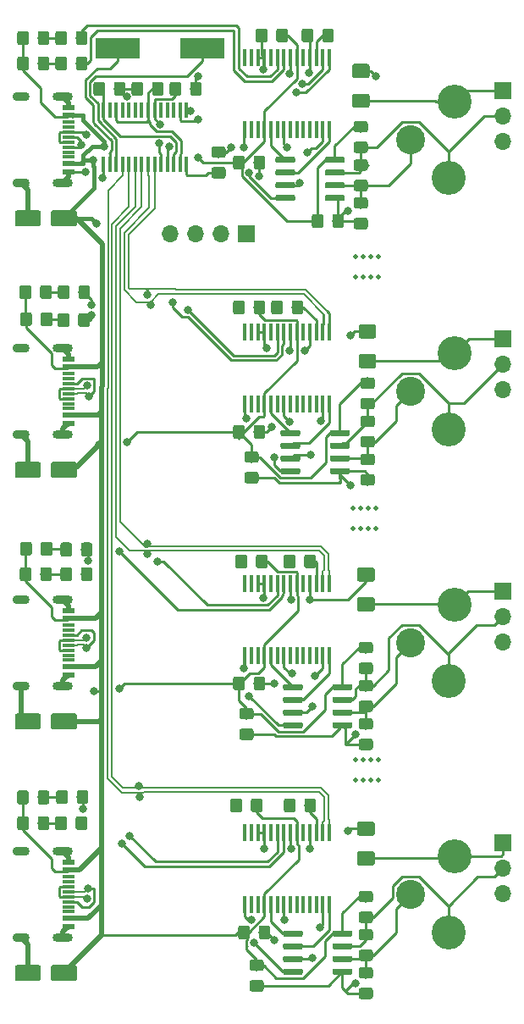
<source format=gbr>
G04 #@! TF.GenerationSoftware,KiCad,Pcbnew,(5.1.4)-1*
G04 #@! TF.CreationDate,2020-08-12T13:24:45+02:00*
G04 #@! TF.ProjectId,DMX_usb,444d585f-7573-4622-9e6b-696361645f70,rev?*
G04 #@! TF.SameCoordinates,Original*
G04 #@! TF.FileFunction,Copper,L1,Top*
G04 #@! TF.FilePolarity,Positive*
%FSLAX46Y46*%
G04 Gerber Fmt 4.6, Leading zero omitted, Abs format (unit mm)*
G04 Created by KiCad (PCBNEW (5.1.4)-1) date 2020-08-12 13:24:45*
%MOMM*%
%LPD*%
G04 APERTURE LIST*
%ADD10R,0.440000X1.525000*%
%ADD11C,0.100000*%
%ADD12C,1.150000*%
%ADD13R,1.160000X0.600000*%
%ADD14R,1.160000X0.300000*%
%ADD15O,1.700000X0.900000*%
%ADD16O,2.000000X0.900000*%
%ADD17O,1.700000X1.700000*%
%ADD18R,1.700000X1.700000*%
%ADD19C,2.900000*%
%ADD20C,3.400000*%
%ADD21R,4.500000X2.000000*%
%ADD22C,0.600000*%
%ADD23R,0.450000X1.750000*%
%ADD24C,1.600000*%
%ADD25C,1.425000*%
%ADD26C,0.500000*%
%ADD27C,0.800000*%
%ADD28C,0.250000*%
%ADD29C,0.500000*%
%ADD30C,0.400000*%
%ADD31C,0.200000*%
G04 APERTURE END LIST*
D10*
X228250000Y-53168000D03*
X228890000Y-53168000D03*
X229530000Y-53168000D03*
X230170000Y-53168000D03*
X230810000Y-53168000D03*
X231450000Y-53168000D03*
X232090000Y-53168000D03*
X232730000Y-53168000D03*
X233370000Y-53168000D03*
X234010000Y-53168000D03*
X234650000Y-53168000D03*
X235290000Y-53168000D03*
X235930000Y-53168000D03*
X236570000Y-53168000D03*
X236570000Y-58592000D03*
X235930000Y-58592000D03*
X235290000Y-58592000D03*
X234650000Y-58592000D03*
X234010000Y-58592000D03*
X233370000Y-58592000D03*
X232730000Y-58592000D03*
X232090000Y-58592000D03*
X231450000Y-58592000D03*
X230810000Y-58592000D03*
X230170000Y-58592000D03*
X229530000Y-58592000D03*
X228890000Y-58592000D03*
X228250000Y-58592000D03*
D11*
G36*
X249015505Y-45021204D02*
G01*
X249039773Y-45024804D01*
X249063572Y-45030765D01*
X249086671Y-45039030D01*
X249108850Y-45049520D01*
X249129893Y-45062132D01*
X249149599Y-45076747D01*
X249167777Y-45093223D01*
X249184253Y-45111401D01*
X249198868Y-45131107D01*
X249211480Y-45152150D01*
X249221970Y-45174329D01*
X249230235Y-45197428D01*
X249236196Y-45221227D01*
X249239796Y-45245495D01*
X249241000Y-45269999D01*
X249241000Y-46170001D01*
X249239796Y-46194505D01*
X249236196Y-46218773D01*
X249230235Y-46242572D01*
X249221970Y-46265671D01*
X249211480Y-46287850D01*
X249198868Y-46308893D01*
X249184253Y-46328599D01*
X249167777Y-46346777D01*
X249149599Y-46363253D01*
X249129893Y-46377868D01*
X249108850Y-46390480D01*
X249086671Y-46400970D01*
X249063572Y-46409235D01*
X249039773Y-46415196D01*
X249015505Y-46418796D01*
X248991001Y-46420000D01*
X248340999Y-46420000D01*
X248316495Y-46418796D01*
X248292227Y-46415196D01*
X248268428Y-46409235D01*
X248245329Y-46400970D01*
X248223150Y-46390480D01*
X248202107Y-46377868D01*
X248182401Y-46363253D01*
X248164223Y-46346777D01*
X248147747Y-46328599D01*
X248133132Y-46308893D01*
X248120520Y-46287850D01*
X248110030Y-46265671D01*
X248101765Y-46242572D01*
X248095804Y-46218773D01*
X248092204Y-46194505D01*
X248091000Y-46170001D01*
X248091000Y-45269999D01*
X248092204Y-45245495D01*
X248095804Y-45221227D01*
X248101765Y-45197428D01*
X248110030Y-45174329D01*
X248120520Y-45152150D01*
X248133132Y-45131107D01*
X248147747Y-45111401D01*
X248164223Y-45093223D01*
X248182401Y-45076747D01*
X248202107Y-45062132D01*
X248223150Y-45049520D01*
X248245329Y-45039030D01*
X248268428Y-45030765D01*
X248292227Y-45024804D01*
X248316495Y-45021204D01*
X248340999Y-45020000D01*
X248991001Y-45020000D01*
X249015505Y-45021204D01*
X249015505Y-45021204D01*
G37*
D12*
X248666000Y-45720000D03*
D11*
G36*
X251065505Y-45021204D02*
G01*
X251089773Y-45024804D01*
X251113572Y-45030765D01*
X251136671Y-45039030D01*
X251158850Y-45049520D01*
X251179893Y-45062132D01*
X251199599Y-45076747D01*
X251217777Y-45093223D01*
X251234253Y-45111401D01*
X251248868Y-45131107D01*
X251261480Y-45152150D01*
X251271970Y-45174329D01*
X251280235Y-45197428D01*
X251286196Y-45221227D01*
X251289796Y-45245495D01*
X251291000Y-45269999D01*
X251291000Y-46170001D01*
X251289796Y-46194505D01*
X251286196Y-46218773D01*
X251280235Y-46242572D01*
X251271970Y-46265671D01*
X251261480Y-46287850D01*
X251248868Y-46308893D01*
X251234253Y-46328599D01*
X251217777Y-46346777D01*
X251199599Y-46363253D01*
X251179893Y-46377868D01*
X251158850Y-46390480D01*
X251136671Y-46400970D01*
X251113572Y-46409235D01*
X251089773Y-46415196D01*
X251065505Y-46418796D01*
X251041001Y-46420000D01*
X250390999Y-46420000D01*
X250366495Y-46418796D01*
X250342227Y-46415196D01*
X250318428Y-46409235D01*
X250295329Y-46400970D01*
X250273150Y-46390480D01*
X250252107Y-46377868D01*
X250232401Y-46363253D01*
X250214223Y-46346777D01*
X250197747Y-46328599D01*
X250183132Y-46308893D01*
X250170520Y-46287850D01*
X250160030Y-46265671D01*
X250151765Y-46242572D01*
X250145804Y-46218773D01*
X250142204Y-46194505D01*
X250141000Y-46170001D01*
X250141000Y-45269999D01*
X250142204Y-45245495D01*
X250145804Y-45221227D01*
X250151765Y-45197428D01*
X250160030Y-45174329D01*
X250170520Y-45152150D01*
X250183132Y-45131107D01*
X250197747Y-45111401D01*
X250214223Y-45093223D01*
X250232401Y-45076747D01*
X250252107Y-45062132D01*
X250273150Y-45049520D01*
X250295329Y-45039030D01*
X250318428Y-45030765D01*
X250342227Y-45024804D01*
X250366495Y-45021204D01*
X250390999Y-45020000D01*
X251041001Y-45020000D01*
X251065505Y-45021204D01*
X251065505Y-45021204D01*
G37*
D12*
X250716000Y-45720000D03*
D13*
X224760000Y-59334000D03*
X224760000Y-58534000D03*
X224760000Y-59334000D03*
X224760000Y-58534000D03*
X224760000Y-52934000D03*
X224760000Y-52934000D03*
X224760000Y-53734000D03*
X224760000Y-53734000D03*
D14*
X224760000Y-57884000D03*
X224760000Y-56884000D03*
X224760000Y-57384000D03*
X224760000Y-54884000D03*
X224760000Y-54384000D03*
X224760000Y-56384000D03*
X224760000Y-55884000D03*
X224760000Y-55384000D03*
D15*
X220010000Y-60454000D03*
X220010000Y-51814000D03*
D16*
X224180000Y-60454000D03*
X224180000Y-51814000D03*
D17*
X234950000Y-65532000D03*
X237490000Y-65532000D03*
X240030000Y-65532000D03*
D18*
X242570000Y-65532000D03*
D11*
G36*
X224359505Y-123761204D02*
G01*
X224383773Y-123764804D01*
X224407572Y-123770765D01*
X224430671Y-123779030D01*
X224452850Y-123789520D01*
X224473893Y-123802132D01*
X224493599Y-123816747D01*
X224511777Y-123833223D01*
X224528253Y-123851401D01*
X224542868Y-123871107D01*
X224555480Y-123892150D01*
X224565970Y-123914329D01*
X224574235Y-123937428D01*
X224580196Y-123961227D01*
X224583796Y-123985495D01*
X224585000Y-124009999D01*
X224585000Y-124910001D01*
X224583796Y-124934505D01*
X224580196Y-124958773D01*
X224574235Y-124982572D01*
X224565970Y-125005671D01*
X224555480Y-125027850D01*
X224542868Y-125048893D01*
X224528253Y-125068599D01*
X224511777Y-125086777D01*
X224493599Y-125103253D01*
X224473893Y-125117868D01*
X224452850Y-125130480D01*
X224430671Y-125140970D01*
X224407572Y-125149235D01*
X224383773Y-125155196D01*
X224359505Y-125158796D01*
X224335001Y-125160000D01*
X223684999Y-125160000D01*
X223660495Y-125158796D01*
X223636227Y-125155196D01*
X223612428Y-125149235D01*
X223589329Y-125140970D01*
X223567150Y-125130480D01*
X223546107Y-125117868D01*
X223526401Y-125103253D01*
X223508223Y-125086777D01*
X223491747Y-125068599D01*
X223477132Y-125048893D01*
X223464520Y-125027850D01*
X223454030Y-125005671D01*
X223445765Y-124982572D01*
X223439804Y-124958773D01*
X223436204Y-124934505D01*
X223435000Y-124910001D01*
X223435000Y-124009999D01*
X223436204Y-123985495D01*
X223439804Y-123961227D01*
X223445765Y-123937428D01*
X223454030Y-123914329D01*
X223464520Y-123892150D01*
X223477132Y-123871107D01*
X223491747Y-123851401D01*
X223508223Y-123833223D01*
X223526401Y-123816747D01*
X223546107Y-123802132D01*
X223567150Y-123789520D01*
X223589329Y-123779030D01*
X223612428Y-123770765D01*
X223636227Y-123764804D01*
X223660495Y-123761204D01*
X223684999Y-123760000D01*
X224335001Y-123760000D01*
X224359505Y-123761204D01*
X224359505Y-123761204D01*
G37*
D12*
X224010000Y-124460000D03*
D11*
G36*
X226409505Y-123761204D02*
G01*
X226433773Y-123764804D01*
X226457572Y-123770765D01*
X226480671Y-123779030D01*
X226502850Y-123789520D01*
X226523893Y-123802132D01*
X226543599Y-123816747D01*
X226561777Y-123833223D01*
X226578253Y-123851401D01*
X226592868Y-123871107D01*
X226605480Y-123892150D01*
X226615970Y-123914329D01*
X226624235Y-123937428D01*
X226630196Y-123961227D01*
X226633796Y-123985495D01*
X226635000Y-124009999D01*
X226635000Y-124910001D01*
X226633796Y-124934505D01*
X226630196Y-124958773D01*
X226624235Y-124982572D01*
X226615970Y-125005671D01*
X226605480Y-125027850D01*
X226592868Y-125048893D01*
X226578253Y-125068599D01*
X226561777Y-125086777D01*
X226543599Y-125103253D01*
X226523893Y-125117868D01*
X226502850Y-125130480D01*
X226480671Y-125140970D01*
X226457572Y-125149235D01*
X226433773Y-125155196D01*
X226409505Y-125158796D01*
X226385001Y-125160000D01*
X225734999Y-125160000D01*
X225710495Y-125158796D01*
X225686227Y-125155196D01*
X225662428Y-125149235D01*
X225639329Y-125140970D01*
X225617150Y-125130480D01*
X225596107Y-125117868D01*
X225576401Y-125103253D01*
X225558223Y-125086777D01*
X225541747Y-125068599D01*
X225527132Y-125048893D01*
X225514520Y-125027850D01*
X225504030Y-125005671D01*
X225495765Y-124982572D01*
X225489804Y-124958773D01*
X225486204Y-124934505D01*
X225485000Y-124910001D01*
X225485000Y-124009999D01*
X225486204Y-123985495D01*
X225489804Y-123961227D01*
X225495765Y-123937428D01*
X225504030Y-123914329D01*
X225514520Y-123892150D01*
X225527132Y-123871107D01*
X225541747Y-123851401D01*
X225558223Y-123833223D01*
X225576401Y-123816747D01*
X225596107Y-123802132D01*
X225617150Y-123789520D01*
X225639329Y-123779030D01*
X225662428Y-123770765D01*
X225686227Y-123764804D01*
X225710495Y-123761204D01*
X225734999Y-123760000D01*
X226385001Y-123760000D01*
X226409505Y-123761204D01*
X226409505Y-123761204D01*
G37*
D12*
X226060000Y-124460000D03*
D11*
G36*
X224464505Y-121145204D02*
G01*
X224488773Y-121148804D01*
X224512572Y-121154765D01*
X224535671Y-121163030D01*
X224557850Y-121173520D01*
X224578893Y-121186132D01*
X224598599Y-121200747D01*
X224616777Y-121217223D01*
X224633253Y-121235401D01*
X224647868Y-121255107D01*
X224660480Y-121276150D01*
X224670970Y-121298329D01*
X224679235Y-121321428D01*
X224685196Y-121345227D01*
X224688796Y-121369495D01*
X224690000Y-121393999D01*
X224690000Y-122294001D01*
X224688796Y-122318505D01*
X224685196Y-122342773D01*
X224679235Y-122366572D01*
X224670970Y-122389671D01*
X224660480Y-122411850D01*
X224647868Y-122432893D01*
X224633253Y-122452599D01*
X224616777Y-122470777D01*
X224598599Y-122487253D01*
X224578893Y-122501868D01*
X224557850Y-122514480D01*
X224535671Y-122524970D01*
X224512572Y-122533235D01*
X224488773Y-122539196D01*
X224464505Y-122542796D01*
X224440001Y-122544000D01*
X223789999Y-122544000D01*
X223765495Y-122542796D01*
X223741227Y-122539196D01*
X223717428Y-122533235D01*
X223694329Y-122524970D01*
X223672150Y-122514480D01*
X223651107Y-122501868D01*
X223631401Y-122487253D01*
X223613223Y-122470777D01*
X223596747Y-122452599D01*
X223582132Y-122432893D01*
X223569520Y-122411850D01*
X223559030Y-122389671D01*
X223550765Y-122366572D01*
X223544804Y-122342773D01*
X223541204Y-122318505D01*
X223540000Y-122294001D01*
X223540000Y-121393999D01*
X223541204Y-121369495D01*
X223544804Y-121345227D01*
X223550765Y-121321428D01*
X223559030Y-121298329D01*
X223569520Y-121276150D01*
X223582132Y-121255107D01*
X223596747Y-121235401D01*
X223613223Y-121217223D01*
X223631401Y-121200747D01*
X223651107Y-121186132D01*
X223672150Y-121173520D01*
X223694329Y-121163030D01*
X223717428Y-121154765D01*
X223741227Y-121148804D01*
X223765495Y-121145204D01*
X223789999Y-121144000D01*
X224440001Y-121144000D01*
X224464505Y-121145204D01*
X224464505Y-121145204D01*
G37*
D12*
X224115000Y-121844000D03*
D11*
G36*
X226514505Y-121145204D02*
G01*
X226538773Y-121148804D01*
X226562572Y-121154765D01*
X226585671Y-121163030D01*
X226607850Y-121173520D01*
X226628893Y-121186132D01*
X226648599Y-121200747D01*
X226666777Y-121217223D01*
X226683253Y-121235401D01*
X226697868Y-121255107D01*
X226710480Y-121276150D01*
X226720970Y-121298329D01*
X226729235Y-121321428D01*
X226735196Y-121345227D01*
X226738796Y-121369495D01*
X226740000Y-121393999D01*
X226740000Y-122294001D01*
X226738796Y-122318505D01*
X226735196Y-122342773D01*
X226729235Y-122366572D01*
X226720970Y-122389671D01*
X226710480Y-122411850D01*
X226697868Y-122432893D01*
X226683253Y-122452599D01*
X226666777Y-122470777D01*
X226648599Y-122487253D01*
X226628893Y-122501868D01*
X226607850Y-122514480D01*
X226585671Y-122524970D01*
X226562572Y-122533235D01*
X226538773Y-122539196D01*
X226514505Y-122542796D01*
X226490001Y-122544000D01*
X225839999Y-122544000D01*
X225815495Y-122542796D01*
X225791227Y-122539196D01*
X225767428Y-122533235D01*
X225744329Y-122524970D01*
X225722150Y-122514480D01*
X225701107Y-122501868D01*
X225681401Y-122487253D01*
X225663223Y-122470777D01*
X225646747Y-122452599D01*
X225632132Y-122432893D01*
X225619520Y-122411850D01*
X225609030Y-122389671D01*
X225600765Y-122366572D01*
X225594804Y-122342773D01*
X225591204Y-122318505D01*
X225590000Y-122294001D01*
X225590000Y-121393999D01*
X225591204Y-121369495D01*
X225594804Y-121345227D01*
X225600765Y-121321428D01*
X225609030Y-121298329D01*
X225619520Y-121276150D01*
X225632132Y-121255107D01*
X225646747Y-121235401D01*
X225663223Y-121217223D01*
X225681401Y-121200747D01*
X225701107Y-121186132D01*
X225722150Y-121173520D01*
X225744329Y-121163030D01*
X225767428Y-121154765D01*
X225791227Y-121148804D01*
X225815495Y-121145204D01*
X225839999Y-121144000D01*
X226490001Y-121144000D01*
X226514505Y-121145204D01*
X226514505Y-121145204D01*
G37*
D12*
X226165000Y-121844000D03*
D11*
G36*
X224631505Y-70675204D02*
G01*
X224655773Y-70678804D01*
X224679572Y-70684765D01*
X224702671Y-70693030D01*
X224724850Y-70703520D01*
X224745893Y-70716132D01*
X224765599Y-70730747D01*
X224783777Y-70747223D01*
X224800253Y-70765401D01*
X224814868Y-70785107D01*
X224827480Y-70806150D01*
X224837970Y-70828329D01*
X224846235Y-70851428D01*
X224852196Y-70875227D01*
X224855796Y-70899495D01*
X224857000Y-70923999D01*
X224857000Y-71824001D01*
X224855796Y-71848505D01*
X224852196Y-71872773D01*
X224846235Y-71896572D01*
X224837970Y-71919671D01*
X224827480Y-71941850D01*
X224814868Y-71962893D01*
X224800253Y-71982599D01*
X224783777Y-72000777D01*
X224765599Y-72017253D01*
X224745893Y-72031868D01*
X224724850Y-72044480D01*
X224702671Y-72054970D01*
X224679572Y-72063235D01*
X224655773Y-72069196D01*
X224631505Y-72072796D01*
X224607001Y-72074000D01*
X223956999Y-72074000D01*
X223932495Y-72072796D01*
X223908227Y-72069196D01*
X223884428Y-72063235D01*
X223861329Y-72054970D01*
X223839150Y-72044480D01*
X223818107Y-72031868D01*
X223798401Y-72017253D01*
X223780223Y-72000777D01*
X223763747Y-71982599D01*
X223749132Y-71962893D01*
X223736520Y-71941850D01*
X223726030Y-71919671D01*
X223717765Y-71896572D01*
X223711804Y-71872773D01*
X223708204Y-71848505D01*
X223707000Y-71824001D01*
X223707000Y-70923999D01*
X223708204Y-70899495D01*
X223711804Y-70875227D01*
X223717765Y-70851428D01*
X223726030Y-70828329D01*
X223736520Y-70806150D01*
X223749132Y-70785107D01*
X223763747Y-70765401D01*
X223780223Y-70747223D01*
X223798401Y-70730747D01*
X223818107Y-70716132D01*
X223839150Y-70703520D01*
X223861329Y-70693030D01*
X223884428Y-70684765D01*
X223908227Y-70678804D01*
X223932495Y-70675204D01*
X223956999Y-70674000D01*
X224607001Y-70674000D01*
X224631505Y-70675204D01*
X224631505Y-70675204D01*
G37*
D12*
X224282000Y-71374000D03*
D11*
G36*
X226681505Y-70675204D02*
G01*
X226705773Y-70678804D01*
X226729572Y-70684765D01*
X226752671Y-70693030D01*
X226774850Y-70703520D01*
X226795893Y-70716132D01*
X226815599Y-70730747D01*
X226833777Y-70747223D01*
X226850253Y-70765401D01*
X226864868Y-70785107D01*
X226877480Y-70806150D01*
X226887970Y-70828329D01*
X226896235Y-70851428D01*
X226902196Y-70875227D01*
X226905796Y-70899495D01*
X226907000Y-70923999D01*
X226907000Y-71824001D01*
X226905796Y-71848505D01*
X226902196Y-71872773D01*
X226896235Y-71896572D01*
X226887970Y-71919671D01*
X226877480Y-71941850D01*
X226864868Y-71962893D01*
X226850253Y-71982599D01*
X226833777Y-72000777D01*
X226815599Y-72017253D01*
X226795893Y-72031868D01*
X226774850Y-72044480D01*
X226752671Y-72054970D01*
X226729572Y-72063235D01*
X226705773Y-72069196D01*
X226681505Y-72072796D01*
X226657001Y-72074000D01*
X226006999Y-72074000D01*
X225982495Y-72072796D01*
X225958227Y-72069196D01*
X225934428Y-72063235D01*
X225911329Y-72054970D01*
X225889150Y-72044480D01*
X225868107Y-72031868D01*
X225848401Y-72017253D01*
X225830223Y-72000777D01*
X225813747Y-71982599D01*
X225799132Y-71962893D01*
X225786520Y-71941850D01*
X225776030Y-71919671D01*
X225767765Y-71896572D01*
X225761804Y-71872773D01*
X225758204Y-71848505D01*
X225757000Y-71824001D01*
X225757000Y-70923999D01*
X225758204Y-70899495D01*
X225761804Y-70875227D01*
X225767765Y-70851428D01*
X225776030Y-70828329D01*
X225786520Y-70806150D01*
X225799132Y-70785107D01*
X225813747Y-70765401D01*
X225830223Y-70747223D01*
X225848401Y-70730747D01*
X225868107Y-70716132D01*
X225889150Y-70703520D01*
X225911329Y-70693030D01*
X225934428Y-70684765D01*
X225958227Y-70678804D01*
X225982495Y-70675204D01*
X226006999Y-70674000D01*
X226657001Y-70674000D01*
X226681505Y-70675204D01*
X226681505Y-70675204D01*
G37*
D12*
X226332000Y-71374000D03*
D11*
G36*
X224613505Y-73469204D02*
G01*
X224637773Y-73472804D01*
X224661572Y-73478765D01*
X224684671Y-73487030D01*
X224706850Y-73497520D01*
X224727893Y-73510132D01*
X224747599Y-73524747D01*
X224765777Y-73541223D01*
X224782253Y-73559401D01*
X224796868Y-73579107D01*
X224809480Y-73600150D01*
X224819970Y-73622329D01*
X224828235Y-73645428D01*
X224834196Y-73669227D01*
X224837796Y-73693495D01*
X224839000Y-73717999D01*
X224839000Y-74618001D01*
X224837796Y-74642505D01*
X224834196Y-74666773D01*
X224828235Y-74690572D01*
X224819970Y-74713671D01*
X224809480Y-74735850D01*
X224796868Y-74756893D01*
X224782253Y-74776599D01*
X224765777Y-74794777D01*
X224747599Y-74811253D01*
X224727893Y-74825868D01*
X224706850Y-74838480D01*
X224684671Y-74848970D01*
X224661572Y-74857235D01*
X224637773Y-74863196D01*
X224613505Y-74866796D01*
X224589001Y-74868000D01*
X223938999Y-74868000D01*
X223914495Y-74866796D01*
X223890227Y-74863196D01*
X223866428Y-74857235D01*
X223843329Y-74848970D01*
X223821150Y-74838480D01*
X223800107Y-74825868D01*
X223780401Y-74811253D01*
X223762223Y-74794777D01*
X223745747Y-74776599D01*
X223731132Y-74756893D01*
X223718520Y-74735850D01*
X223708030Y-74713671D01*
X223699765Y-74690572D01*
X223693804Y-74666773D01*
X223690204Y-74642505D01*
X223689000Y-74618001D01*
X223689000Y-73717999D01*
X223690204Y-73693495D01*
X223693804Y-73669227D01*
X223699765Y-73645428D01*
X223708030Y-73622329D01*
X223718520Y-73600150D01*
X223731132Y-73579107D01*
X223745747Y-73559401D01*
X223762223Y-73541223D01*
X223780401Y-73524747D01*
X223800107Y-73510132D01*
X223821150Y-73497520D01*
X223843329Y-73487030D01*
X223866428Y-73478765D01*
X223890227Y-73472804D01*
X223914495Y-73469204D01*
X223938999Y-73468000D01*
X224589001Y-73468000D01*
X224613505Y-73469204D01*
X224613505Y-73469204D01*
G37*
D12*
X224264000Y-74168000D03*
D11*
G36*
X226663505Y-73469204D02*
G01*
X226687773Y-73472804D01*
X226711572Y-73478765D01*
X226734671Y-73487030D01*
X226756850Y-73497520D01*
X226777893Y-73510132D01*
X226797599Y-73524747D01*
X226815777Y-73541223D01*
X226832253Y-73559401D01*
X226846868Y-73579107D01*
X226859480Y-73600150D01*
X226869970Y-73622329D01*
X226878235Y-73645428D01*
X226884196Y-73669227D01*
X226887796Y-73693495D01*
X226889000Y-73717999D01*
X226889000Y-74618001D01*
X226887796Y-74642505D01*
X226884196Y-74666773D01*
X226878235Y-74690572D01*
X226869970Y-74713671D01*
X226859480Y-74735850D01*
X226846868Y-74756893D01*
X226832253Y-74776599D01*
X226815777Y-74794777D01*
X226797599Y-74811253D01*
X226777893Y-74825868D01*
X226756850Y-74838480D01*
X226734671Y-74848970D01*
X226711572Y-74857235D01*
X226687773Y-74863196D01*
X226663505Y-74866796D01*
X226639001Y-74868000D01*
X225988999Y-74868000D01*
X225964495Y-74866796D01*
X225940227Y-74863196D01*
X225916428Y-74857235D01*
X225893329Y-74848970D01*
X225871150Y-74838480D01*
X225850107Y-74825868D01*
X225830401Y-74811253D01*
X225812223Y-74794777D01*
X225795747Y-74776599D01*
X225781132Y-74756893D01*
X225768520Y-74735850D01*
X225758030Y-74713671D01*
X225749765Y-74690572D01*
X225743804Y-74666773D01*
X225740204Y-74642505D01*
X225739000Y-74618001D01*
X225739000Y-73717999D01*
X225740204Y-73693495D01*
X225743804Y-73669227D01*
X225749765Y-73645428D01*
X225758030Y-73622329D01*
X225768520Y-73600150D01*
X225781132Y-73579107D01*
X225795747Y-73559401D01*
X225812223Y-73541223D01*
X225830401Y-73524747D01*
X225850107Y-73510132D01*
X225871150Y-73497520D01*
X225893329Y-73487030D01*
X225916428Y-73478765D01*
X225940227Y-73472804D01*
X225964495Y-73469204D01*
X225988999Y-73468000D01*
X226639001Y-73468000D01*
X226663505Y-73469204D01*
X226663505Y-73469204D01*
G37*
D12*
X226314000Y-74168000D03*
D11*
G36*
X224876505Y-96409204D02*
G01*
X224900773Y-96412804D01*
X224924572Y-96418765D01*
X224947671Y-96427030D01*
X224969850Y-96437520D01*
X224990893Y-96450132D01*
X225010599Y-96464747D01*
X225028777Y-96481223D01*
X225045253Y-96499401D01*
X225059868Y-96519107D01*
X225072480Y-96540150D01*
X225082970Y-96562329D01*
X225091235Y-96585428D01*
X225097196Y-96609227D01*
X225100796Y-96633495D01*
X225102000Y-96657999D01*
X225102000Y-97558001D01*
X225100796Y-97582505D01*
X225097196Y-97606773D01*
X225091235Y-97630572D01*
X225082970Y-97653671D01*
X225072480Y-97675850D01*
X225059868Y-97696893D01*
X225045253Y-97716599D01*
X225028777Y-97734777D01*
X225010599Y-97751253D01*
X224990893Y-97765868D01*
X224969850Y-97778480D01*
X224947671Y-97788970D01*
X224924572Y-97797235D01*
X224900773Y-97803196D01*
X224876505Y-97806796D01*
X224852001Y-97808000D01*
X224201999Y-97808000D01*
X224177495Y-97806796D01*
X224153227Y-97803196D01*
X224129428Y-97797235D01*
X224106329Y-97788970D01*
X224084150Y-97778480D01*
X224063107Y-97765868D01*
X224043401Y-97751253D01*
X224025223Y-97734777D01*
X224008747Y-97716599D01*
X223994132Y-97696893D01*
X223981520Y-97675850D01*
X223971030Y-97653671D01*
X223962765Y-97630572D01*
X223956804Y-97606773D01*
X223953204Y-97582505D01*
X223952000Y-97558001D01*
X223952000Y-96657999D01*
X223953204Y-96633495D01*
X223956804Y-96609227D01*
X223962765Y-96585428D01*
X223971030Y-96562329D01*
X223981520Y-96540150D01*
X223994132Y-96519107D01*
X224008747Y-96499401D01*
X224025223Y-96481223D01*
X224043401Y-96464747D01*
X224063107Y-96450132D01*
X224084150Y-96437520D01*
X224106329Y-96427030D01*
X224129428Y-96418765D01*
X224153227Y-96412804D01*
X224177495Y-96409204D01*
X224201999Y-96408000D01*
X224852001Y-96408000D01*
X224876505Y-96409204D01*
X224876505Y-96409204D01*
G37*
D12*
X224527000Y-97108000D03*
D11*
G36*
X226926505Y-96409204D02*
G01*
X226950773Y-96412804D01*
X226974572Y-96418765D01*
X226997671Y-96427030D01*
X227019850Y-96437520D01*
X227040893Y-96450132D01*
X227060599Y-96464747D01*
X227078777Y-96481223D01*
X227095253Y-96499401D01*
X227109868Y-96519107D01*
X227122480Y-96540150D01*
X227132970Y-96562329D01*
X227141235Y-96585428D01*
X227147196Y-96609227D01*
X227150796Y-96633495D01*
X227152000Y-96657999D01*
X227152000Y-97558001D01*
X227150796Y-97582505D01*
X227147196Y-97606773D01*
X227141235Y-97630572D01*
X227132970Y-97653671D01*
X227122480Y-97675850D01*
X227109868Y-97696893D01*
X227095253Y-97716599D01*
X227078777Y-97734777D01*
X227060599Y-97751253D01*
X227040893Y-97765868D01*
X227019850Y-97778480D01*
X226997671Y-97788970D01*
X226974572Y-97797235D01*
X226950773Y-97803196D01*
X226926505Y-97806796D01*
X226902001Y-97808000D01*
X226251999Y-97808000D01*
X226227495Y-97806796D01*
X226203227Y-97803196D01*
X226179428Y-97797235D01*
X226156329Y-97788970D01*
X226134150Y-97778480D01*
X226113107Y-97765868D01*
X226093401Y-97751253D01*
X226075223Y-97734777D01*
X226058747Y-97716599D01*
X226044132Y-97696893D01*
X226031520Y-97675850D01*
X226021030Y-97653671D01*
X226012765Y-97630572D01*
X226006804Y-97606773D01*
X226003204Y-97582505D01*
X226002000Y-97558001D01*
X226002000Y-96657999D01*
X226003204Y-96633495D01*
X226006804Y-96609227D01*
X226012765Y-96585428D01*
X226021030Y-96562329D01*
X226031520Y-96540150D01*
X226044132Y-96519107D01*
X226058747Y-96499401D01*
X226075223Y-96481223D01*
X226093401Y-96464747D01*
X226113107Y-96450132D01*
X226134150Y-96437520D01*
X226156329Y-96427030D01*
X226179428Y-96418765D01*
X226203227Y-96412804D01*
X226227495Y-96409204D01*
X226251999Y-96408000D01*
X226902001Y-96408000D01*
X226926505Y-96409204D01*
X226926505Y-96409204D01*
G37*
D12*
X226577000Y-97108000D03*
D11*
G36*
X224876505Y-98869204D02*
G01*
X224900773Y-98872804D01*
X224924572Y-98878765D01*
X224947671Y-98887030D01*
X224969850Y-98897520D01*
X224990893Y-98910132D01*
X225010599Y-98924747D01*
X225028777Y-98941223D01*
X225045253Y-98959401D01*
X225059868Y-98979107D01*
X225072480Y-99000150D01*
X225082970Y-99022329D01*
X225091235Y-99045428D01*
X225097196Y-99069227D01*
X225100796Y-99093495D01*
X225102000Y-99117999D01*
X225102000Y-100018001D01*
X225100796Y-100042505D01*
X225097196Y-100066773D01*
X225091235Y-100090572D01*
X225082970Y-100113671D01*
X225072480Y-100135850D01*
X225059868Y-100156893D01*
X225045253Y-100176599D01*
X225028777Y-100194777D01*
X225010599Y-100211253D01*
X224990893Y-100225868D01*
X224969850Y-100238480D01*
X224947671Y-100248970D01*
X224924572Y-100257235D01*
X224900773Y-100263196D01*
X224876505Y-100266796D01*
X224852001Y-100268000D01*
X224201999Y-100268000D01*
X224177495Y-100266796D01*
X224153227Y-100263196D01*
X224129428Y-100257235D01*
X224106329Y-100248970D01*
X224084150Y-100238480D01*
X224063107Y-100225868D01*
X224043401Y-100211253D01*
X224025223Y-100194777D01*
X224008747Y-100176599D01*
X223994132Y-100156893D01*
X223981520Y-100135850D01*
X223971030Y-100113671D01*
X223962765Y-100090572D01*
X223956804Y-100066773D01*
X223953204Y-100042505D01*
X223952000Y-100018001D01*
X223952000Y-99117999D01*
X223953204Y-99093495D01*
X223956804Y-99069227D01*
X223962765Y-99045428D01*
X223971030Y-99022329D01*
X223981520Y-99000150D01*
X223994132Y-98979107D01*
X224008747Y-98959401D01*
X224025223Y-98941223D01*
X224043401Y-98924747D01*
X224063107Y-98910132D01*
X224084150Y-98897520D01*
X224106329Y-98887030D01*
X224129428Y-98878765D01*
X224153227Y-98872804D01*
X224177495Y-98869204D01*
X224201999Y-98868000D01*
X224852001Y-98868000D01*
X224876505Y-98869204D01*
X224876505Y-98869204D01*
G37*
D12*
X224527000Y-99568000D03*
D11*
G36*
X226926505Y-98869204D02*
G01*
X226950773Y-98872804D01*
X226974572Y-98878765D01*
X226997671Y-98887030D01*
X227019850Y-98897520D01*
X227040893Y-98910132D01*
X227060599Y-98924747D01*
X227078777Y-98941223D01*
X227095253Y-98959401D01*
X227109868Y-98979107D01*
X227122480Y-99000150D01*
X227132970Y-99022329D01*
X227141235Y-99045428D01*
X227147196Y-99069227D01*
X227150796Y-99093495D01*
X227152000Y-99117999D01*
X227152000Y-100018001D01*
X227150796Y-100042505D01*
X227147196Y-100066773D01*
X227141235Y-100090572D01*
X227132970Y-100113671D01*
X227122480Y-100135850D01*
X227109868Y-100156893D01*
X227095253Y-100176599D01*
X227078777Y-100194777D01*
X227060599Y-100211253D01*
X227040893Y-100225868D01*
X227019850Y-100238480D01*
X226997671Y-100248970D01*
X226974572Y-100257235D01*
X226950773Y-100263196D01*
X226926505Y-100266796D01*
X226902001Y-100268000D01*
X226251999Y-100268000D01*
X226227495Y-100266796D01*
X226203227Y-100263196D01*
X226179428Y-100257235D01*
X226156329Y-100248970D01*
X226134150Y-100238480D01*
X226113107Y-100225868D01*
X226093401Y-100211253D01*
X226075223Y-100194777D01*
X226058747Y-100176599D01*
X226044132Y-100156893D01*
X226031520Y-100135850D01*
X226021030Y-100113671D01*
X226012765Y-100090572D01*
X226006804Y-100066773D01*
X226003204Y-100042505D01*
X226002000Y-100018001D01*
X226002000Y-99117999D01*
X226003204Y-99093495D01*
X226006804Y-99069227D01*
X226012765Y-99045428D01*
X226021030Y-99022329D01*
X226031520Y-99000150D01*
X226044132Y-98979107D01*
X226058747Y-98959401D01*
X226075223Y-98941223D01*
X226093401Y-98924747D01*
X226113107Y-98910132D01*
X226134150Y-98897520D01*
X226156329Y-98887030D01*
X226179428Y-98878765D01*
X226203227Y-98872804D01*
X226227495Y-98869204D01*
X226251999Y-98868000D01*
X226902001Y-98868000D01*
X226926505Y-98869204D01*
X226926505Y-98869204D01*
G37*
D12*
X226577000Y-99568000D03*
D11*
G36*
X224377505Y-47815204D02*
G01*
X224401773Y-47818804D01*
X224425572Y-47824765D01*
X224448671Y-47833030D01*
X224470850Y-47843520D01*
X224491893Y-47856132D01*
X224511599Y-47870747D01*
X224529777Y-47887223D01*
X224546253Y-47905401D01*
X224560868Y-47925107D01*
X224573480Y-47946150D01*
X224583970Y-47968329D01*
X224592235Y-47991428D01*
X224598196Y-48015227D01*
X224601796Y-48039495D01*
X224603000Y-48063999D01*
X224603000Y-48964001D01*
X224601796Y-48988505D01*
X224598196Y-49012773D01*
X224592235Y-49036572D01*
X224583970Y-49059671D01*
X224573480Y-49081850D01*
X224560868Y-49102893D01*
X224546253Y-49122599D01*
X224529777Y-49140777D01*
X224511599Y-49157253D01*
X224491893Y-49171868D01*
X224470850Y-49184480D01*
X224448671Y-49194970D01*
X224425572Y-49203235D01*
X224401773Y-49209196D01*
X224377505Y-49212796D01*
X224353001Y-49214000D01*
X223702999Y-49214000D01*
X223678495Y-49212796D01*
X223654227Y-49209196D01*
X223630428Y-49203235D01*
X223607329Y-49194970D01*
X223585150Y-49184480D01*
X223564107Y-49171868D01*
X223544401Y-49157253D01*
X223526223Y-49140777D01*
X223509747Y-49122599D01*
X223495132Y-49102893D01*
X223482520Y-49081850D01*
X223472030Y-49059671D01*
X223463765Y-49036572D01*
X223457804Y-49012773D01*
X223454204Y-48988505D01*
X223453000Y-48964001D01*
X223453000Y-48063999D01*
X223454204Y-48039495D01*
X223457804Y-48015227D01*
X223463765Y-47991428D01*
X223472030Y-47968329D01*
X223482520Y-47946150D01*
X223495132Y-47925107D01*
X223509747Y-47905401D01*
X223526223Y-47887223D01*
X223544401Y-47870747D01*
X223564107Y-47856132D01*
X223585150Y-47843520D01*
X223607329Y-47833030D01*
X223630428Y-47824765D01*
X223654227Y-47818804D01*
X223678495Y-47815204D01*
X223702999Y-47814000D01*
X224353001Y-47814000D01*
X224377505Y-47815204D01*
X224377505Y-47815204D01*
G37*
D12*
X224028000Y-48514000D03*
D11*
G36*
X226427505Y-47815204D02*
G01*
X226451773Y-47818804D01*
X226475572Y-47824765D01*
X226498671Y-47833030D01*
X226520850Y-47843520D01*
X226541893Y-47856132D01*
X226561599Y-47870747D01*
X226579777Y-47887223D01*
X226596253Y-47905401D01*
X226610868Y-47925107D01*
X226623480Y-47946150D01*
X226633970Y-47968329D01*
X226642235Y-47991428D01*
X226648196Y-48015227D01*
X226651796Y-48039495D01*
X226653000Y-48063999D01*
X226653000Y-48964001D01*
X226651796Y-48988505D01*
X226648196Y-49012773D01*
X226642235Y-49036572D01*
X226633970Y-49059671D01*
X226623480Y-49081850D01*
X226610868Y-49102893D01*
X226596253Y-49122599D01*
X226579777Y-49140777D01*
X226561599Y-49157253D01*
X226541893Y-49171868D01*
X226520850Y-49184480D01*
X226498671Y-49194970D01*
X226475572Y-49203235D01*
X226451773Y-49209196D01*
X226427505Y-49212796D01*
X226403001Y-49214000D01*
X225752999Y-49214000D01*
X225728495Y-49212796D01*
X225704227Y-49209196D01*
X225680428Y-49203235D01*
X225657329Y-49194970D01*
X225635150Y-49184480D01*
X225614107Y-49171868D01*
X225594401Y-49157253D01*
X225576223Y-49140777D01*
X225559747Y-49122599D01*
X225545132Y-49102893D01*
X225532520Y-49081850D01*
X225522030Y-49059671D01*
X225513765Y-49036572D01*
X225507804Y-49012773D01*
X225504204Y-48988505D01*
X225503000Y-48964001D01*
X225503000Y-48063999D01*
X225504204Y-48039495D01*
X225507804Y-48015227D01*
X225513765Y-47991428D01*
X225522030Y-47968329D01*
X225532520Y-47946150D01*
X225545132Y-47925107D01*
X225559747Y-47905401D01*
X225576223Y-47887223D01*
X225594401Y-47870747D01*
X225614107Y-47856132D01*
X225635150Y-47843520D01*
X225657329Y-47833030D01*
X225680428Y-47824765D01*
X225704227Y-47818804D01*
X225728495Y-47815204D01*
X225752999Y-47814000D01*
X226403001Y-47814000D01*
X226427505Y-47815204D01*
X226427505Y-47815204D01*
G37*
D12*
X226078000Y-48514000D03*
D11*
G36*
X224368505Y-45275204D02*
G01*
X224392773Y-45278804D01*
X224416572Y-45284765D01*
X224439671Y-45293030D01*
X224461850Y-45303520D01*
X224482893Y-45316132D01*
X224502599Y-45330747D01*
X224520777Y-45347223D01*
X224537253Y-45365401D01*
X224551868Y-45385107D01*
X224564480Y-45406150D01*
X224574970Y-45428329D01*
X224583235Y-45451428D01*
X224589196Y-45475227D01*
X224592796Y-45499495D01*
X224594000Y-45523999D01*
X224594000Y-46424001D01*
X224592796Y-46448505D01*
X224589196Y-46472773D01*
X224583235Y-46496572D01*
X224574970Y-46519671D01*
X224564480Y-46541850D01*
X224551868Y-46562893D01*
X224537253Y-46582599D01*
X224520777Y-46600777D01*
X224502599Y-46617253D01*
X224482893Y-46631868D01*
X224461850Y-46644480D01*
X224439671Y-46654970D01*
X224416572Y-46663235D01*
X224392773Y-46669196D01*
X224368505Y-46672796D01*
X224344001Y-46674000D01*
X223693999Y-46674000D01*
X223669495Y-46672796D01*
X223645227Y-46669196D01*
X223621428Y-46663235D01*
X223598329Y-46654970D01*
X223576150Y-46644480D01*
X223555107Y-46631868D01*
X223535401Y-46617253D01*
X223517223Y-46600777D01*
X223500747Y-46582599D01*
X223486132Y-46562893D01*
X223473520Y-46541850D01*
X223463030Y-46519671D01*
X223454765Y-46496572D01*
X223448804Y-46472773D01*
X223445204Y-46448505D01*
X223444000Y-46424001D01*
X223444000Y-45523999D01*
X223445204Y-45499495D01*
X223448804Y-45475227D01*
X223454765Y-45451428D01*
X223463030Y-45428329D01*
X223473520Y-45406150D01*
X223486132Y-45385107D01*
X223500747Y-45365401D01*
X223517223Y-45347223D01*
X223535401Y-45330747D01*
X223555107Y-45316132D01*
X223576150Y-45303520D01*
X223598329Y-45293030D01*
X223621428Y-45284765D01*
X223645227Y-45278804D01*
X223669495Y-45275204D01*
X223693999Y-45274000D01*
X224344001Y-45274000D01*
X224368505Y-45275204D01*
X224368505Y-45275204D01*
G37*
D12*
X224019000Y-45974000D03*
D11*
G36*
X226418505Y-45275204D02*
G01*
X226442773Y-45278804D01*
X226466572Y-45284765D01*
X226489671Y-45293030D01*
X226511850Y-45303520D01*
X226532893Y-45316132D01*
X226552599Y-45330747D01*
X226570777Y-45347223D01*
X226587253Y-45365401D01*
X226601868Y-45385107D01*
X226614480Y-45406150D01*
X226624970Y-45428329D01*
X226633235Y-45451428D01*
X226639196Y-45475227D01*
X226642796Y-45499495D01*
X226644000Y-45523999D01*
X226644000Y-46424001D01*
X226642796Y-46448505D01*
X226639196Y-46472773D01*
X226633235Y-46496572D01*
X226624970Y-46519671D01*
X226614480Y-46541850D01*
X226601868Y-46562893D01*
X226587253Y-46582599D01*
X226570777Y-46600777D01*
X226552599Y-46617253D01*
X226532893Y-46631868D01*
X226511850Y-46644480D01*
X226489671Y-46654970D01*
X226466572Y-46663235D01*
X226442773Y-46669196D01*
X226418505Y-46672796D01*
X226394001Y-46674000D01*
X225743999Y-46674000D01*
X225719495Y-46672796D01*
X225695227Y-46669196D01*
X225671428Y-46663235D01*
X225648329Y-46654970D01*
X225626150Y-46644480D01*
X225605107Y-46631868D01*
X225585401Y-46617253D01*
X225567223Y-46600777D01*
X225550747Y-46582599D01*
X225536132Y-46562893D01*
X225523520Y-46541850D01*
X225513030Y-46519671D01*
X225504765Y-46496572D01*
X225498804Y-46472773D01*
X225495204Y-46448505D01*
X225494000Y-46424001D01*
X225494000Y-45523999D01*
X225495204Y-45499495D01*
X225498804Y-45475227D01*
X225504765Y-45451428D01*
X225513030Y-45428329D01*
X225523520Y-45406150D01*
X225536132Y-45385107D01*
X225550747Y-45365401D01*
X225567223Y-45347223D01*
X225585401Y-45330747D01*
X225605107Y-45316132D01*
X225626150Y-45303520D01*
X225648329Y-45293030D01*
X225671428Y-45284765D01*
X225695227Y-45278804D01*
X225719495Y-45275204D01*
X225743999Y-45274000D01*
X226394001Y-45274000D01*
X226418505Y-45275204D01*
X226418505Y-45275204D01*
G37*
D12*
X226069000Y-45974000D03*
D13*
X224760000Y-134772000D03*
X224760000Y-133972000D03*
X224760000Y-134772000D03*
X224760000Y-133972000D03*
X224760000Y-128372000D03*
X224760000Y-128372000D03*
X224760000Y-129172000D03*
X224760000Y-129172000D03*
D14*
X224760000Y-133322000D03*
X224760000Y-132322000D03*
X224760000Y-132822000D03*
X224760000Y-130322000D03*
X224760000Y-129822000D03*
X224760000Y-131822000D03*
X224760000Y-131322000D03*
X224760000Y-130822000D03*
D15*
X220010000Y-135892000D03*
X220010000Y-127252000D03*
D16*
X224180000Y-135892000D03*
X224180000Y-127252000D03*
D13*
X224760000Y-109626000D03*
X224760000Y-108826000D03*
X224760000Y-109626000D03*
X224760000Y-108826000D03*
X224760000Y-103226000D03*
X224760000Y-103226000D03*
X224760000Y-104026000D03*
X224760000Y-104026000D03*
D14*
X224760000Y-108176000D03*
X224760000Y-107176000D03*
X224760000Y-107676000D03*
X224760000Y-105176000D03*
X224760000Y-104676000D03*
X224760000Y-106676000D03*
X224760000Y-106176000D03*
X224760000Y-105676000D03*
D15*
X220010000Y-110746000D03*
X220010000Y-102106000D03*
D16*
X224180000Y-110746000D03*
X224180000Y-102106000D03*
D13*
X224760000Y-84480000D03*
X224760000Y-83680000D03*
X224760000Y-84480000D03*
X224760000Y-83680000D03*
X224760000Y-78080000D03*
X224760000Y-78080000D03*
X224760000Y-78880000D03*
X224760000Y-78880000D03*
D14*
X224760000Y-83030000D03*
X224760000Y-82030000D03*
X224760000Y-82530000D03*
X224760000Y-80030000D03*
X224760000Y-79530000D03*
X224760000Y-81530000D03*
X224760000Y-81030000D03*
X224760000Y-80530000D03*
D15*
X220010000Y-85600000D03*
X220010000Y-76960000D03*
D16*
X224180000Y-85600000D03*
X224180000Y-76960000D03*
D11*
G36*
X220558505Y-123761204D02*
G01*
X220582773Y-123764804D01*
X220606572Y-123770765D01*
X220629671Y-123779030D01*
X220651850Y-123789520D01*
X220672893Y-123802132D01*
X220692599Y-123816747D01*
X220710777Y-123833223D01*
X220727253Y-123851401D01*
X220741868Y-123871107D01*
X220754480Y-123892150D01*
X220764970Y-123914329D01*
X220773235Y-123937428D01*
X220779196Y-123961227D01*
X220782796Y-123985495D01*
X220784000Y-124009999D01*
X220784000Y-124910001D01*
X220782796Y-124934505D01*
X220779196Y-124958773D01*
X220773235Y-124982572D01*
X220764970Y-125005671D01*
X220754480Y-125027850D01*
X220741868Y-125048893D01*
X220727253Y-125068599D01*
X220710777Y-125086777D01*
X220692599Y-125103253D01*
X220672893Y-125117868D01*
X220651850Y-125130480D01*
X220629671Y-125140970D01*
X220606572Y-125149235D01*
X220582773Y-125155196D01*
X220558505Y-125158796D01*
X220534001Y-125160000D01*
X219883999Y-125160000D01*
X219859495Y-125158796D01*
X219835227Y-125155196D01*
X219811428Y-125149235D01*
X219788329Y-125140970D01*
X219766150Y-125130480D01*
X219745107Y-125117868D01*
X219725401Y-125103253D01*
X219707223Y-125086777D01*
X219690747Y-125068599D01*
X219676132Y-125048893D01*
X219663520Y-125027850D01*
X219653030Y-125005671D01*
X219644765Y-124982572D01*
X219638804Y-124958773D01*
X219635204Y-124934505D01*
X219634000Y-124910001D01*
X219634000Y-124009999D01*
X219635204Y-123985495D01*
X219638804Y-123961227D01*
X219644765Y-123937428D01*
X219653030Y-123914329D01*
X219663520Y-123892150D01*
X219676132Y-123871107D01*
X219690747Y-123851401D01*
X219707223Y-123833223D01*
X219725401Y-123816747D01*
X219745107Y-123802132D01*
X219766150Y-123789520D01*
X219788329Y-123779030D01*
X219811428Y-123770765D01*
X219835227Y-123764804D01*
X219859495Y-123761204D01*
X219883999Y-123760000D01*
X220534001Y-123760000D01*
X220558505Y-123761204D01*
X220558505Y-123761204D01*
G37*
D12*
X220209000Y-124460000D03*
D11*
G36*
X222608505Y-123761204D02*
G01*
X222632773Y-123764804D01*
X222656572Y-123770765D01*
X222679671Y-123779030D01*
X222701850Y-123789520D01*
X222722893Y-123802132D01*
X222742599Y-123816747D01*
X222760777Y-123833223D01*
X222777253Y-123851401D01*
X222791868Y-123871107D01*
X222804480Y-123892150D01*
X222814970Y-123914329D01*
X222823235Y-123937428D01*
X222829196Y-123961227D01*
X222832796Y-123985495D01*
X222834000Y-124009999D01*
X222834000Y-124910001D01*
X222832796Y-124934505D01*
X222829196Y-124958773D01*
X222823235Y-124982572D01*
X222814970Y-125005671D01*
X222804480Y-125027850D01*
X222791868Y-125048893D01*
X222777253Y-125068599D01*
X222760777Y-125086777D01*
X222742599Y-125103253D01*
X222722893Y-125117868D01*
X222701850Y-125130480D01*
X222679671Y-125140970D01*
X222656572Y-125149235D01*
X222632773Y-125155196D01*
X222608505Y-125158796D01*
X222584001Y-125160000D01*
X221933999Y-125160000D01*
X221909495Y-125158796D01*
X221885227Y-125155196D01*
X221861428Y-125149235D01*
X221838329Y-125140970D01*
X221816150Y-125130480D01*
X221795107Y-125117868D01*
X221775401Y-125103253D01*
X221757223Y-125086777D01*
X221740747Y-125068599D01*
X221726132Y-125048893D01*
X221713520Y-125027850D01*
X221703030Y-125005671D01*
X221694765Y-124982572D01*
X221688804Y-124958773D01*
X221685204Y-124934505D01*
X221684000Y-124910001D01*
X221684000Y-124009999D01*
X221685204Y-123985495D01*
X221688804Y-123961227D01*
X221694765Y-123937428D01*
X221703030Y-123914329D01*
X221713520Y-123892150D01*
X221726132Y-123871107D01*
X221740747Y-123851401D01*
X221757223Y-123833223D01*
X221775401Y-123816747D01*
X221795107Y-123802132D01*
X221816150Y-123789520D01*
X221838329Y-123779030D01*
X221861428Y-123770765D01*
X221885227Y-123764804D01*
X221909495Y-123761204D01*
X221933999Y-123760000D01*
X222584001Y-123760000D01*
X222608505Y-123761204D01*
X222608505Y-123761204D01*
G37*
D12*
X222259000Y-124460000D03*
D11*
G36*
X220558505Y-121190204D02*
G01*
X220582773Y-121193804D01*
X220606572Y-121199765D01*
X220629671Y-121208030D01*
X220651850Y-121218520D01*
X220672893Y-121231132D01*
X220692599Y-121245747D01*
X220710777Y-121262223D01*
X220727253Y-121280401D01*
X220741868Y-121300107D01*
X220754480Y-121321150D01*
X220764970Y-121343329D01*
X220773235Y-121366428D01*
X220779196Y-121390227D01*
X220782796Y-121414495D01*
X220784000Y-121438999D01*
X220784000Y-122339001D01*
X220782796Y-122363505D01*
X220779196Y-122387773D01*
X220773235Y-122411572D01*
X220764970Y-122434671D01*
X220754480Y-122456850D01*
X220741868Y-122477893D01*
X220727253Y-122497599D01*
X220710777Y-122515777D01*
X220692599Y-122532253D01*
X220672893Y-122546868D01*
X220651850Y-122559480D01*
X220629671Y-122569970D01*
X220606572Y-122578235D01*
X220582773Y-122584196D01*
X220558505Y-122587796D01*
X220534001Y-122589000D01*
X219883999Y-122589000D01*
X219859495Y-122587796D01*
X219835227Y-122584196D01*
X219811428Y-122578235D01*
X219788329Y-122569970D01*
X219766150Y-122559480D01*
X219745107Y-122546868D01*
X219725401Y-122532253D01*
X219707223Y-122515777D01*
X219690747Y-122497599D01*
X219676132Y-122477893D01*
X219663520Y-122456850D01*
X219653030Y-122434671D01*
X219644765Y-122411572D01*
X219638804Y-122387773D01*
X219635204Y-122363505D01*
X219634000Y-122339001D01*
X219634000Y-121438999D01*
X219635204Y-121414495D01*
X219638804Y-121390227D01*
X219644765Y-121366428D01*
X219653030Y-121343329D01*
X219663520Y-121321150D01*
X219676132Y-121300107D01*
X219690747Y-121280401D01*
X219707223Y-121262223D01*
X219725401Y-121245747D01*
X219745107Y-121231132D01*
X219766150Y-121218520D01*
X219788329Y-121208030D01*
X219811428Y-121199765D01*
X219835227Y-121193804D01*
X219859495Y-121190204D01*
X219883999Y-121189000D01*
X220534001Y-121189000D01*
X220558505Y-121190204D01*
X220558505Y-121190204D01*
G37*
D12*
X220209000Y-121889000D03*
D11*
G36*
X222608505Y-121190204D02*
G01*
X222632773Y-121193804D01*
X222656572Y-121199765D01*
X222679671Y-121208030D01*
X222701850Y-121218520D01*
X222722893Y-121231132D01*
X222742599Y-121245747D01*
X222760777Y-121262223D01*
X222777253Y-121280401D01*
X222791868Y-121300107D01*
X222804480Y-121321150D01*
X222814970Y-121343329D01*
X222823235Y-121366428D01*
X222829196Y-121390227D01*
X222832796Y-121414495D01*
X222834000Y-121438999D01*
X222834000Y-122339001D01*
X222832796Y-122363505D01*
X222829196Y-122387773D01*
X222823235Y-122411572D01*
X222814970Y-122434671D01*
X222804480Y-122456850D01*
X222791868Y-122477893D01*
X222777253Y-122497599D01*
X222760777Y-122515777D01*
X222742599Y-122532253D01*
X222722893Y-122546868D01*
X222701850Y-122559480D01*
X222679671Y-122569970D01*
X222656572Y-122578235D01*
X222632773Y-122584196D01*
X222608505Y-122587796D01*
X222584001Y-122589000D01*
X221933999Y-122589000D01*
X221909495Y-122587796D01*
X221885227Y-122584196D01*
X221861428Y-122578235D01*
X221838329Y-122569970D01*
X221816150Y-122559480D01*
X221795107Y-122546868D01*
X221775401Y-122532253D01*
X221757223Y-122515777D01*
X221740747Y-122497599D01*
X221726132Y-122477893D01*
X221713520Y-122456850D01*
X221703030Y-122434671D01*
X221694765Y-122411572D01*
X221688804Y-122387773D01*
X221685204Y-122363505D01*
X221684000Y-122339001D01*
X221684000Y-121438999D01*
X221685204Y-121414495D01*
X221688804Y-121390227D01*
X221694765Y-121366428D01*
X221703030Y-121343329D01*
X221713520Y-121321150D01*
X221726132Y-121300107D01*
X221740747Y-121280401D01*
X221757223Y-121262223D01*
X221775401Y-121245747D01*
X221795107Y-121231132D01*
X221816150Y-121218520D01*
X221838329Y-121208030D01*
X221861428Y-121199765D01*
X221885227Y-121193804D01*
X221909495Y-121190204D01*
X221933999Y-121189000D01*
X222584001Y-121189000D01*
X222608505Y-121190204D01*
X222608505Y-121190204D01*
G37*
D12*
X222259000Y-121889000D03*
D11*
G36*
X220803505Y-70675204D02*
G01*
X220827773Y-70678804D01*
X220851572Y-70684765D01*
X220874671Y-70693030D01*
X220896850Y-70703520D01*
X220917893Y-70716132D01*
X220937599Y-70730747D01*
X220955777Y-70747223D01*
X220972253Y-70765401D01*
X220986868Y-70785107D01*
X220999480Y-70806150D01*
X221009970Y-70828329D01*
X221018235Y-70851428D01*
X221024196Y-70875227D01*
X221027796Y-70899495D01*
X221029000Y-70923999D01*
X221029000Y-71824001D01*
X221027796Y-71848505D01*
X221024196Y-71872773D01*
X221018235Y-71896572D01*
X221009970Y-71919671D01*
X220999480Y-71941850D01*
X220986868Y-71962893D01*
X220972253Y-71982599D01*
X220955777Y-72000777D01*
X220937599Y-72017253D01*
X220917893Y-72031868D01*
X220896850Y-72044480D01*
X220874671Y-72054970D01*
X220851572Y-72063235D01*
X220827773Y-72069196D01*
X220803505Y-72072796D01*
X220779001Y-72074000D01*
X220128999Y-72074000D01*
X220104495Y-72072796D01*
X220080227Y-72069196D01*
X220056428Y-72063235D01*
X220033329Y-72054970D01*
X220011150Y-72044480D01*
X219990107Y-72031868D01*
X219970401Y-72017253D01*
X219952223Y-72000777D01*
X219935747Y-71982599D01*
X219921132Y-71962893D01*
X219908520Y-71941850D01*
X219898030Y-71919671D01*
X219889765Y-71896572D01*
X219883804Y-71872773D01*
X219880204Y-71848505D01*
X219879000Y-71824001D01*
X219879000Y-70923999D01*
X219880204Y-70899495D01*
X219883804Y-70875227D01*
X219889765Y-70851428D01*
X219898030Y-70828329D01*
X219908520Y-70806150D01*
X219921132Y-70785107D01*
X219935747Y-70765401D01*
X219952223Y-70747223D01*
X219970401Y-70730747D01*
X219990107Y-70716132D01*
X220011150Y-70703520D01*
X220033329Y-70693030D01*
X220056428Y-70684765D01*
X220080227Y-70678804D01*
X220104495Y-70675204D01*
X220128999Y-70674000D01*
X220779001Y-70674000D01*
X220803505Y-70675204D01*
X220803505Y-70675204D01*
G37*
D12*
X220454000Y-71374000D03*
D11*
G36*
X222853505Y-70675204D02*
G01*
X222877773Y-70678804D01*
X222901572Y-70684765D01*
X222924671Y-70693030D01*
X222946850Y-70703520D01*
X222967893Y-70716132D01*
X222987599Y-70730747D01*
X223005777Y-70747223D01*
X223022253Y-70765401D01*
X223036868Y-70785107D01*
X223049480Y-70806150D01*
X223059970Y-70828329D01*
X223068235Y-70851428D01*
X223074196Y-70875227D01*
X223077796Y-70899495D01*
X223079000Y-70923999D01*
X223079000Y-71824001D01*
X223077796Y-71848505D01*
X223074196Y-71872773D01*
X223068235Y-71896572D01*
X223059970Y-71919671D01*
X223049480Y-71941850D01*
X223036868Y-71962893D01*
X223022253Y-71982599D01*
X223005777Y-72000777D01*
X222987599Y-72017253D01*
X222967893Y-72031868D01*
X222946850Y-72044480D01*
X222924671Y-72054970D01*
X222901572Y-72063235D01*
X222877773Y-72069196D01*
X222853505Y-72072796D01*
X222829001Y-72074000D01*
X222178999Y-72074000D01*
X222154495Y-72072796D01*
X222130227Y-72069196D01*
X222106428Y-72063235D01*
X222083329Y-72054970D01*
X222061150Y-72044480D01*
X222040107Y-72031868D01*
X222020401Y-72017253D01*
X222002223Y-72000777D01*
X221985747Y-71982599D01*
X221971132Y-71962893D01*
X221958520Y-71941850D01*
X221948030Y-71919671D01*
X221939765Y-71896572D01*
X221933804Y-71872773D01*
X221930204Y-71848505D01*
X221929000Y-71824001D01*
X221929000Y-70923999D01*
X221930204Y-70899495D01*
X221933804Y-70875227D01*
X221939765Y-70851428D01*
X221948030Y-70828329D01*
X221958520Y-70806150D01*
X221971132Y-70785107D01*
X221985747Y-70765401D01*
X222002223Y-70747223D01*
X222020401Y-70730747D01*
X222040107Y-70716132D01*
X222061150Y-70703520D01*
X222083329Y-70693030D01*
X222106428Y-70684765D01*
X222130227Y-70678804D01*
X222154495Y-70675204D01*
X222178999Y-70674000D01*
X222829001Y-70674000D01*
X222853505Y-70675204D01*
X222853505Y-70675204D01*
G37*
D12*
X222504000Y-71374000D03*
D11*
G36*
X220863505Y-73390204D02*
G01*
X220887773Y-73393804D01*
X220911572Y-73399765D01*
X220934671Y-73408030D01*
X220956850Y-73418520D01*
X220977893Y-73431132D01*
X220997599Y-73445747D01*
X221015777Y-73462223D01*
X221032253Y-73480401D01*
X221046868Y-73500107D01*
X221059480Y-73521150D01*
X221069970Y-73543329D01*
X221078235Y-73566428D01*
X221084196Y-73590227D01*
X221087796Y-73614495D01*
X221089000Y-73638999D01*
X221089000Y-74539001D01*
X221087796Y-74563505D01*
X221084196Y-74587773D01*
X221078235Y-74611572D01*
X221069970Y-74634671D01*
X221059480Y-74656850D01*
X221046868Y-74677893D01*
X221032253Y-74697599D01*
X221015777Y-74715777D01*
X220997599Y-74732253D01*
X220977893Y-74746868D01*
X220956850Y-74759480D01*
X220934671Y-74769970D01*
X220911572Y-74778235D01*
X220887773Y-74784196D01*
X220863505Y-74787796D01*
X220839001Y-74789000D01*
X220188999Y-74789000D01*
X220164495Y-74787796D01*
X220140227Y-74784196D01*
X220116428Y-74778235D01*
X220093329Y-74769970D01*
X220071150Y-74759480D01*
X220050107Y-74746868D01*
X220030401Y-74732253D01*
X220012223Y-74715777D01*
X219995747Y-74697599D01*
X219981132Y-74677893D01*
X219968520Y-74656850D01*
X219958030Y-74634671D01*
X219949765Y-74611572D01*
X219943804Y-74587773D01*
X219940204Y-74563505D01*
X219939000Y-74539001D01*
X219939000Y-73638999D01*
X219940204Y-73614495D01*
X219943804Y-73590227D01*
X219949765Y-73566428D01*
X219958030Y-73543329D01*
X219968520Y-73521150D01*
X219981132Y-73500107D01*
X219995747Y-73480401D01*
X220012223Y-73462223D01*
X220030401Y-73445747D01*
X220050107Y-73431132D01*
X220071150Y-73418520D01*
X220093329Y-73408030D01*
X220116428Y-73399765D01*
X220140227Y-73393804D01*
X220164495Y-73390204D01*
X220188999Y-73389000D01*
X220839001Y-73389000D01*
X220863505Y-73390204D01*
X220863505Y-73390204D01*
G37*
D12*
X220514000Y-74089000D03*
D11*
G36*
X222913505Y-73390204D02*
G01*
X222937773Y-73393804D01*
X222961572Y-73399765D01*
X222984671Y-73408030D01*
X223006850Y-73418520D01*
X223027893Y-73431132D01*
X223047599Y-73445747D01*
X223065777Y-73462223D01*
X223082253Y-73480401D01*
X223096868Y-73500107D01*
X223109480Y-73521150D01*
X223119970Y-73543329D01*
X223128235Y-73566428D01*
X223134196Y-73590227D01*
X223137796Y-73614495D01*
X223139000Y-73638999D01*
X223139000Y-74539001D01*
X223137796Y-74563505D01*
X223134196Y-74587773D01*
X223128235Y-74611572D01*
X223119970Y-74634671D01*
X223109480Y-74656850D01*
X223096868Y-74677893D01*
X223082253Y-74697599D01*
X223065777Y-74715777D01*
X223047599Y-74732253D01*
X223027893Y-74746868D01*
X223006850Y-74759480D01*
X222984671Y-74769970D01*
X222961572Y-74778235D01*
X222937773Y-74784196D01*
X222913505Y-74787796D01*
X222889001Y-74789000D01*
X222238999Y-74789000D01*
X222214495Y-74787796D01*
X222190227Y-74784196D01*
X222166428Y-74778235D01*
X222143329Y-74769970D01*
X222121150Y-74759480D01*
X222100107Y-74746868D01*
X222080401Y-74732253D01*
X222062223Y-74715777D01*
X222045747Y-74697599D01*
X222031132Y-74677893D01*
X222018520Y-74656850D01*
X222008030Y-74634671D01*
X221999765Y-74611572D01*
X221993804Y-74587773D01*
X221990204Y-74563505D01*
X221989000Y-74539001D01*
X221989000Y-73638999D01*
X221990204Y-73614495D01*
X221993804Y-73590227D01*
X221999765Y-73566428D01*
X222008030Y-73543329D01*
X222018520Y-73521150D01*
X222031132Y-73500107D01*
X222045747Y-73480401D01*
X222062223Y-73462223D01*
X222080401Y-73445747D01*
X222100107Y-73431132D01*
X222121150Y-73418520D01*
X222143329Y-73408030D01*
X222166428Y-73399765D01*
X222190227Y-73393804D01*
X222214495Y-73390204D01*
X222238999Y-73389000D01*
X222889001Y-73389000D01*
X222913505Y-73390204D01*
X222913505Y-73390204D01*
G37*
D12*
X222564000Y-74089000D03*
D11*
G36*
X220863505Y-96329204D02*
G01*
X220887773Y-96332804D01*
X220911572Y-96338765D01*
X220934671Y-96347030D01*
X220956850Y-96357520D01*
X220977893Y-96370132D01*
X220997599Y-96384747D01*
X221015777Y-96401223D01*
X221032253Y-96419401D01*
X221046868Y-96439107D01*
X221059480Y-96460150D01*
X221069970Y-96482329D01*
X221078235Y-96505428D01*
X221084196Y-96529227D01*
X221087796Y-96553495D01*
X221089000Y-96577999D01*
X221089000Y-97478001D01*
X221087796Y-97502505D01*
X221084196Y-97526773D01*
X221078235Y-97550572D01*
X221069970Y-97573671D01*
X221059480Y-97595850D01*
X221046868Y-97616893D01*
X221032253Y-97636599D01*
X221015777Y-97654777D01*
X220997599Y-97671253D01*
X220977893Y-97685868D01*
X220956850Y-97698480D01*
X220934671Y-97708970D01*
X220911572Y-97717235D01*
X220887773Y-97723196D01*
X220863505Y-97726796D01*
X220839001Y-97728000D01*
X220188999Y-97728000D01*
X220164495Y-97726796D01*
X220140227Y-97723196D01*
X220116428Y-97717235D01*
X220093329Y-97708970D01*
X220071150Y-97698480D01*
X220050107Y-97685868D01*
X220030401Y-97671253D01*
X220012223Y-97654777D01*
X219995747Y-97636599D01*
X219981132Y-97616893D01*
X219968520Y-97595850D01*
X219958030Y-97573671D01*
X219949765Y-97550572D01*
X219943804Y-97526773D01*
X219940204Y-97502505D01*
X219939000Y-97478001D01*
X219939000Y-96577999D01*
X219940204Y-96553495D01*
X219943804Y-96529227D01*
X219949765Y-96505428D01*
X219958030Y-96482329D01*
X219968520Y-96460150D01*
X219981132Y-96439107D01*
X219995747Y-96419401D01*
X220012223Y-96401223D01*
X220030401Y-96384747D01*
X220050107Y-96370132D01*
X220071150Y-96357520D01*
X220093329Y-96347030D01*
X220116428Y-96338765D01*
X220140227Y-96332804D01*
X220164495Y-96329204D01*
X220188999Y-96328000D01*
X220839001Y-96328000D01*
X220863505Y-96329204D01*
X220863505Y-96329204D01*
G37*
D12*
X220514000Y-97028000D03*
D11*
G36*
X222913505Y-96329204D02*
G01*
X222937773Y-96332804D01*
X222961572Y-96338765D01*
X222984671Y-96347030D01*
X223006850Y-96357520D01*
X223027893Y-96370132D01*
X223047599Y-96384747D01*
X223065777Y-96401223D01*
X223082253Y-96419401D01*
X223096868Y-96439107D01*
X223109480Y-96460150D01*
X223119970Y-96482329D01*
X223128235Y-96505428D01*
X223134196Y-96529227D01*
X223137796Y-96553495D01*
X223139000Y-96577999D01*
X223139000Y-97478001D01*
X223137796Y-97502505D01*
X223134196Y-97526773D01*
X223128235Y-97550572D01*
X223119970Y-97573671D01*
X223109480Y-97595850D01*
X223096868Y-97616893D01*
X223082253Y-97636599D01*
X223065777Y-97654777D01*
X223047599Y-97671253D01*
X223027893Y-97685868D01*
X223006850Y-97698480D01*
X222984671Y-97708970D01*
X222961572Y-97717235D01*
X222937773Y-97723196D01*
X222913505Y-97726796D01*
X222889001Y-97728000D01*
X222238999Y-97728000D01*
X222214495Y-97726796D01*
X222190227Y-97723196D01*
X222166428Y-97717235D01*
X222143329Y-97708970D01*
X222121150Y-97698480D01*
X222100107Y-97685868D01*
X222080401Y-97671253D01*
X222062223Y-97654777D01*
X222045747Y-97636599D01*
X222031132Y-97616893D01*
X222018520Y-97595850D01*
X222008030Y-97573671D01*
X221999765Y-97550572D01*
X221993804Y-97526773D01*
X221990204Y-97502505D01*
X221989000Y-97478001D01*
X221989000Y-96577999D01*
X221990204Y-96553495D01*
X221993804Y-96529227D01*
X221999765Y-96505428D01*
X222008030Y-96482329D01*
X222018520Y-96460150D01*
X222031132Y-96439107D01*
X222045747Y-96419401D01*
X222062223Y-96401223D01*
X222080401Y-96384747D01*
X222100107Y-96370132D01*
X222121150Y-96357520D01*
X222143329Y-96347030D01*
X222166428Y-96338765D01*
X222190227Y-96332804D01*
X222214495Y-96329204D01*
X222238999Y-96328000D01*
X222889001Y-96328000D01*
X222913505Y-96329204D01*
X222913505Y-96329204D01*
G37*
D12*
X222564000Y-97028000D03*
D11*
G36*
X220812505Y-98869204D02*
G01*
X220836773Y-98872804D01*
X220860572Y-98878765D01*
X220883671Y-98887030D01*
X220905850Y-98897520D01*
X220926893Y-98910132D01*
X220946599Y-98924747D01*
X220964777Y-98941223D01*
X220981253Y-98959401D01*
X220995868Y-98979107D01*
X221008480Y-99000150D01*
X221018970Y-99022329D01*
X221027235Y-99045428D01*
X221033196Y-99069227D01*
X221036796Y-99093495D01*
X221038000Y-99117999D01*
X221038000Y-100018001D01*
X221036796Y-100042505D01*
X221033196Y-100066773D01*
X221027235Y-100090572D01*
X221018970Y-100113671D01*
X221008480Y-100135850D01*
X220995868Y-100156893D01*
X220981253Y-100176599D01*
X220964777Y-100194777D01*
X220946599Y-100211253D01*
X220926893Y-100225868D01*
X220905850Y-100238480D01*
X220883671Y-100248970D01*
X220860572Y-100257235D01*
X220836773Y-100263196D01*
X220812505Y-100266796D01*
X220788001Y-100268000D01*
X220137999Y-100268000D01*
X220113495Y-100266796D01*
X220089227Y-100263196D01*
X220065428Y-100257235D01*
X220042329Y-100248970D01*
X220020150Y-100238480D01*
X219999107Y-100225868D01*
X219979401Y-100211253D01*
X219961223Y-100194777D01*
X219944747Y-100176599D01*
X219930132Y-100156893D01*
X219917520Y-100135850D01*
X219907030Y-100113671D01*
X219898765Y-100090572D01*
X219892804Y-100066773D01*
X219889204Y-100042505D01*
X219888000Y-100018001D01*
X219888000Y-99117999D01*
X219889204Y-99093495D01*
X219892804Y-99069227D01*
X219898765Y-99045428D01*
X219907030Y-99022329D01*
X219917520Y-99000150D01*
X219930132Y-98979107D01*
X219944747Y-98959401D01*
X219961223Y-98941223D01*
X219979401Y-98924747D01*
X219999107Y-98910132D01*
X220020150Y-98897520D01*
X220042329Y-98887030D01*
X220065428Y-98878765D01*
X220089227Y-98872804D01*
X220113495Y-98869204D01*
X220137999Y-98868000D01*
X220788001Y-98868000D01*
X220812505Y-98869204D01*
X220812505Y-98869204D01*
G37*
D12*
X220463000Y-99568000D03*
D11*
G36*
X222862505Y-98869204D02*
G01*
X222886773Y-98872804D01*
X222910572Y-98878765D01*
X222933671Y-98887030D01*
X222955850Y-98897520D01*
X222976893Y-98910132D01*
X222996599Y-98924747D01*
X223014777Y-98941223D01*
X223031253Y-98959401D01*
X223045868Y-98979107D01*
X223058480Y-99000150D01*
X223068970Y-99022329D01*
X223077235Y-99045428D01*
X223083196Y-99069227D01*
X223086796Y-99093495D01*
X223088000Y-99117999D01*
X223088000Y-100018001D01*
X223086796Y-100042505D01*
X223083196Y-100066773D01*
X223077235Y-100090572D01*
X223068970Y-100113671D01*
X223058480Y-100135850D01*
X223045868Y-100156893D01*
X223031253Y-100176599D01*
X223014777Y-100194777D01*
X222996599Y-100211253D01*
X222976893Y-100225868D01*
X222955850Y-100238480D01*
X222933671Y-100248970D01*
X222910572Y-100257235D01*
X222886773Y-100263196D01*
X222862505Y-100266796D01*
X222838001Y-100268000D01*
X222187999Y-100268000D01*
X222163495Y-100266796D01*
X222139227Y-100263196D01*
X222115428Y-100257235D01*
X222092329Y-100248970D01*
X222070150Y-100238480D01*
X222049107Y-100225868D01*
X222029401Y-100211253D01*
X222011223Y-100194777D01*
X221994747Y-100176599D01*
X221980132Y-100156893D01*
X221967520Y-100135850D01*
X221957030Y-100113671D01*
X221948765Y-100090572D01*
X221942804Y-100066773D01*
X221939204Y-100042505D01*
X221938000Y-100018001D01*
X221938000Y-99117999D01*
X221939204Y-99093495D01*
X221942804Y-99069227D01*
X221948765Y-99045428D01*
X221957030Y-99022329D01*
X221967520Y-99000150D01*
X221980132Y-98979107D01*
X221994747Y-98959401D01*
X222011223Y-98941223D01*
X222029401Y-98924747D01*
X222049107Y-98910132D01*
X222070150Y-98897520D01*
X222092329Y-98887030D01*
X222115428Y-98878765D01*
X222139227Y-98872804D01*
X222163495Y-98869204D01*
X222187999Y-98868000D01*
X222838001Y-98868000D01*
X222862505Y-98869204D01*
X222862505Y-98869204D01*
G37*
D12*
X222513000Y-99568000D03*
D11*
G36*
X220558505Y-47815204D02*
G01*
X220582773Y-47818804D01*
X220606572Y-47824765D01*
X220629671Y-47833030D01*
X220651850Y-47843520D01*
X220672893Y-47856132D01*
X220692599Y-47870747D01*
X220710777Y-47887223D01*
X220727253Y-47905401D01*
X220741868Y-47925107D01*
X220754480Y-47946150D01*
X220764970Y-47968329D01*
X220773235Y-47991428D01*
X220779196Y-48015227D01*
X220782796Y-48039495D01*
X220784000Y-48063999D01*
X220784000Y-48964001D01*
X220782796Y-48988505D01*
X220779196Y-49012773D01*
X220773235Y-49036572D01*
X220764970Y-49059671D01*
X220754480Y-49081850D01*
X220741868Y-49102893D01*
X220727253Y-49122599D01*
X220710777Y-49140777D01*
X220692599Y-49157253D01*
X220672893Y-49171868D01*
X220651850Y-49184480D01*
X220629671Y-49194970D01*
X220606572Y-49203235D01*
X220582773Y-49209196D01*
X220558505Y-49212796D01*
X220534001Y-49214000D01*
X219883999Y-49214000D01*
X219859495Y-49212796D01*
X219835227Y-49209196D01*
X219811428Y-49203235D01*
X219788329Y-49194970D01*
X219766150Y-49184480D01*
X219745107Y-49171868D01*
X219725401Y-49157253D01*
X219707223Y-49140777D01*
X219690747Y-49122599D01*
X219676132Y-49102893D01*
X219663520Y-49081850D01*
X219653030Y-49059671D01*
X219644765Y-49036572D01*
X219638804Y-49012773D01*
X219635204Y-48988505D01*
X219634000Y-48964001D01*
X219634000Y-48063999D01*
X219635204Y-48039495D01*
X219638804Y-48015227D01*
X219644765Y-47991428D01*
X219653030Y-47968329D01*
X219663520Y-47946150D01*
X219676132Y-47925107D01*
X219690747Y-47905401D01*
X219707223Y-47887223D01*
X219725401Y-47870747D01*
X219745107Y-47856132D01*
X219766150Y-47843520D01*
X219788329Y-47833030D01*
X219811428Y-47824765D01*
X219835227Y-47818804D01*
X219859495Y-47815204D01*
X219883999Y-47814000D01*
X220534001Y-47814000D01*
X220558505Y-47815204D01*
X220558505Y-47815204D01*
G37*
D12*
X220209000Y-48514000D03*
D11*
G36*
X222608505Y-47815204D02*
G01*
X222632773Y-47818804D01*
X222656572Y-47824765D01*
X222679671Y-47833030D01*
X222701850Y-47843520D01*
X222722893Y-47856132D01*
X222742599Y-47870747D01*
X222760777Y-47887223D01*
X222777253Y-47905401D01*
X222791868Y-47925107D01*
X222804480Y-47946150D01*
X222814970Y-47968329D01*
X222823235Y-47991428D01*
X222829196Y-48015227D01*
X222832796Y-48039495D01*
X222834000Y-48063999D01*
X222834000Y-48964001D01*
X222832796Y-48988505D01*
X222829196Y-49012773D01*
X222823235Y-49036572D01*
X222814970Y-49059671D01*
X222804480Y-49081850D01*
X222791868Y-49102893D01*
X222777253Y-49122599D01*
X222760777Y-49140777D01*
X222742599Y-49157253D01*
X222722893Y-49171868D01*
X222701850Y-49184480D01*
X222679671Y-49194970D01*
X222656572Y-49203235D01*
X222632773Y-49209196D01*
X222608505Y-49212796D01*
X222584001Y-49214000D01*
X221933999Y-49214000D01*
X221909495Y-49212796D01*
X221885227Y-49209196D01*
X221861428Y-49203235D01*
X221838329Y-49194970D01*
X221816150Y-49184480D01*
X221795107Y-49171868D01*
X221775401Y-49157253D01*
X221757223Y-49140777D01*
X221740747Y-49122599D01*
X221726132Y-49102893D01*
X221713520Y-49081850D01*
X221703030Y-49059671D01*
X221694765Y-49036572D01*
X221688804Y-49012773D01*
X221685204Y-48988505D01*
X221684000Y-48964001D01*
X221684000Y-48063999D01*
X221685204Y-48039495D01*
X221688804Y-48015227D01*
X221694765Y-47991428D01*
X221703030Y-47968329D01*
X221713520Y-47946150D01*
X221726132Y-47925107D01*
X221740747Y-47905401D01*
X221757223Y-47887223D01*
X221775401Y-47870747D01*
X221795107Y-47856132D01*
X221816150Y-47843520D01*
X221838329Y-47833030D01*
X221861428Y-47824765D01*
X221885227Y-47818804D01*
X221909495Y-47815204D01*
X221933999Y-47814000D01*
X222584001Y-47814000D01*
X222608505Y-47815204D01*
X222608505Y-47815204D01*
G37*
D12*
X222259000Y-48514000D03*
D11*
G36*
X220558505Y-45275204D02*
G01*
X220582773Y-45278804D01*
X220606572Y-45284765D01*
X220629671Y-45293030D01*
X220651850Y-45303520D01*
X220672893Y-45316132D01*
X220692599Y-45330747D01*
X220710777Y-45347223D01*
X220727253Y-45365401D01*
X220741868Y-45385107D01*
X220754480Y-45406150D01*
X220764970Y-45428329D01*
X220773235Y-45451428D01*
X220779196Y-45475227D01*
X220782796Y-45499495D01*
X220784000Y-45523999D01*
X220784000Y-46424001D01*
X220782796Y-46448505D01*
X220779196Y-46472773D01*
X220773235Y-46496572D01*
X220764970Y-46519671D01*
X220754480Y-46541850D01*
X220741868Y-46562893D01*
X220727253Y-46582599D01*
X220710777Y-46600777D01*
X220692599Y-46617253D01*
X220672893Y-46631868D01*
X220651850Y-46644480D01*
X220629671Y-46654970D01*
X220606572Y-46663235D01*
X220582773Y-46669196D01*
X220558505Y-46672796D01*
X220534001Y-46674000D01*
X219883999Y-46674000D01*
X219859495Y-46672796D01*
X219835227Y-46669196D01*
X219811428Y-46663235D01*
X219788329Y-46654970D01*
X219766150Y-46644480D01*
X219745107Y-46631868D01*
X219725401Y-46617253D01*
X219707223Y-46600777D01*
X219690747Y-46582599D01*
X219676132Y-46562893D01*
X219663520Y-46541850D01*
X219653030Y-46519671D01*
X219644765Y-46496572D01*
X219638804Y-46472773D01*
X219635204Y-46448505D01*
X219634000Y-46424001D01*
X219634000Y-45523999D01*
X219635204Y-45499495D01*
X219638804Y-45475227D01*
X219644765Y-45451428D01*
X219653030Y-45428329D01*
X219663520Y-45406150D01*
X219676132Y-45385107D01*
X219690747Y-45365401D01*
X219707223Y-45347223D01*
X219725401Y-45330747D01*
X219745107Y-45316132D01*
X219766150Y-45303520D01*
X219788329Y-45293030D01*
X219811428Y-45284765D01*
X219835227Y-45278804D01*
X219859495Y-45275204D01*
X219883999Y-45274000D01*
X220534001Y-45274000D01*
X220558505Y-45275204D01*
X220558505Y-45275204D01*
G37*
D12*
X220209000Y-45974000D03*
D11*
G36*
X222608505Y-45275204D02*
G01*
X222632773Y-45278804D01*
X222656572Y-45284765D01*
X222679671Y-45293030D01*
X222701850Y-45303520D01*
X222722893Y-45316132D01*
X222742599Y-45330747D01*
X222760777Y-45347223D01*
X222777253Y-45365401D01*
X222791868Y-45385107D01*
X222804480Y-45406150D01*
X222814970Y-45428329D01*
X222823235Y-45451428D01*
X222829196Y-45475227D01*
X222832796Y-45499495D01*
X222834000Y-45523999D01*
X222834000Y-46424001D01*
X222832796Y-46448505D01*
X222829196Y-46472773D01*
X222823235Y-46496572D01*
X222814970Y-46519671D01*
X222804480Y-46541850D01*
X222791868Y-46562893D01*
X222777253Y-46582599D01*
X222760777Y-46600777D01*
X222742599Y-46617253D01*
X222722893Y-46631868D01*
X222701850Y-46644480D01*
X222679671Y-46654970D01*
X222656572Y-46663235D01*
X222632773Y-46669196D01*
X222608505Y-46672796D01*
X222584001Y-46674000D01*
X221933999Y-46674000D01*
X221909495Y-46672796D01*
X221885227Y-46669196D01*
X221861428Y-46663235D01*
X221838329Y-46654970D01*
X221816150Y-46644480D01*
X221795107Y-46631868D01*
X221775401Y-46617253D01*
X221757223Y-46600777D01*
X221740747Y-46582599D01*
X221726132Y-46562893D01*
X221713520Y-46541850D01*
X221703030Y-46519671D01*
X221694765Y-46496572D01*
X221688804Y-46472773D01*
X221685204Y-46448505D01*
X221684000Y-46424001D01*
X221684000Y-45523999D01*
X221685204Y-45499495D01*
X221688804Y-45475227D01*
X221694765Y-45451428D01*
X221703030Y-45428329D01*
X221713520Y-45406150D01*
X221726132Y-45385107D01*
X221740747Y-45365401D01*
X221757223Y-45347223D01*
X221775401Y-45330747D01*
X221795107Y-45316132D01*
X221816150Y-45303520D01*
X221838329Y-45293030D01*
X221861428Y-45284765D01*
X221885227Y-45278804D01*
X221909495Y-45275204D01*
X221933999Y-45274000D01*
X222584001Y-45274000D01*
X222608505Y-45275204D01*
X222608505Y-45275204D01*
G37*
D12*
X222259000Y-45974000D03*
D19*
X258948000Y-81280000D03*
D20*
X262763000Y-85090000D03*
X263398000Y-77470000D03*
D19*
X258948000Y-106426000D03*
D20*
X262763000Y-110236000D03*
X263398000Y-102616000D03*
D17*
X268200000Y-131540000D03*
X268200000Y-129000000D03*
D18*
X268200000Y-126460000D03*
D17*
X268200000Y-106340000D03*
X268200000Y-103800000D03*
D18*
X268200000Y-101260000D03*
D17*
X268200000Y-81140000D03*
X268200000Y-78600000D03*
D18*
X268200000Y-76060000D03*
D17*
X268200000Y-56280000D03*
X268200000Y-53740000D03*
D18*
X268200000Y-51200000D03*
D21*
X238184000Y-46990000D03*
X229684000Y-46990000D03*
D11*
G36*
X252234703Y-57866722D02*
G01*
X252249264Y-57868882D01*
X252263543Y-57872459D01*
X252277403Y-57877418D01*
X252290710Y-57883712D01*
X252303336Y-57891280D01*
X252315159Y-57900048D01*
X252326066Y-57909934D01*
X252335952Y-57920841D01*
X252344720Y-57932664D01*
X252352288Y-57945290D01*
X252358582Y-57958597D01*
X252363541Y-57972457D01*
X252367118Y-57986736D01*
X252369278Y-58001297D01*
X252370000Y-58016000D01*
X252370000Y-58316000D01*
X252369278Y-58330703D01*
X252367118Y-58345264D01*
X252363541Y-58359543D01*
X252358582Y-58373403D01*
X252352288Y-58386710D01*
X252344720Y-58399336D01*
X252335952Y-58411159D01*
X252326066Y-58422066D01*
X252315159Y-58431952D01*
X252303336Y-58440720D01*
X252290710Y-58448288D01*
X252277403Y-58454582D01*
X252263543Y-58459541D01*
X252249264Y-58463118D01*
X252234703Y-58465278D01*
X252220000Y-58466000D01*
X250570000Y-58466000D01*
X250555297Y-58465278D01*
X250540736Y-58463118D01*
X250526457Y-58459541D01*
X250512597Y-58454582D01*
X250499290Y-58448288D01*
X250486664Y-58440720D01*
X250474841Y-58431952D01*
X250463934Y-58422066D01*
X250454048Y-58411159D01*
X250445280Y-58399336D01*
X250437712Y-58386710D01*
X250431418Y-58373403D01*
X250426459Y-58359543D01*
X250422882Y-58345264D01*
X250420722Y-58330703D01*
X250420000Y-58316000D01*
X250420000Y-58016000D01*
X250420722Y-58001297D01*
X250422882Y-57986736D01*
X250426459Y-57972457D01*
X250431418Y-57958597D01*
X250437712Y-57945290D01*
X250445280Y-57932664D01*
X250454048Y-57920841D01*
X250463934Y-57909934D01*
X250474841Y-57900048D01*
X250486664Y-57891280D01*
X250499290Y-57883712D01*
X250512597Y-57877418D01*
X250526457Y-57872459D01*
X250540736Y-57868882D01*
X250555297Y-57866722D01*
X250570000Y-57866000D01*
X252220000Y-57866000D01*
X252234703Y-57866722D01*
X252234703Y-57866722D01*
G37*
D22*
X251395000Y-58166000D03*
D11*
G36*
X252234703Y-59136722D02*
G01*
X252249264Y-59138882D01*
X252263543Y-59142459D01*
X252277403Y-59147418D01*
X252290710Y-59153712D01*
X252303336Y-59161280D01*
X252315159Y-59170048D01*
X252326066Y-59179934D01*
X252335952Y-59190841D01*
X252344720Y-59202664D01*
X252352288Y-59215290D01*
X252358582Y-59228597D01*
X252363541Y-59242457D01*
X252367118Y-59256736D01*
X252369278Y-59271297D01*
X252370000Y-59286000D01*
X252370000Y-59586000D01*
X252369278Y-59600703D01*
X252367118Y-59615264D01*
X252363541Y-59629543D01*
X252358582Y-59643403D01*
X252352288Y-59656710D01*
X252344720Y-59669336D01*
X252335952Y-59681159D01*
X252326066Y-59692066D01*
X252315159Y-59701952D01*
X252303336Y-59710720D01*
X252290710Y-59718288D01*
X252277403Y-59724582D01*
X252263543Y-59729541D01*
X252249264Y-59733118D01*
X252234703Y-59735278D01*
X252220000Y-59736000D01*
X250570000Y-59736000D01*
X250555297Y-59735278D01*
X250540736Y-59733118D01*
X250526457Y-59729541D01*
X250512597Y-59724582D01*
X250499290Y-59718288D01*
X250486664Y-59710720D01*
X250474841Y-59701952D01*
X250463934Y-59692066D01*
X250454048Y-59681159D01*
X250445280Y-59669336D01*
X250437712Y-59656710D01*
X250431418Y-59643403D01*
X250426459Y-59629543D01*
X250422882Y-59615264D01*
X250420722Y-59600703D01*
X250420000Y-59586000D01*
X250420000Y-59286000D01*
X250420722Y-59271297D01*
X250422882Y-59256736D01*
X250426459Y-59242457D01*
X250431418Y-59228597D01*
X250437712Y-59215290D01*
X250445280Y-59202664D01*
X250454048Y-59190841D01*
X250463934Y-59179934D01*
X250474841Y-59170048D01*
X250486664Y-59161280D01*
X250499290Y-59153712D01*
X250512597Y-59147418D01*
X250526457Y-59142459D01*
X250540736Y-59138882D01*
X250555297Y-59136722D01*
X250570000Y-59136000D01*
X252220000Y-59136000D01*
X252234703Y-59136722D01*
X252234703Y-59136722D01*
G37*
D22*
X251395000Y-59436000D03*
D11*
G36*
X252234703Y-60406722D02*
G01*
X252249264Y-60408882D01*
X252263543Y-60412459D01*
X252277403Y-60417418D01*
X252290710Y-60423712D01*
X252303336Y-60431280D01*
X252315159Y-60440048D01*
X252326066Y-60449934D01*
X252335952Y-60460841D01*
X252344720Y-60472664D01*
X252352288Y-60485290D01*
X252358582Y-60498597D01*
X252363541Y-60512457D01*
X252367118Y-60526736D01*
X252369278Y-60541297D01*
X252370000Y-60556000D01*
X252370000Y-60856000D01*
X252369278Y-60870703D01*
X252367118Y-60885264D01*
X252363541Y-60899543D01*
X252358582Y-60913403D01*
X252352288Y-60926710D01*
X252344720Y-60939336D01*
X252335952Y-60951159D01*
X252326066Y-60962066D01*
X252315159Y-60971952D01*
X252303336Y-60980720D01*
X252290710Y-60988288D01*
X252277403Y-60994582D01*
X252263543Y-60999541D01*
X252249264Y-61003118D01*
X252234703Y-61005278D01*
X252220000Y-61006000D01*
X250570000Y-61006000D01*
X250555297Y-61005278D01*
X250540736Y-61003118D01*
X250526457Y-60999541D01*
X250512597Y-60994582D01*
X250499290Y-60988288D01*
X250486664Y-60980720D01*
X250474841Y-60971952D01*
X250463934Y-60962066D01*
X250454048Y-60951159D01*
X250445280Y-60939336D01*
X250437712Y-60926710D01*
X250431418Y-60913403D01*
X250426459Y-60899543D01*
X250422882Y-60885264D01*
X250420722Y-60870703D01*
X250420000Y-60856000D01*
X250420000Y-60556000D01*
X250420722Y-60541297D01*
X250422882Y-60526736D01*
X250426459Y-60512457D01*
X250431418Y-60498597D01*
X250437712Y-60485290D01*
X250445280Y-60472664D01*
X250454048Y-60460841D01*
X250463934Y-60449934D01*
X250474841Y-60440048D01*
X250486664Y-60431280D01*
X250499290Y-60423712D01*
X250512597Y-60417418D01*
X250526457Y-60412459D01*
X250540736Y-60408882D01*
X250555297Y-60406722D01*
X250570000Y-60406000D01*
X252220000Y-60406000D01*
X252234703Y-60406722D01*
X252234703Y-60406722D01*
G37*
D22*
X251395000Y-60706000D03*
D11*
G36*
X252234703Y-61676722D02*
G01*
X252249264Y-61678882D01*
X252263543Y-61682459D01*
X252277403Y-61687418D01*
X252290710Y-61693712D01*
X252303336Y-61701280D01*
X252315159Y-61710048D01*
X252326066Y-61719934D01*
X252335952Y-61730841D01*
X252344720Y-61742664D01*
X252352288Y-61755290D01*
X252358582Y-61768597D01*
X252363541Y-61782457D01*
X252367118Y-61796736D01*
X252369278Y-61811297D01*
X252370000Y-61826000D01*
X252370000Y-62126000D01*
X252369278Y-62140703D01*
X252367118Y-62155264D01*
X252363541Y-62169543D01*
X252358582Y-62183403D01*
X252352288Y-62196710D01*
X252344720Y-62209336D01*
X252335952Y-62221159D01*
X252326066Y-62232066D01*
X252315159Y-62241952D01*
X252303336Y-62250720D01*
X252290710Y-62258288D01*
X252277403Y-62264582D01*
X252263543Y-62269541D01*
X252249264Y-62273118D01*
X252234703Y-62275278D01*
X252220000Y-62276000D01*
X250570000Y-62276000D01*
X250555297Y-62275278D01*
X250540736Y-62273118D01*
X250526457Y-62269541D01*
X250512597Y-62264582D01*
X250499290Y-62258288D01*
X250486664Y-62250720D01*
X250474841Y-62241952D01*
X250463934Y-62232066D01*
X250454048Y-62221159D01*
X250445280Y-62209336D01*
X250437712Y-62196710D01*
X250431418Y-62183403D01*
X250426459Y-62169543D01*
X250422882Y-62155264D01*
X250420722Y-62140703D01*
X250420000Y-62126000D01*
X250420000Y-61826000D01*
X250420722Y-61811297D01*
X250422882Y-61796736D01*
X250426459Y-61782457D01*
X250431418Y-61768597D01*
X250437712Y-61755290D01*
X250445280Y-61742664D01*
X250454048Y-61730841D01*
X250463934Y-61719934D01*
X250474841Y-61710048D01*
X250486664Y-61701280D01*
X250499290Y-61693712D01*
X250512597Y-61687418D01*
X250526457Y-61682459D01*
X250540736Y-61678882D01*
X250555297Y-61676722D01*
X250570000Y-61676000D01*
X252220000Y-61676000D01*
X252234703Y-61676722D01*
X252234703Y-61676722D01*
G37*
D22*
X251395000Y-61976000D03*
D11*
G36*
X247284703Y-61676722D02*
G01*
X247299264Y-61678882D01*
X247313543Y-61682459D01*
X247327403Y-61687418D01*
X247340710Y-61693712D01*
X247353336Y-61701280D01*
X247365159Y-61710048D01*
X247376066Y-61719934D01*
X247385952Y-61730841D01*
X247394720Y-61742664D01*
X247402288Y-61755290D01*
X247408582Y-61768597D01*
X247413541Y-61782457D01*
X247417118Y-61796736D01*
X247419278Y-61811297D01*
X247420000Y-61826000D01*
X247420000Y-62126000D01*
X247419278Y-62140703D01*
X247417118Y-62155264D01*
X247413541Y-62169543D01*
X247408582Y-62183403D01*
X247402288Y-62196710D01*
X247394720Y-62209336D01*
X247385952Y-62221159D01*
X247376066Y-62232066D01*
X247365159Y-62241952D01*
X247353336Y-62250720D01*
X247340710Y-62258288D01*
X247327403Y-62264582D01*
X247313543Y-62269541D01*
X247299264Y-62273118D01*
X247284703Y-62275278D01*
X247270000Y-62276000D01*
X245620000Y-62276000D01*
X245605297Y-62275278D01*
X245590736Y-62273118D01*
X245576457Y-62269541D01*
X245562597Y-62264582D01*
X245549290Y-62258288D01*
X245536664Y-62250720D01*
X245524841Y-62241952D01*
X245513934Y-62232066D01*
X245504048Y-62221159D01*
X245495280Y-62209336D01*
X245487712Y-62196710D01*
X245481418Y-62183403D01*
X245476459Y-62169543D01*
X245472882Y-62155264D01*
X245470722Y-62140703D01*
X245470000Y-62126000D01*
X245470000Y-61826000D01*
X245470722Y-61811297D01*
X245472882Y-61796736D01*
X245476459Y-61782457D01*
X245481418Y-61768597D01*
X245487712Y-61755290D01*
X245495280Y-61742664D01*
X245504048Y-61730841D01*
X245513934Y-61719934D01*
X245524841Y-61710048D01*
X245536664Y-61701280D01*
X245549290Y-61693712D01*
X245562597Y-61687418D01*
X245576457Y-61682459D01*
X245590736Y-61678882D01*
X245605297Y-61676722D01*
X245620000Y-61676000D01*
X247270000Y-61676000D01*
X247284703Y-61676722D01*
X247284703Y-61676722D01*
G37*
D22*
X246445000Y-61976000D03*
D11*
G36*
X247284703Y-60406722D02*
G01*
X247299264Y-60408882D01*
X247313543Y-60412459D01*
X247327403Y-60417418D01*
X247340710Y-60423712D01*
X247353336Y-60431280D01*
X247365159Y-60440048D01*
X247376066Y-60449934D01*
X247385952Y-60460841D01*
X247394720Y-60472664D01*
X247402288Y-60485290D01*
X247408582Y-60498597D01*
X247413541Y-60512457D01*
X247417118Y-60526736D01*
X247419278Y-60541297D01*
X247420000Y-60556000D01*
X247420000Y-60856000D01*
X247419278Y-60870703D01*
X247417118Y-60885264D01*
X247413541Y-60899543D01*
X247408582Y-60913403D01*
X247402288Y-60926710D01*
X247394720Y-60939336D01*
X247385952Y-60951159D01*
X247376066Y-60962066D01*
X247365159Y-60971952D01*
X247353336Y-60980720D01*
X247340710Y-60988288D01*
X247327403Y-60994582D01*
X247313543Y-60999541D01*
X247299264Y-61003118D01*
X247284703Y-61005278D01*
X247270000Y-61006000D01*
X245620000Y-61006000D01*
X245605297Y-61005278D01*
X245590736Y-61003118D01*
X245576457Y-60999541D01*
X245562597Y-60994582D01*
X245549290Y-60988288D01*
X245536664Y-60980720D01*
X245524841Y-60971952D01*
X245513934Y-60962066D01*
X245504048Y-60951159D01*
X245495280Y-60939336D01*
X245487712Y-60926710D01*
X245481418Y-60913403D01*
X245476459Y-60899543D01*
X245472882Y-60885264D01*
X245470722Y-60870703D01*
X245470000Y-60856000D01*
X245470000Y-60556000D01*
X245470722Y-60541297D01*
X245472882Y-60526736D01*
X245476459Y-60512457D01*
X245481418Y-60498597D01*
X245487712Y-60485290D01*
X245495280Y-60472664D01*
X245504048Y-60460841D01*
X245513934Y-60449934D01*
X245524841Y-60440048D01*
X245536664Y-60431280D01*
X245549290Y-60423712D01*
X245562597Y-60417418D01*
X245576457Y-60412459D01*
X245590736Y-60408882D01*
X245605297Y-60406722D01*
X245620000Y-60406000D01*
X247270000Y-60406000D01*
X247284703Y-60406722D01*
X247284703Y-60406722D01*
G37*
D22*
X246445000Y-60706000D03*
D11*
G36*
X247284703Y-59136722D02*
G01*
X247299264Y-59138882D01*
X247313543Y-59142459D01*
X247327403Y-59147418D01*
X247340710Y-59153712D01*
X247353336Y-59161280D01*
X247365159Y-59170048D01*
X247376066Y-59179934D01*
X247385952Y-59190841D01*
X247394720Y-59202664D01*
X247402288Y-59215290D01*
X247408582Y-59228597D01*
X247413541Y-59242457D01*
X247417118Y-59256736D01*
X247419278Y-59271297D01*
X247420000Y-59286000D01*
X247420000Y-59586000D01*
X247419278Y-59600703D01*
X247417118Y-59615264D01*
X247413541Y-59629543D01*
X247408582Y-59643403D01*
X247402288Y-59656710D01*
X247394720Y-59669336D01*
X247385952Y-59681159D01*
X247376066Y-59692066D01*
X247365159Y-59701952D01*
X247353336Y-59710720D01*
X247340710Y-59718288D01*
X247327403Y-59724582D01*
X247313543Y-59729541D01*
X247299264Y-59733118D01*
X247284703Y-59735278D01*
X247270000Y-59736000D01*
X245620000Y-59736000D01*
X245605297Y-59735278D01*
X245590736Y-59733118D01*
X245576457Y-59729541D01*
X245562597Y-59724582D01*
X245549290Y-59718288D01*
X245536664Y-59710720D01*
X245524841Y-59701952D01*
X245513934Y-59692066D01*
X245504048Y-59681159D01*
X245495280Y-59669336D01*
X245487712Y-59656710D01*
X245481418Y-59643403D01*
X245476459Y-59629543D01*
X245472882Y-59615264D01*
X245470722Y-59600703D01*
X245470000Y-59586000D01*
X245470000Y-59286000D01*
X245470722Y-59271297D01*
X245472882Y-59256736D01*
X245476459Y-59242457D01*
X245481418Y-59228597D01*
X245487712Y-59215290D01*
X245495280Y-59202664D01*
X245504048Y-59190841D01*
X245513934Y-59179934D01*
X245524841Y-59170048D01*
X245536664Y-59161280D01*
X245549290Y-59153712D01*
X245562597Y-59147418D01*
X245576457Y-59142459D01*
X245590736Y-59138882D01*
X245605297Y-59136722D01*
X245620000Y-59136000D01*
X247270000Y-59136000D01*
X247284703Y-59136722D01*
X247284703Y-59136722D01*
G37*
D22*
X246445000Y-59436000D03*
D11*
G36*
X247284703Y-57866722D02*
G01*
X247299264Y-57868882D01*
X247313543Y-57872459D01*
X247327403Y-57877418D01*
X247340710Y-57883712D01*
X247353336Y-57891280D01*
X247365159Y-57900048D01*
X247376066Y-57909934D01*
X247385952Y-57920841D01*
X247394720Y-57932664D01*
X247402288Y-57945290D01*
X247408582Y-57958597D01*
X247413541Y-57972457D01*
X247417118Y-57986736D01*
X247419278Y-58001297D01*
X247420000Y-58016000D01*
X247420000Y-58316000D01*
X247419278Y-58330703D01*
X247417118Y-58345264D01*
X247413541Y-58359543D01*
X247408582Y-58373403D01*
X247402288Y-58386710D01*
X247394720Y-58399336D01*
X247385952Y-58411159D01*
X247376066Y-58422066D01*
X247365159Y-58431952D01*
X247353336Y-58440720D01*
X247340710Y-58448288D01*
X247327403Y-58454582D01*
X247313543Y-58459541D01*
X247299264Y-58463118D01*
X247284703Y-58465278D01*
X247270000Y-58466000D01*
X245620000Y-58466000D01*
X245605297Y-58465278D01*
X245590736Y-58463118D01*
X245576457Y-58459541D01*
X245562597Y-58454582D01*
X245549290Y-58448288D01*
X245536664Y-58440720D01*
X245524841Y-58431952D01*
X245513934Y-58422066D01*
X245504048Y-58411159D01*
X245495280Y-58399336D01*
X245487712Y-58386710D01*
X245481418Y-58373403D01*
X245476459Y-58359543D01*
X245472882Y-58345264D01*
X245470722Y-58330703D01*
X245470000Y-58316000D01*
X245470000Y-58016000D01*
X245470722Y-58001297D01*
X245472882Y-57986736D01*
X245476459Y-57972457D01*
X245481418Y-57958597D01*
X245487712Y-57945290D01*
X245495280Y-57932664D01*
X245504048Y-57920841D01*
X245513934Y-57909934D01*
X245524841Y-57900048D01*
X245536664Y-57891280D01*
X245549290Y-57883712D01*
X245562597Y-57877418D01*
X245576457Y-57872459D01*
X245590736Y-57868882D01*
X245605297Y-57866722D01*
X245620000Y-57866000D01*
X247270000Y-57866000D01*
X247284703Y-57866722D01*
X247284703Y-57866722D01*
G37*
D22*
X246445000Y-58166000D03*
D23*
X242409000Y-47962000D03*
X243059000Y-47962000D03*
X243709000Y-47962000D03*
X244359000Y-47962000D03*
X245009000Y-47962000D03*
X245659000Y-47962000D03*
X246309000Y-47962000D03*
X246959000Y-47962000D03*
X247609000Y-47962000D03*
X248259000Y-47962000D03*
X248909000Y-47962000D03*
X249559000Y-47962000D03*
X250209000Y-47962000D03*
X250859000Y-47962000D03*
X250859000Y-55162000D03*
X250209000Y-55162000D03*
X249559000Y-55162000D03*
X248909000Y-55162000D03*
X248259000Y-55162000D03*
X247609000Y-55162000D03*
X246959000Y-55162000D03*
X246309000Y-55162000D03*
X245659000Y-55162000D03*
X245009000Y-55162000D03*
X244359000Y-55162000D03*
X243709000Y-55162000D03*
X243059000Y-55162000D03*
X242409000Y-55162000D03*
D11*
G36*
X254474505Y-63951204D02*
G01*
X254498773Y-63954804D01*
X254522572Y-63960765D01*
X254545671Y-63969030D01*
X254567850Y-63979520D01*
X254588893Y-63992132D01*
X254608599Y-64006747D01*
X254626777Y-64023223D01*
X254643253Y-64041401D01*
X254657868Y-64061107D01*
X254670480Y-64082150D01*
X254680970Y-64104329D01*
X254689235Y-64127428D01*
X254695196Y-64151227D01*
X254698796Y-64175495D01*
X254700000Y-64199999D01*
X254700000Y-64850001D01*
X254698796Y-64874505D01*
X254695196Y-64898773D01*
X254689235Y-64922572D01*
X254680970Y-64945671D01*
X254670480Y-64967850D01*
X254657868Y-64988893D01*
X254643253Y-65008599D01*
X254626777Y-65026777D01*
X254608599Y-65043253D01*
X254588893Y-65057868D01*
X254567850Y-65070480D01*
X254545671Y-65080970D01*
X254522572Y-65089235D01*
X254498773Y-65095196D01*
X254474505Y-65098796D01*
X254450001Y-65100000D01*
X253549999Y-65100000D01*
X253525495Y-65098796D01*
X253501227Y-65095196D01*
X253477428Y-65089235D01*
X253454329Y-65080970D01*
X253432150Y-65070480D01*
X253411107Y-65057868D01*
X253391401Y-65043253D01*
X253373223Y-65026777D01*
X253356747Y-65008599D01*
X253342132Y-64988893D01*
X253329520Y-64967850D01*
X253319030Y-64945671D01*
X253310765Y-64922572D01*
X253304804Y-64898773D01*
X253301204Y-64874505D01*
X253300000Y-64850001D01*
X253300000Y-64199999D01*
X253301204Y-64175495D01*
X253304804Y-64151227D01*
X253310765Y-64127428D01*
X253319030Y-64104329D01*
X253329520Y-64082150D01*
X253342132Y-64061107D01*
X253356747Y-64041401D01*
X253373223Y-64023223D01*
X253391401Y-64006747D01*
X253411107Y-63992132D01*
X253432150Y-63979520D01*
X253454329Y-63969030D01*
X253477428Y-63960765D01*
X253501227Y-63954804D01*
X253525495Y-63951204D01*
X253549999Y-63950000D01*
X254450001Y-63950000D01*
X254474505Y-63951204D01*
X254474505Y-63951204D01*
G37*
D12*
X254000000Y-64525000D03*
D11*
G36*
X254474505Y-61901204D02*
G01*
X254498773Y-61904804D01*
X254522572Y-61910765D01*
X254545671Y-61919030D01*
X254567850Y-61929520D01*
X254588893Y-61942132D01*
X254608599Y-61956747D01*
X254626777Y-61973223D01*
X254643253Y-61991401D01*
X254657868Y-62011107D01*
X254670480Y-62032150D01*
X254680970Y-62054329D01*
X254689235Y-62077428D01*
X254695196Y-62101227D01*
X254698796Y-62125495D01*
X254700000Y-62149999D01*
X254700000Y-62800001D01*
X254698796Y-62824505D01*
X254695196Y-62848773D01*
X254689235Y-62872572D01*
X254680970Y-62895671D01*
X254670480Y-62917850D01*
X254657868Y-62938893D01*
X254643253Y-62958599D01*
X254626777Y-62976777D01*
X254608599Y-62993253D01*
X254588893Y-63007868D01*
X254567850Y-63020480D01*
X254545671Y-63030970D01*
X254522572Y-63039235D01*
X254498773Y-63045196D01*
X254474505Y-63048796D01*
X254450001Y-63050000D01*
X253549999Y-63050000D01*
X253525495Y-63048796D01*
X253501227Y-63045196D01*
X253477428Y-63039235D01*
X253454329Y-63030970D01*
X253432150Y-63020480D01*
X253411107Y-63007868D01*
X253391401Y-62993253D01*
X253373223Y-62976777D01*
X253356747Y-62958599D01*
X253342132Y-62938893D01*
X253329520Y-62917850D01*
X253319030Y-62895671D01*
X253310765Y-62872572D01*
X253304804Y-62848773D01*
X253301204Y-62824505D01*
X253300000Y-62800001D01*
X253300000Y-62149999D01*
X253301204Y-62125495D01*
X253304804Y-62101227D01*
X253310765Y-62077428D01*
X253319030Y-62054329D01*
X253329520Y-62032150D01*
X253342132Y-62011107D01*
X253356747Y-61991401D01*
X253373223Y-61973223D01*
X253391401Y-61956747D01*
X253411107Y-61942132D01*
X253432150Y-61929520D01*
X253454329Y-61919030D01*
X253477428Y-61910765D01*
X253501227Y-61904804D01*
X253525495Y-61901204D01*
X253549999Y-61900000D01*
X254450001Y-61900000D01*
X254474505Y-61901204D01*
X254474505Y-61901204D01*
G37*
D12*
X254000000Y-62475000D03*
D11*
G36*
X254474505Y-60150204D02*
G01*
X254498773Y-60153804D01*
X254522572Y-60159765D01*
X254545671Y-60168030D01*
X254567850Y-60178520D01*
X254588893Y-60191132D01*
X254608599Y-60205747D01*
X254626777Y-60222223D01*
X254643253Y-60240401D01*
X254657868Y-60260107D01*
X254670480Y-60281150D01*
X254680970Y-60303329D01*
X254689235Y-60326428D01*
X254695196Y-60350227D01*
X254698796Y-60374495D01*
X254700000Y-60398999D01*
X254700000Y-61049001D01*
X254698796Y-61073505D01*
X254695196Y-61097773D01*
X254689235Y-61121572D01*
X254680970Y-61144671D01*
X254670480Y-61166850D01*
X254657868Y-61187893D01*
X254643253Y-61207599D01*
X254626777Y-61225777D01*
X254608599Y-61242253D01*
X254588893Y-61256868D01*
X254567850Y-61269480D01*
X254545671Y-61279970D01*
X254522572Y-61288235D01*
X254498773Y-61294196D01*
X254474505Y-61297796D01*
X254450001Y-61299000D01*
X253549999Y-61299000D01*
X253525495Y-61297796D01*
X253501227Y-61294196D01*
X253477428Y-61288235D01*
X253454329Y-61279970D01*
X253432150Y-61269480D01*
X253411107Y-61256868D01*
X253391401Y-61242253D01*
X253373223Y-61225777D01*
X253356747Y-61207599D01*
X253342132Y-61187893D01*
X253329520Y-61166850D01*
X253319030Y-61144671D01*
X253310765Y-61121572D01*
X253304804Y-61097773D01*
X253301204Y-61073505D01*
X253300000Y-61049001D01*
X253300000Y-60398999D01*
X253301204Y-60374495D01*
X253304804Y-60350227D01*
X253310765Y-60326428D01*
X253319030Y-60303329D01*
X253329520Y-60281150D01*
X253342132Y-60260107D01*
X253356747Y-60240401D01*
X253373223Y-60222223D01*
X253391401Y-60205747D01*
X253411107Y-60191132D01*
X253432150Y-60178520D01*
X253454329Y-60168030D01*
X253477428Y-60159765D01*
X253501227Y-60153804D01*
X253525495Y-60150204D01*
X253549999Y-60149000D01*
X254450001Y-60149000D01*
X254474505Y-60150204D01*
X254474505Y-60150204D01*
G37*
D12*
X254000000Y-60724000D03*
D11*
G36*
X254474505Y-58100204D02*
G01*
X254498773Y-58103804D01*
X254522572Y-58109765D01*
X254545671Y-58118030D01*
X254567850Y-58128520D01*
X254588893Y-58141132D01*
X254608599Y-58155747D01*
X254626777Y-58172223D01*
X254643253Y-58190401D01*
X254657868Y-58210107D01*
X254670480Y-58231150D01*
X254680970Y-58253329D01*
X254689235Y-58276428D01*
X254695196Y-58300227D01*
X254698796Y-58324495D01*
X254700000Y-58348999D01*
X254700000Y-58999001D01*
X254698796Y-59023505D01*
X254695196Y-59047773D01*
X254689235Y-59071572D01*
X254680970Y-59094671D01*
X254670480Y-59116850D01*
X254657868Y-59137893D01*
X254643253Y-59157599D01*
X254626777Y-59175777D01*
X254608599Y-59192253D01*
X254588893Y-59206868D01*
X254567850Y-59219480D01*
X254545671Y-59229970D01*
X254522572Y-59238235D01*
X254498773Y-59244196D01*
X254474505Y-59247796D01*
X254450001Y-59249000D01*
X253549999Y-59249000D01*
X253525495Y-59247796D01*
X253501227Y-59244196D01*
X253477428Y-59238235D01*
X253454329Y-59229970D01*
X253432150Y-59219480D01*
X253411107Y-59206868D01*
X253391401Y-59192253D01*
X253373223Y-59175777D01*
X253356747Y-59157599D01*
X253342132Y-59137893D01*
X253329520Y-59116850D01*
X253319030Y-59094671D01*
X253310765Y-59071572D01*
X253304804Y-59047773D01*
X253301204Y-59023505D01*
X253300000Y-58999001D01*
X253300000Y-58348999D01*
X253301204Y-58324495D01*
X253304804Y-58300227D01*
X253310765Y-58276428D01*
X253319030Y-58253329D01*
X253329520Y-58231150D01*
X253342132Y-58210107D01*
X253356747Y-58190401D01*
X253373223Y-58172223D01*
X253391401Y-58155747D01*
X253411107Y-58141132D01*
X253432150Y-58128520D01*
X253454329Y-58118030D01*
X253477428Y-58109765D01*
X253501227Y-58103804D01*
X253525495Y-58100204D01*
X253549999Y-58099000D01*
X254450001Y-58099000D01*
X254474505Y-58100204D01*
X254474505Y-58100204D01*
G37*
D12*
X254000000Y-58674000D03*
D11*
G36*
X254474505Y-56322204D02*
G01*
X254498773Y-56325804D01*
X254522572Y-56331765D01*
X254545671Y-56340030D01*
X254567850Y-56350520D01*
X254588893Y-56363132D01*
X254608599Y-56377747D01*
X254626777Y-56394223D01*
X254643253Y-56412401D01*
X254657868Y-56432107D01*
X254670480Y-56453150D01*
X254680970Y-56475329D01*
X254689235Y-56498428D01*
X254695196Y-56522227D01*
X254698796Y-56546495D01*
X254700000Y-56570999D01*
X254700000Y-57221001D01*
X254698796Y-57245505D01*
X254695196Y-57269773D01*
X254689235Y-57293572D01*
X254680970Y-57316671D01*
X254670480Y-57338850D01*
X254657868Y-57359893D01*
X254643253Y-57379599D01*
X254626777Y-57397777D01*
X254608599Y-57414253D01*
X254588893Y-57428868D01*
X254567850Y-57441480D01*
X254545671Y-57451970D01*
X254522572Y-57460235D01*
X254498773Y-57466196D01*
X254474505Y-57469796D01*
X254450001Y-57471000D01*
X253549999Y-57471000D01*
X253525495Y-57469796D01*
X253501227Y-57466196D01*
X253477428Y-57460235D01*
X253454329Y-57451970D01*
X253432150Y-57441480D01*
X253411107Y-57428868D01*
X253391401Y-57414253D01*
X253373223Y-57397777D01*
X253356747Y-57379599D01*
X253342132Y-57359893D01*
X253329520Y-57338850D01*
X253319030Y-57316671D01*
X253310765Y-57293572D01*
X253304804Y-57269773D01*
X253301204Y-57245505D01*
X253300000Y-57221001D01*
X253300000Y-56570999D01*
X253301204Y-56546495D01*
X253304804Y-56522227D01*
X253310765Y-56498428D01*
X253319030Y-56475329D01*
X253329520Y-56453150D01*
X253342132Y-56432107D01*
X253356747Y-56412401D01*
X253373223Y-56394223D01*
X253391401Y-56377747D01*
X253411107Y-56363132D01*
X253432150Y-56350520D01*
X253454329Y-56340030D01*
X253477428Y-56331765D01*
X253501227Y-56325804D01*
X253525495Y-56322204D01*
X253549999Y-56321000D01*
X254450001Y-56321000D01*
X254474505Y-56322204D01*
X254474505Y-56322204D01*
G37*
D12*
X254000000Y-56896000D03*
D11*
G36*
X254474505Y-54272204D02*
G01*
X254498773Y-54275804D01*
X254522572Y-54281765D01*
X254545671Y-54290030D01*
X254567850Y-54300520D01*
X254588893Y-54313132D01*
X254608599Y-54327747D01*
X254626777Y-54344223D01*
X254643253Y-54362401D01*
X254657868Y-54382107D01*
X254670480Y-54403150D01*
X254680970Y-54425329D01*
X254689235Y-54448428D01*
X254695196Y-54472227D01*
X254698796Y-54496495D01*
X254700000Y-54520999D01*
X254700000Y-55171001D01*
X254698796Y-55195505D01*
X254695196Y-55219773D01*
X254689235Y-55243572D01*
X254680970Y-55266671D01*
X254670480Y-55288850D01*
X254657868Y-55309893D01*
X254643253Y-55329599D01*
X254626777Y-55347777D01*
X254608599Y-55364253D01*
X254588893Y-55378868D01*
X254567850Y-55391480D01*
X254545671Y-55401970D01*
X254522572Y-55410235D01*
X254498773Y-55416196D01*
X254474505Y-55419796D01*
X254450001Y-55421000D01*
X253549999Y-55421000D01*
X253525495Y-55419796D01*
X253501227Y-55416196D01*
X253477428Y-55410235D01*
X253454329Y-55401970D01*
X253432150Y-55391480D01*
X253411107Y-55378868D01*
X253391401Y-55364253D01*
X253373223Y-55347777D01*
X253356747Y-55329599D01*
X253342132Y-55309893D01*
X253329520Y-55288850D01*
X253319030Y-55266671D01*
X253310765Y-55243572D01*
X253304804Y-55219773D01*
X253301204Y-55195505D01*
X253300000Y-55171001D01*
X253300000Y-54520999D01*
X253301204Y-54496495D01*
X253304804Y-54472227D01*
X253310765Y-54448428D01*
X253319030Y-54425329D01*
X253329520Y-54403150D01*
X253342132Y-54382107D01*
X253356747Y-54362401D01*
X253373223Y-54344223D01*
X253391401Y-54327747D01*
X253411107Y-54313132D01*
X253432150Y-54300520D01*
X253454329Y-54290030D01*
X253477428Y-54281765D01*
X253501227Y-54275804D01*
X253525495Y-54272204D01*
X253549999Y-54271000D01*
X254450001Y-54271000D01*
X254474505Y-54272204D01*
X254474505Y-54272204D01*
G37*
D12*
X254000000Y-54846000D03*
D11*
G36*
X240250505Y-58871204D02*
G01*
X240274773Y-58874804D01*
X240298572Y-58880765D01*
X240321671Y-58889030D01*
X240343850Y-58899520D01*
X240364893Y-58912132D01*
X240384599Y-58926747D01*
X240402777Y-58943223D01*
X240419253Y-58961401D01*
X240433868Y-58981107D01*
X240446480Y-59002150D01*
X240456970Y-59024329D01*
X240465235Y-59047428D01*
X240471196Y-59071227D01*
X240474796Y-59095495D01*
X240476000Y-59119999D01*
X240476000Y-59770001D01*
X240474796Y-59794505D01*
X240471196Y-59818773D01*
X240465235Y-59842572D01*
X240456970Y-59865671D01*
X240446480Y-59887850D01*
X240433868Y-59908893D01*
X240419253Y-59928599D01*
X240402777Y-59946777D01*
X240384599Y-59963253D01*
X240364893Y-59977868D01*
X240343850Y-59990480D01*
X240321671Y-60000970D01*
X240298572Y-60009235D01*
X240274773Y-60015196D01*
X240250505Y-60018796D01*
X240226001Y-60020000D01*
X239325999Y-60020000D01*
X239301495Y-60018796D01*
X239277227Y-60015196D01*
X239253428Y-60009235D01*
X239230329Y-60000970D01*
X239208150Y-59990480D01*
X239187107Y-59977868D01*
X239167401Y-59963253D01*
X239149223Y-59946777D01*
X239132747Y-59928599D01*
X239118132Y-59908893D01*
X239105520Y-59887850D01*
X239095030Y-59865671D01*
X239086765Y-59842572D01*
X239080804Y-59818773D01*
X239077204Y-59794505D01*
X239076000Y-59770001D01*
X239076000Y-59119999D01*
X239077204Y-59095495D01*
X239080804Y-59071227D01*
X239086765Y-59047428D01*
X239095030Y-59024329D01*
X239105520Y-59002150D01*
X239118132Y-58981107D01*
X239132747Y-58961401D01*
X239149223Y-58943223D01*
X239167401Y-58926747D01*
X239187107Y-58912132D01*
X239208150Y-58899520D01*
X239230329Y-58889030D01*
X239253428Y-58880765D01*
X239277227Y-58874804D01*
X239301495Y-58871204D01*
X239325999Y-58870000D01*
X240226001Y-58870000D01*
X240250505Y-58871204D01*
X240250505Y-58871204D01*
G37*
D12*
X239776000Y-59445000D03*
D11*
G36*
X240250505Y-56821204D02*
G01*
X240274773Y-56824804D01*
X240298572Y-56830765D01*
X240321671Y-56839030D01*
X240343850Y-56849520D01*
X240364893Y-56862132D01*
X240384599Y-56876747D01*
X240402777Y-56893223D01*
X240419253Y-56911401D01*
X240433868Y-56931107D01*
X240446480Y-56952150D01*
X240456970Y-56974329D01*
X240465235Y-56997428D01*
X240471196Y-57021227D01*
X240474796Y-57045495D01*
X240476000Y-57069999D01*
X240476000Y-57720001D01*
X240474796Y-57744505D01*
X240471196Y-57768773D01*
X240465235Y-57792572D01*
X240456970Y-57815671D01*
X240446480Y-57837850D01*
X240433868Y-57858893D01*
X240419253Y-57878599D01*
X240402777Y-57896777D01*
X240384599Y-57913253D01*
X240364893Y-57927868D01*
X240343850Y-57940480D01*
X240321671Y-57950970D01*
X240298572Y-57959235D01*
X240274773Y-57965196D01*
X240250505Y-57968796D01*
X240226001Y-57970000D01*
X239325999Y-57970000D01*
X239301495Y-57968796D01*
X239277227Y-57965196D01*
X239253428Y-57959235D01*
X239230329Y-57950970D01*
X239208150Y-57940480D01*
X239187107Y-57927868D01*
X239167401Y-57913253D01*
X239149223Y-57896777D01*
X239132747Y-57878599D01*
X239118132Y-57858893D01*
X239105520Y-57837850D01*
X239095030Y-57815671D01*
X239086765Y-57792572D01*
X239080804Y-57768773D01*
X239077204Y-57744505D01*
X239076000Y-57720001D01*
X239076000Y-57069999D01*
X239077204Y-57045495D01*
X239080804Y-57021227D01*
X239086765Y-56997428D01*
X239095030Y-56974329D01*
X239105520Y-56952150D01*
X239118132Y-56931107D01*
X239132747Y-56911401D01*
X239149223Y-56893223D01*
X239167401Y-56876747D01*
X239187107Y-56862132D01*
X239208150Y-56849520D01*
X239230329Y-56839030D01*
X239253428Y-56830765D01*
X239277227Y-56824804D01*
X239301495Y-56821204D01*
X239325999Y-56820000D01*
X240226001Y-56820000D01*
X240250505Y-56821204D01*
X240250505Y-56821204D01*
G37*
D12*
X239776000Y-57395000D03*
D11*
G36*
X252072505Y-63563204D02*
G01*
X252096773Y-63566804D01*
X252120572Y-63572765D01*
X252143671Y-63581030D01*
X252165850Y-63591520D01*
X252186893Y-63604132D01*
X252206599Y-63618747D01*
X252224777Y-63635223D01*
X252241253Y-63653401D01*
X252255868Y-63673107D01*
X252268480Y-63694150D01*
X252278970Y-63716329D01*
X252287235Y-63739428D01*
X252293196Y-63763227D01*
X252296796Y-63787495D01*
X252298000Y-63811999D01*
X252298000Y-64712001D01*
X252296796Y-64736505D01*
X252293196Y-64760773D01*
X252287235Y-64784572D01*
X252278970Y-64807671D01*
X252268480Y-64829850D01*
X252255868Y-64850893D01*
X252241253Y-64870599D01*
X252224777Y-64888777D01*
X252206599Y-64905253D01*
X252186893Y-64919868D01*
X252165850Y-64932480D01*
X252143671Y-64942970D01*
X252120572Y-64951235D01*
X252096773Y-64957196D01*
X252072505Y-64960796D01*
X252048001Y-64962000D01*
X251397999Y-64962000D01*
X251373495Y-64960796D01*
X251349227Y-64957196D01*
X251325428Y-64951235D01*
X251302329Y-64942970D01*
X251280150Y-64932480D01*
X251259107Y-64919868D01*
X251239401Y-64905253D01*
X251221223Y-64888777D01*
X251204747Y-64870599D01*
X251190132Y-64850893D01*
X251177520Y-64829850D01*
X251167030Y-64807671D01*
X251158765Y-64784572D01*
X251152804Y-64760773D01*
X251149204Y-64736505D01*
X251148000Y-64712001D01*
X251148000Y-63811999D01*
X251149204Y-63787495D01*
X251152804Y-63763227D01*
X251158765Y-63739428D01*
X251167030Y-63716329D01*
X251177520Y-63694150D01*
X251190132Y-63673107D01*
X251204747Y-63653401D01*
X251221223Y-63635223D01*
X251239401Y-63618747D01*
X251259107Y-63604132D01*
X251280150Y-63591520D01*
X251302329Y-63581030D01*
X251325428Y-63572765D01*
X251349227Y-63566804D01*
X251373495Y-63563204D01*
X251397999Y-63562000D01*
X252048001Y-63562000D01*
X252072505Y-63563204D01*
X252072505Y-63563204D01*
G37*
D12*
X251723000Y-64262000D03*
D11*
G36*
X250022505Y-63563204D02*
G01*
X250046773Y-63566804D01*
X250070572Y-63572765D01*
X250093671Y-63581030D01*
X250115850Y-63591520D01*
X250136893Y-63604132D01*
X250156599Y-63618747D01*
X250174777Y-63635223D01*
X250191253Y-63653401D01*
X250205868Y-63673107D01*
X250218480Y-63694150D01*
X250228970Y-63716329D01*
X250237235Y-63739428D01*
X250243196Y-63763227D01*
X250246796Y-63787495D01*
X250248000Y-63811999D01*
X250248000Y-64712001D01*
X250246796Y-64736505D01*
X250243196Y-64760773D01*
X250237235Y-64784572D01*
X250228970Y-64807671D01*
X250218480Y-64829850D01*
X250205868Y-64850893D01*
X250191253Y-64870599D01*
X250174777Y-64888777D01*
X250156599Y-64905253D01*
X250136893Y-64919868D01*
X250115850Y-64932480D01*
X250093671Y-64942970D01*
X250070572Y-64951235D01*
X250046773Y-64957196D01*
X250022505Y-64960796D01*
X249998001Y-64962000D01*
X249347999Y-64962000D01*
X249323495Y-64960796D01*
X249299227Y-64957196D01*
X249275428Y-64951235D01*
X249252329Y-64942970D01*
X249230150Y-64932480D01*
X249209107Y-64919868D01*
X249189401Y-64905253D01*
X249171223Y-64888777D01*
X249154747Y-64870599D01*
X249140132Y-64850893D01*
X249127520Y-64829850D01*
X249117030Y-64807671D01*
X249108765Y-64784572D01*
X249102804Y-64760773D01*
X249099204Y-64736505D01*
X249098000Y-64712001D01*
X249098000Y-63811999D01*
X249099204Y-63787495D01*
X249102804Y-63763227D01*
X249108765Y-63739428D01*
X249117030Y-63716329D01*
X249127520Y-63694150D01*
X249140132Y-63673107D01*
X249154747Y-63653401D01*
X249171223Y-63635223D01*
X249189401Y-63618747D01*
X249209107Y-63604132D01*
X249230150Y-63591520D01*
X249252329Y-63581030D01*
X249275428Y-63572765D01*
X249299227Y-63566804D01*
X249323495Y-63563204D01*
X249347999Y-63562000D01*
X249998001Y-63562000D01*
X250022505Y-63563204D01*
X250022505Y-63563204D01*
G37*
D12*
X249673000Y-64262000D03*
D11*
G36*
X244198505Y-57721204D02*
G01*
X244222773Y-57724804D01*
X244246572Y-57730765D01*
X244269671Y-57739030D01*
X244291850Y-57749520D01*
X244312893Y-57762132D01*
X244332599Y-57776747D01*
X244350777Y-57793223D01*
X244367253Y-57811401D01*
X244381868Y-57831107D01*
X244394480Y-57852150D01*
X244404970Y-57874329D01*
X244413235Y-57897428D01*
X244419196Y-57921227D01*
X244422796Y-57945495D01*
X244424000Y-57969999D01*
X244424000Y-58870001D01*
X244422796Y-58894505D01*
X244419196Y-58918773D01*
X244413235Y-58942572D01*
X244404970Y-58965671D01*
X244394480Y-58987850D01*
X244381868Y-59008893D01*
X244367253Y-59028599D01*
X244350777Y-59046777D01*
X244332599Y-59063253D01*
X244312893Y-59077868D01*
X244291850Y-59090480D01*
X244269671Y-59100970D01*
X244246572Y-59109235D01*
X244222773Y-59115196D01*
X244198505Y-59118796D01*
X244174001Y-59120000D01*
X243523999Y-59120000D01*
X243499495Y-59118796D01*
X243475227Y-59115196D01*
X243451428Y-59109235D01*
X243428329Y-59100970D01*
X243406150Y-59090480D01*
X243385107Y-59077868D01*
X243365401Y-59063253D01*
X243347223Y-59046777D01*
X243330747Y-59028599D01*
X243316132Y-59008893D01*
X243303520Y-58987850D01*
X243293030Y-58965671D01*
X243284765Y-58942572D01*
X243278804Y-58918773D01*
X243275204Y-58894505D01*
X243274000Y-58870001D01*
X243274000Y-57969999D01*
X243275204Y-57945495D01*
X243278804Y-57921227D01*
X243284765Y-57897428D01*
X243293030Y-57874329D01*
X243303520Y-57852150D01*
X243316132Y-57831107D01*
X243330747Y-57811401D01*
X243347223Y-57793223D01*
X243365401Y-57776747D01*
X243385107Y-57762132D01*
X243406150Y-57749520D01*
X243428329Y-57739030D01*
X243451428Y-57730765D01*
X243475227Y-57724804D01*
X243499495Y-57721204D01*
X243523999Y-57720000D01*
X244174001Y-57720000D01*
X244198505Y-57721204D01*
X244198505Y-57721204D01*
G37*
D12*
X243849000Y-58420000D03*
D11*
G36*
X242148505Y-57721204D02*
G01*
X242172773Y-57724804D01*
X242196572Y-57730765D01*
X242219671Y-57739030D01*
X242241850Y-57749520D01*
X242262893Y-57762132D01*
X242282599Y-57776747D01*
X242300777Y-57793223D01*
X242317253Y-57811401D01*
X242331868Y-57831107D01*
X242344480Y-57852150D01*
X242354970Y-57874329D01*
X242363235Y-57897428D01*
X242369196Y-57921227D01*
X242372796Y-57945495D01*
X242374000Y-57969999D01*
X242374000Y-58870001D01*
X242372796Y-58894505D01*
X242369196Y-58918773D01*
X242363235Y-58942572D01*
X242354970Y-58965671D01*
X242344480Y-58987850D01*
X242331868Y-59008893D01*
X242317253Y-59028599D01*
X242300777Y-59046777D01*
X242282599Y-59063253D01*
X242262893Y-59077868D01*
X242241850Y-59090480D01*
X242219671Y-59100970D01*
X242196572Y-59109235D01*
X242172773Y-59115196D01*
X242148505Y-59118796D01*
X242124001Y-59120000D01*
X241473999Y-59120000D01*
X241449495Y-59118796D01*
X241425227Y-59115196D01*
X241401428Y-59109235D01*
X241378329Y-59100970D01*
X241356150Y-59090480D01*
X241335107Y-59077868D01*
X241315401Y-59063253D01*
X241297223Y-59046777D01*
X241280747Y-59028599D01*
X241266132Y-59008893D01*
X241253520Y-58987850D01*
X241243030Y-58965671D01*
X241234765Y-58942572D01*
X241228804Y-58918773D01*
X241225204Y-58894505D01*
X241224000Y-58870001D01*
X241224000Y-57969999D01*
X241225204Y-57945495D01*
X241228804Y-57921227D01*
X241234765Y-57897428D01*
X241243030Y-57874329D01*
X241253520Y-57852150D01*
X241266132Y-57831107D01*
X241280747Y-57811401D01*
X241297223Y-57793223D01*
X241315401Y-57776747D01*
X241335107Y-57762132D01*
X241356150Y-57749520D01*
X241378329Y-57739030D01*
X241401428Y-57730765D01*
X241425227Y-57724804D01*
X241449495Y-57721204D01*
X241473999Y-57720000D01*
X242124001Y-57720000D01*
X242148505Y-57721204D01*
X242148505Y-57721204D01*
G37*
D12*
X241799000Y-58420000D03*
D11*
G36*
X225378504Y-63209204D02*
G01*
X225402773Y-63212804D01*
X225426571Y-63218765D01*
X225449671Y-63227030D01*
X225471849Y-63237520D01*
X225492893Y-63250133D01*
X225512598Y-63264747D01*
X225530777Y-63281223D01*
X225547253Y-63299402D01*
X225561867Y-63319107D01*
X225574480Y-63340151D01*
X225584970Y-63362329D01*
X225593235Y-63385429D01*
X225599196Y-63409227D01*
X225602796Y-63433496D01*
X225604000Y-63458000D01*
X225604000Y-64558000D01*
X225602796Y-64582504D01*
X225599196Y-64606773D01*
X225593235Y-64630571D01*
X225584970Y-64653671D01*
X225574480Y-64675849D01*
X225561867Y-64696893D01*
X225547253Y-64716598D01*
X225530777Y-64734777D01*
X225512598Y-64751253D01*
X225492893Y-64765867D01*
X225471849Y-64778480D01*
X225449671Y-64788970D01*
X225426571Y-64797235D01*
X225402773Y-64803196D01*
X225378504Y-64806796D01*
X225354000Y-64808000D01*
X223254000Y-64808000D01*
X223229496Y-64806796D01*
X223205227Y-64803196D01*
X223181429Y-64797235D01*
X223158329Y-64788970D01*
X223136151Y-64778480D01*
X223115107Y-64765867D01*
X223095402Y-64751253D01*
X223077223Y-64734777D01*
X223060747Y-64716598D01*
X223046133Y-64696893D01*
X223033520Y-64675849D01*
X223023030Y-64653671D01*
X223014765Y-64630571D01*
X223008804Y-64606773D01*
X223005204Y-64582504D01*
X223004000Y-64558000D01*
X223004000Y-63458000D01*
X223005204Y-63433496D01*
X223008804Y-63409227D01*
X223014765Y-63385429D01*
X223023030Y-63362329D01*
X223033520Y-63340151D01*
X223046133Y-63319107D01*
X223060747Y-63299402D01*
X223077223Y-63281223D01*
X223095402Y-63264747D01*
X223115107Y-63250133D01*
X223136151Y-63237520D01*
X223158329Y-63227030D01*
X223181429Y-63218765D01*
X223205227Y-63212804D01*
X223229496Y-63209204D01*
X223254000Y-63208000D01*
X225354000Y-63208000D01*
X225378504Y-63209204D01*
X225378504Y-63209204D01*
G37*
D24*
X224304000Y-64008000D03*
D11*
G36*
X221778504Y-63209204D02*
G01*
X221802773Y-63212804D01*
X221826571Y-63218765D01*
X221849671Y-63227030D01*
X221871849Y-63237520D01*
X221892893Y-63250133D01*
X221912598Y-63264747D01*
X221930777Y-63281223D01*
X221947253Y-63299402D01*
X221961867Y-63319107D01*
X221974480Y-63340151D01*
X221984970Y-63362329D01*
X221993235Y-63385429D01*
X221999196Y-63409227D01*
X222002796Y-63433496D01*
X222004000Y-63458000D01*
X222004000Y-64558000D01*
X222002796Y-64582504D01*
X221999196Y-64606773D01*
X221993235Y-64630571D01*
X221984970Y-64653671D01*
X221974480Y-64675849D01*
X221961867Y-64696893D01*
X221947253Y-64716598D01*
X221930777Y-64734777D01*
X221912598Y-64751253D01*
X221892893Y-64765867D01*
X221871849Y-64778480D01*
X221849671Y-64788970D01*
X221826571Y-64797235D01*
X221802773Y-64803196D01*
X221778504Y-64806796D01*
X221754000Y-64808000D01*
X219654000Y-64808000D01*
X219629496Y-64806796D01*
X219605227Y-64803196D01*
X219581429Y-64797235D01*
X219558329Y-64788970D01*
X219536151Y-64778480D01*
X219515107Y-64765867D01*
X219495402Y-64751253D01*
X219477223Y-64734777D01*
X219460747Y-64716598D01*
X219446133Y-64696893D01*
X219433520Y-64675849D01*
X219423030Y-64653671D01*
X219414765Y-64630571D01*
X219408804Y-64606773D01*
X219405204Y-64582504D01*
X219404000Y-64558000D01*
X219404000Y-63458000D01*
X219405204Y-63433496D01*
X219408804Y-63409227D01*
X219414765Y-63385429D01*
X219423030Y-63362329D01*
X219433520Y-63340151D01*
X219446133Y-63319107D01*
X219460747Y-63299402D01*
X219477223Y-63281223D01*
X219495402Y-63264747D01*
X219515107Y-63250133D01*
X219536151Y-63237520D01*
X219558329Y-63227030D01*
X219581429Y-63218765D01*
X219605227Y-63212804D01*
X219629496Y-63209204D01*
X219654000Y-63208000D01*
X221754000Y-63208000D01*
X221778504Y-63209204D01*
X221778504Y-63209204D01*
G37*
D24*
X220704000Y-64008000D03*
D11*
G36*
X244425505Y-45021204D02*
G01*
X244449773Y-45024804D01*
X244473572Y-45030765D01*
X244496671Y-45039030D01*
X244518850Y-45049520D01*
X244539893Y-45062132D01*
X244559599Y-45076747D01*
X244577777Y-45093223D01*
X244594253Y-45111401D01*
X244608868Y-45131107D01*
X244621480Y-45152150D01*
X244631970Y-45174329D01*
X244640235Y-45197428D01*
X244646196Y-45221227D01*
X244649796Y-45245495D01*
X244651000Y-45269999D01*
X244651000Y-46170001D01*
X244649796Y-46194505D01*
X244646196Y-46218773D01*
X244640235Y-46242572D01*
X244631970Y-46265671D01*
X244621480Y-46287850D01*
X244608868Y-46308893D01*
X244594253Y-46328599D01*
X244577777Y-46346777D01*
X244559599Y-46363253D01*
X244539893Y-46377868D01*
X244518850Y-46390480D01*
X244496671Y-46400970D01*
X244473572Y-46409235D01*
X244449773Y-46415196D01*
X244425505Y-46418796D01*
X244401001Y-46420000D01*
X243750999Y-46420000D01*
X243726495Y-46418796D01*
X243702227Y-46415196D01*
X243678428Y-46409235D01*
X243655329Y-46400970D01*
X243633150Y-46390480D01*
X243612107Y-46377868D01*
X243592401Y-46363253D01*
X243574223Y-46346777D01*
X243557747Y-46328599D01*
X243543132Y-46308893D01*
X243530520Y-46287850D01*
X243520030Y-46265671D01*
X243511765Y-46242572D01*
X243505804Y-46218773D01*
X243502204Y-46194505D01*
X243501000Y-46170001D01*
X243501000Y-45269999D01*
X243502204Y-45245495D01*
X243505804Y-45221227D01*
X243511765Y-45197428D01*
X243520030Y-45174329D01*
X243530520Y-45152150D01*
X243543132Y-45131107D01*
X243557747Y-45111401D01*
X243574223Y-45093223D01*
X243592401Y-45076747D01*
X243612107Y-45062132D01*
X243633150Y-45049520D01*
X243655329Y-45039030D01*
X243678428Y-45030765D01*
X243702227Y-45024804D01*
X243726495Y-45021204D01*
X243750999Y-45020000D01*
X244401001Y-45020000D01*
X244425505Y-45021204D01*
X244425505Y-45021204D01*
G37*
D12*
X244076000Y-45720000D03*
D11*
G36*
X246475505Y-45021204D02*
G01*
X246499773Y-45024804D01*
X246523572Y-45030765D01*
X246546671Y-45039030D01*
X246568850Y-45049520D01*
X246589893Y-45062132D01*
X246609599Y-45076747D01*
X246627777Y-45093223D01*
X246644253Y-45111401D01*
X246658868Y-45131107D01*
X246671480Y-45152150D01*
X246681970Y-45174329D01*
X246690235Y-45197428D01*
X246696196Y-45221227D01*
X246699796Y-45245495D01*
X246701000Y-45269999D01*
X246701000Y-46170001D01*
X246699796Y-46194505D01*
X246696196Y-46218773D01*
X246690235Y-46242572D01*
X246681970Y-46265671D01*
X246671480Y-46287850D01*
X246658868Y-46308893D01*
X246644253Y-46328599D01*
X246627777Y-46346777D01*
X246609599Y-46363253D01*
X246589893Y-46377868D01*
X246568850Y-46390480D01*
X246546671Y-46400970D01*
X246523572Y-46409235D01*
X246499773Y-46415196D01*
X246475505Y-46418796D01*
X246451001Y-46420000D01*
X245800999Y-46420000D01*
X245776495Y-46418796D01*
X245752227Y-46415196D01*
X245728428Y-46409235D01*
X245705329Y-46400970D01*
X245683150Y-46390480D01*
X245662107Y-46377868D01*
X245642401Y-46363253D01*
X245624223Y-46346777D01*
X245607747Y-46328599D01*
X245593132Y-46308893D01*
X245580520Y-46287850D01*
X245570030Y-46265671D01*
X245561765Y-46242572D01*
X245555804Y-46218773D01*
X245552204Y-46194505D01*
X245551000Y-46170001D01*
X245551000Y-45269999D01*
X245552204Y-45245495D01*
X245555804Y-45221227D01*
X245561765Y-45197428D01*
X245570030Y-45174329D01*
X245580520Y-45152150D01*
X245593132Y-45131107D01*
X245607747Y-45111401D01*
X245624223Y-45093223D01*
X245642401Y-45076747D01*
X245662107Y-45062132D01*
X245683150Y-45049520D01*
X245705329Y-45039030D01*
X245728428Y-45030765D01*
X245752227Y-45024804D01*
X245776495Y-45021204D01*
X245800999Y-45020000D01*
X246451001Y-45020000D01*
X246475505Y-45021204D01*
X246475505Y-45021204D01*
G37*
D12*
X246126000Y-45720000D03*
D11*
G36*
X221778504Y-138647204D02*
G01*
X221802773Y-138650804D01*
X221826571Y-138656765D01*
X221849671Y-138665030D01*
X221871849Y-138675520D01*
X221892893Y-138688133D01*
X221912598Y-138702747D01*
X221930777Y-138719223D01*
X221947253Y-138737402D01*
X221961867Y-138757107D01*
X221974480Y-138778151D01*
X221984970Y-138800329D01*
X221993235Y-138823429D01*
X221999196Y-138847227D01*
X222002796Y-138871496D01*
X222004000Y-138896000D01*
X222004000Y-139996000D01*
X222002796Y-140020504D01*
X221999196Y-140044773D01*
X221993235Y-140068571D01*
X221984970Y-140091671D01*
X221974480Y-140113849D01*
X221961867Y-140134893D01*
X221947253Y-140154598D01*
X221930777Y-140172777D01*
X221912598Y-140189253D01*
X221892893Y-140203867D01*
X221871849Y-140216480D01*
X221849671Y-140226970D01*
X221826571Y-140235235D01*
X221802773Y-140241196D01*
X221778504Y-140244796D01*
X221754000Y-140246000D01*
X219654000Y-140246000D01*
X219629496Y-140244796D01*
X219605227Y-140241196D01*
X219581429Y-140235235D01*
X219558329Y-140226970D01*
X219536151Y-140216480D01*
X219515107Y-140203867D01*
X219495402Y-140189253D01*
X219477223Y-140172777D01*
X219460747Y-140154598D01*
X219446133Y-140134893D01*
X219433520Y-140113849D01*
X219423030Y-140091671D01*
X219414765Y-140068571D01*
X219408804Y-140044773D01*
X219405204Y-140020504D01*
X219404000Y-139996000D01*
X219404000Y-138896000D01*
X219405204Y-138871496D01*
X219408804Y-138847227D01*
X219414765Y-138823429D01*
X219423030Y-138800329D01*
X219433520Y-138778151D01*
X219446133Y-138757107D01*
X219460747Y-138737402D01*
X219477223Y-138719223D01*
X219495402Y-138702747D01*
X219515107Y-138688133D01*
X219536151Y-138675520D01*
X219558329Y-138665030D01*
X219581429Y-138656765D01*
X219605227Y-138650804D01*
X219629496Y-138647204D01*
X219654000Y-138646000D01*
X221754000Y-138646000D01*
X221778504Y-138647204D01*
X221778504Y-138647204D01*
G37*
D24*
X220704000Y-139446000D03*
D11*
G36*
X225378504Y-138647204D02*
G01*
X225402773Y-138650804D01*
X225426571Y-138656765D01*
X225449671Y-138665030D01*
X225471849Y-138675520D01*
X225492893Y-138688133D01*
X225512598Y-138702747D01*
X225530777Y-138719223D01*
X225547253Y-138737402D01*
X225561867Y-138757107D01*
X225574480Y-138778151D01*
X225584970Y-138800329D01*
X225593235Y-138823429D01*
X225599196Y-138847227D01*
X225602796Y-138871496D01*
X225604000Y-138896000D01*
X225604000Y-139996000D01*
X225602796Y-140020504D01*
X225599196Y-140044773D01*
X225593235Y-140068571D01*
X225584970Y-140091671D01*
X225574480Y-140113849D01*
X225561867Y-140134893D01*
X225547253Y-140154598D01*
X225530777Y-140172777D01*
X225512598Y-140189253D01*
X225492893Y-140203867D01*
X225471849Y-140216480D01*
X225449671Y-140226970D01*
X225426571Y-140235235D01*
X225402773Y-140241196D01*
X225378504Y-140244796D01*
X225354000Y-140246000D01*
X223254000Y-140246000D01*
X223229496Y-140244796D01*
X223205227Y-140241196D01*
X223181429Y-140235235D01*
X223158329Y-140226970D01*
X223136151Y-140216480D01*
X223115107Y-140203867D01*
X223095402Y-140189253D01*
X223077223Y-140172777D01*
X223060747Y-140154598D01*
X223046133Y-140134893D01*
X223033520Y-140113849D01*
X223023030Y-140091671D01*
X223014765Y-140068571D01*
X223008804Y-140044773D01*
X223005204Y-140020504D01*
X223004000Y-139996000D01*
X223004000Y-138896000D01*
X223005204Y-138871496D01*
X223008804Y-138847227D01*
X223014765Y-138823429D01*
X223023030Y-138800329D01*
X223033520Y-138778151D01*
X223046133Y-138757107D01*
X223060747Y-138737402D01*
X223077223Y-138719223D01*
X223095402Y-138702747D01*
X223115107Y-138688133D01*
X223136151Y-138675520D01*
X223158329Y-138665030D01*
X223181429Y-138656765D01*
X223205227Y-138650804D01*
X223229496Y-138647204D01*
X223254000Y-138646000D01*
X225354000Y-138646000D01*
X225378504Y-138647204D01*
X225378504Y-138647204D01*
G37*
D24*
X224304000Y-139446000D03*
D11*
G36*
X252742703Y-85171722D02*
G01*
X252757264Y-85173882D01*
X252771543Y-85177459D01*
X252785403Y-85182418D01*
X252798710Y-85188712D01*
X252811336Y-85196280D01*
X252823159Y-85205048D01*
X252834066Y-85214934D01*
X252843952Y-85225841D01*
X252852720Y-85237664D01*
X252860288Y-85250290D01*
X252866582Y-85263597D01*
X252871541Y-85277457D01*
X252875118Y-85291736D01*
X252877278Y-85306297D01*
X252878000Y-85321000D01*
X252878000Y-85621000D01*
X252877278Y-85635703D01*
X252875118Y-85650264D01*
X252871541Y-85664543D01*
X252866582Y-85678403D01*
X252860288Y-85691710D01*
X252852720Y-85704336D01*
X252843952Y-85716159D01*
X252834066Y-85727066D01*
X252823159Y-85736952D01*
X252811336Y-85745720D01*
X252798710Y-85753288D01*
X252785403Y-85759582D01*
X252771543Y-85764541D01*
X252757264Y-85768118D01*
X252742703Y-85770278D01*
X252728000Y-85771000D01*
X251078000Y-85771000D01*
X251063297Y-85770278D01*
X251048736Y-85768118D01*
X251034457Y-85764541D01*
X251020597Y-85759582D01*
X251007290Y-85753288D01*
X250994664Y-85745720D01*
X250982841Y-85736952D01*
X250971934Y-85727066D01*
X250962048Y-85716159D01*
X250953280Y-85704336D01*
X250945712Y-85691710D01*
X250939418Y-85678403D01*
X250934459Y-85664543D01*
X250930882Y-85650264D01*
X250928722Y-85635703D01*
X250928000Y-85621000D01*
X250928000Y-85321000D01*
X250928722Y-85306297D01*
X250930882Y-85291736D01*
X250934459Y-85277457D01*
X250939418Y-85263597D01*
X250945712Y-85250290D01*
X250953280Y-85237664D01*
X250962048Y-85225841D01*
X250971934Y-85214934D01*
X250982841Y-85205048D01*
X250994664Y-85196280D01*
X251007290Y-85188712D01*
X251020597Y-85182418D01*
X251034457Y-85177459D01*
X251048736Y-85173882D01*
X251063297Y-85171722D01*
X251078000Y-85171000D01*
X252728000Y-85171000D01*
X252742703Y-85171722D01*
X252742703Y-85171722D01*
G37*
D22*
X251903000Y-85471000D03*
D11*
G36*
X252742703Y-86441722D02*
G01*
X252757264Y-86443882D01*
X252771543Y-86447459D01*
X252785403Y-86452418D01*
X252798710Y-86458712D01*
X252811336Y-86466280D01*
X252823159Y-86475048D01*
X252834066Y-86484934D01*
X252843952Y-86495841D01*
X252852720Y-86507664D01*
X252860288Y-86520290D01*
X252866582Y-86533597D01*
X252871541Y-86547457D01*
X252875118Y-86561736D01*
X252877278Y-86576297D01*
X252878000Y-86591000D01*
X252878000Y-86891000D01*
X252877278Y-86905703D01*
X252875118Y-86920264D01*
X252871541Y-86934543D01*
X252866582Y-86948403D01*
X252860288Y-86961710D01*
X252852720Y-86974336D01*
X252843952Y-86986159D01*
X252834066Y-86997066D01*
X252823159Y-87006952D01*
X252811336Y-87015720D01*
X252798710Y-87023288D01*
X252785403Y-87029582D01*
X252771543Y-87034541D01*
X252757264Y-87038118D01*
X252742703Y-87040278D01*
X252728000Y-87041000D01*
X251078000Y-87041000D01*
X251063297Y-87040278D01*
X251048736Y-87038118D01*
X251034457Y-87034541D01*
X251020597Y-87029582D01*
X251007290Y-87023288D01*
X250994664Y-87015720D01*
X250982841Y-87006952D01*
X250971934Y-86997066D01*
X250962048Y-86986159D01*
X250953280Y-86974336D01*
X250945712Y-86961710D01*
X250939418Y-86948403D01*
X250934459Y-86934543D01*
X250930882Y-86920264D01*
X250928722Y-86905703D01*
X250928000Y-86891000D01*
X250928000Y-86591000D01*
X250928722Y-86576297D01*
X250930882Y-86561736D01*
X250934459Y-86547457D01*
X250939418Y-86533597D01*
X250945712Y-86520290D01*
X250953280Y-86507664D01*
X250962048Y-86495841D01*
X250971934Y-86484934D01*
X250982841Y-86475048D01*
X250994664Y-86466280D01*
X251007290Y-86458712D01*
X251020597Y-86452418D01*
X251034457Y-86447459D01*
X251048736Y-86443882D01*
X251063297Y-86441722D01*
X251078000Y-86441000D01*
X252728000Y-86441000D01*
X252742703Y-86441722D01*
X252742703Y-86441722D01*
G37*
D22*
X251903000Y-86741000D03*
D11*
G36*
X252742703Y-87711722D02*
G01*
X252757264Y-87713882D01*
X252771543Y-87717459D01*
X252785403Y-87722418D01*
X252798710Y-87728712D01*
X252811336Y-87736280D01*
X252823159Y-87745048D01*
X252834066Y-87754934D01*
X252843952Y-87765841D01*
X252852720Y-87777664D01*
X252860288Y-87790290D01*
X252866582Y-87803597D01*
X252871541Y-87817457D01*
X252875118Y-87831736D01*
X252877278Y-87846297D01*
X252878000Y-87861000D01*
X252878000Y-88161000D01*
X252877278Y-88175703D01*
X252875118Y-88190264D01*
X252871541Y-88204543D01*
X252866582Y-88218403D01*
X252860288Y-88231710D01*
X252852720Y-88244336D01*
X252843952Y-88256159D01*
X252834066Y-88267066D01*
X252823159Y-88276952D01*
X252811336Y-88285720D01*
X252798710Y-88293288D01*
X252785403Y-88299582D01*
X252771543Y-88304541D01*
X252757264Y-88308118D01*
X252742703Y-88310278D01*
X252728000Y-88311000D01*
X251078000Y-88311000D01*
X251063297Y-88310278D01*
X251048736Y-88308118D01*
X251034457Y-88304541D01*
X251020597Y-88299582D01*
X251007290Y-88293288D01*
X250994664Y-88285720D01*
X250982841Y-88276952D01*
X250971934Y-88267066D01*
X250962048Y-88256159D01*
X250953280Y-88244336D01*
X250945712Y-88231710D01*
X250939418Y-88218403D01*
X250934459Y-88204543D01*
X250930882Y-88190264D01*
X250928722Y-88175703D01*
X250928000Y-88161000D01*
X250928000Y-87861000D01*
X250928722Y-87846297D01*
X250930882Y-87831736D01*
X250934459Y-87817457D01*
X250939418Y-87803597D01*
X250945712Y-87790290D01*
X250953280Y-87777664D01*
X250962048Y-87765841D01*
X250971934Y-87754934D01*
X250982841Y-87745048D01*
X250994664Y-87736280D01*
X251007290Y-87728712D01*
X251020597Y-87722418D01*
X251034457Y-87717459D01*
X251048736Y-87713882D01*
X251063297Y-87711722D01*
X251078000Y-87711000D01*
X252728000Y-87711000D01*
X252742703Y-87711722D01*
X252742703Y-87711722D01*
G37*
D22*
X251903000Y-88011000D03*
D11*
G36*
X252742703Y-88981722D02*
G01*
X252757264Y-88983882D01*
X252771543Y-88987459D01*
X252785403Y-88992418D01*
X252798710Y-88998712D01*
X252811336Y-89006280D01*
X252823159Y-89015048D01*
X252834066Y-89024934D01*
X252843952Y-89035841D01*
X252852720Y-89047664D01*
X252860288Y-89060290D01*
X252866582Y-89073597D01*
X252871541Y-89087457D01*
X252875118Y-89101736D01*
X252877278Y-89116297D01*
X252878000Y-89131000D01*
X252878000Y-89431000D01*
X252877278Y-89445703D01*
X252875118Y-89460264D01*
X252871541Y-89474543D01*
X252866582Y-89488403D01*
X252860288Y-89501710D01*
X252852720Y-89514336D01*
X252843952Y-89526159D01*
X252834066Y-89537066D01*
X252823159Y-89546952D01*
X252811336Y-89555720D01*
X252798710Y-89563288D01*
X252785403Y-89569582D01*
X252771543Y-89574541D01*
X252757264Y-89578118D01*
X252742703Y-89580278D01*
X252728000Y-89581000D01*
X251078000Y-89581000D01*
X251063297Y-89580278D01*
X251048736Y-89578118D01*
X251034457Y-89574541D01*
X251020597Y-89569582D01*
X251007290Y-89563288D01*
X250994664Y-89555720D01*
X250982841Y-89546952D01*
X250971934Y-89537066D01*
X250962048Y-89526159D01*
X250953280Y-89514336D01*
X250945712Y-89501710D01*
X250939418Y-89488403D01*
X250934459Y-89474543D01*
X250930882Y-89460264D01*
X250928722Y-89445703D01*
X250928000Y-89431000D01*
X250928000Y-89131000D01*
X250928722Y-89116297D01*
X250930882Y-89101736D01*
X250934459Y-89087457D01*
X250939418Y-89073597D01*
X250945712Y-89060290D01*
X250953280Y-89047664D01*
X250962048Y-89035841D01*
X250971934Y-89024934D01*
X250982841Y-89015048D01*
X250994664Y-89006280D01*
X251007290Y-88998712D01*
X251020597Y-88992418D01*
X251034457Y-88987459D01*
X251048736Y-88983882D01*
X251063297Y-88981722D01*
X251078000Y-88981000D01*
X252728000Y-88981000D01*
X252742703Y-88981722D01*
X252742703Y-88981722D01*
G37*
D22*
X251903000Y-89281000D03*
D11*
G36*
X247792703Y-88981722D02*
G01*
X247807264Y-88983882D01*
X247821543Y-88987459D01*
X247835403Y-88992418D01*
X247848710Y-88998712D01*
X247861336Y-89006280D01*
X247873159Y-89015048D01*
X247884066Y-89024934D01*
X247893952Y-89035841D01*
X247902720Y-89047664D01*
X247910288Y-89060290D01*
X247916582Y-89073597D01*
X247921541Y-89087457D01*
X247925118Y-89101736D01*
X247927278Y-89116297D01*
X247928000Y-89131000D01*
X247928000Y-89431000D01*
X247927278Y-89445703D01*
X247925118Y-89460264D01*
X247921541Y-89474543D01*
X247916582Y-89488403D01*
X247910288Y-89501710D01*
X247902720Y-89514336D01*
X247893952Y-89526159D01*
X247884066Y-89537066D01*
X247873159Y-89546952D01*
X247861336Y-89555720D01*
X247848710Y-89563288D01*
X247835403Y-89569582D01*
X247821543Y-89574541D01*
X247807264Y-89578118D01*
X247792703Y-89580278D01*
X247778000Y-89581000D01*
X246128000Y-89581000D01*
X246113297Y-89580278D01*
X246098736Y-89578118D01*
X246084457Y-89574541D01*
X246070597Y-89569582D01*
X246057290Y-89563288D01*
X246044664Y-89555720D01*
X246032841Y-89546952D01*
X246021934Y-89537066D01*
X246012048Y-89526159D01*
X246003280Y-89514336D01*
X245995712Y-89501710D01*
X245989418Y-89488403D01*
X245984459Y-89474543D01*
X245980882Y-89460264D01*
X245978722Y-89445703D01*
X245978000Y-89431000D01*
X245978000Y-89131000D01*
X245978722Y-89116297D01*
X245980882Y-89101736D01*
X245984459Y-89087457D01*
X245989418Y-89073597D01*
X245995712Y-89060290D01*
X246003280Y-89047664D01*
X246012048Y-89035841D01*
X246021934Y-89024934D01*
X246032841Y-89015048D01*
X246044664Y-89006280D01*
X246057290Y-88998712D01*
X246070597Y-88992418D01*
X246084457Y-88987459D01*
X246098736Y-88983882D01*
X246113297Y-88981722D01*
X246128000Y-88981000D01*
X247778000Y-88981000D01*
X247792703Y-88981722D01*
X247792703Y-88981722D01*
G37*
D22*
X246953000Y-89281000D03*
D11*
G36*
X247792703Y-87711722D02*
G01*
X247807264Y-87713882D01*
X247821543Y-87717459D01*
X247835403Y-87722418D01*
X247848710Y-87728712D01*
X247861336Y-87736280D01*
X247873159Y-87745048D01*
X247884066Y-87754934D01*
X247893952Y-87765841D01*
X247902720Y-87777664D01*
X247910288Y-87790290D01*
X247916582Y-87803597D01*
X247921541Y-87817457D01*
X247925118Y-87831736D01*
X247927278Y-87846297D01*
X247928000Y-87861000D01*
X247928000Y-88161000D01*
X247927278Y-88175703D01*
X247925118Y-88190264D01*
X247921541Y-88204543D01*
X247916582Y-88218403D01*
X247910288Y-88231710D01*
X247902720Y-88244336D01*
X247893952Y-88256159D01*
X247884066Y-88267066D01*
X247873159Y-88276952D01*
X247861336Y-88285720D01*
X247848710Y-88293288D01*
X247835403Y-88299582D01*
X247821543Y-88304541D01*
X247807264Y-88308118D01*
X247792703Y-88310278D01*
X247778000Y-88311000D01*
X246128000Y-88311000D01*
X246113297Y-88310278D01*
X246098736Y-88308118D01*
X246084457Y-88304541D01*
X246070597Y-88299582D01*
X246057290Y-88293288D01*
X246044664Y-88285720D01*
X246032841Y-88276952D01*
X246021934Y-88267066D01*
X246012048Y-88256159D01*
X246003280Y-88244336D01*
X245995712Y-88231710D01*
X245989418Y-88218403D01*
X245984459Y-88204543D01*
X245980882Y-88190264D01*
X245978722Y-88175703D01*
X245978000Y-88161000D01*
X245978000Y-87861000D01*
X245978722Y-87846297D01*
X245980882Y-87831736D01*
X245984459Y-87817457D01*
X245989418Y-87803597D01*
X245995712Y-87790290D01*
X246003280Y-87777664D01*
X246012048Y-87765841D01*
X246021934Y-87754934D01*
X246032841Y-87745048D01*
X246044664Y-87736280D01*
X246057290Y-87728712D01*
X246070597Y-87722418D01*
X246084457Y-87717459D01*
X246098736Y-87713882D01*
X246113297Y-87711722D01*
X246128000Y-87711000D01*
X247778000Y-87711000D01*
X247792703Y-87711722D01*
X247792703Y-87711722D01*
G37*
D22*
X246953000Y-88011000D03*
D11*
G36*
X247792703Y-86441722D02*
G01*
X247807264Y-86443882D01*
X247821543Y-86447459D01*
X247835403Y-86452418D01*
X247848710Y-86458712D01*
X247861336Y-86466280D01*
X247873159Y-86475048D01*
X247884066Y-86484934D01*
X247893952Y-86495841D01*
X247902720Y-86507664D01*
X247910288Y-86520290D01*
X247916582Y-86533597D01*
X247921541Y-86547457D01*
X247925118Y-86561736D01*
X247927278Y-86576297D01*
X247928000Y-86591000D01*
X247928000Y-86891000D01*
X247927278Y-86905703D01*
X247925118Y-86920264D01*
X247921541Y-86934543D01*
X247916582Y-86948403D01*
X247910288Y-86961710D01*
X247902720Y-86974336D01*
X247893952Y-86986159D01*
X247884066Y-86997066D01*
X247873159Y-87006952D01*
X247861336Y-87015720D01*
X247848710Y-87023288D01*
X247835403Y-87029582D01*
X247821543Y-87034541D01*
X247807264Y-87038118D01*
X247792703Y-87040278D01*
X247778000Y-87041000D01*
X246128000Y-87041000D01*
X246113297Y-87040278D01*
X246098736Y-87038118D01*
X246084457Y-87034541D01*
X246070597Y-87029582D01*
X246057290Y-87023288D01*
X246044664Y-87015720D01*
X246032841Y-87006952D01*
X246021934Y-86997066D01*
X246012048Y-86986159D01*
X246003280Y-86974336D01*
X245995712Y-86961710D01*
X245989418Y-86948403D01*
X245984459Y-86934543D01*
X245980882Y-86920264D01*
X245978722Y-86905703D01*
X245978000Y-86891000D01*
X245978000Y-86591000D01*
X245978722Y-86576297D01*
X245980882Y-86561736D01*
X245984459Y-86547457D01*
X245989418Y-86533597D01*
X245995712Y-86520290D01*
X246003280Y-86507664D01*
X246012048Y-86495841D01*
X246021934Y-86484934D01*
X246032841Y-86475048D01*
X246044664Y-86466280D01*
X246057290Y-86458712D01*
X246070597Y-86452418D01*
X246084457Y-86447459D01*
X246098736Y-86443882D01*
X246113297Y-86441722D01*
X246128000Y-86441000D01*
X247778000Y-86441000D01*
X247792703Y-86441722D01*
X247792703Y-86441722D01*
G37*
D22*
X246953000Y-86741000D03*
D11*
G36*
X247792703Y-85171722D02*
G01*
X247807264Y-85173882D01*
X247821543Y-85177459D01*
X247835403Y-85182418D01*
X247848710Y-85188712D01*
X247861336Y-85196280D01*
X247873159Y-85205048D01*
X247884066Y-85214934D01*
X247893952Y-85225841D01*
X247902720Y-85237664D01*
X247910288Y-85250290D01*
X247916582Y-85263597D01*
X247921541Y-85277457D01*
X247925118Y-85291736D01*
X247927278Y-85306297D01*
X247928000Y-85321000D01*
X247928000Y-85621000D01*
X247927278Y-85635703D01*
X247925118Y-85650264D01*
X247921541Y-85664543D01*
X247916582Y-85678403D01*
X247910288Y-85691710D01*
X247902720Y-85704336D01*
X247893952Y-85716159D01*
X247884066Y-85727066D01*
X247873159Y-85736952D01*
X247861336Y-85745720D01*
X247848710Y-85753288D01*
X247835403Y-85759582D01*
X247821543Y-85764541D01*
X247807264Y-85768118D01*
X247792703Y-85770278D01*
X247778000Y-85771000D01*
X246128000Y-85771000D01*
X246113297Y-85770278D01*
X246098736Y-85768118D01*
X246084457Y-85764541D01*
X246070597Y-85759582D01*
X246057290Y-85753288D01*
X246044664Y-85745720D01*
X246032841Y-85736952D01*
X246021934Y-85727066D01*
X246012048Y-85716159D01*
X246003280Y-85704336D01*
X245995712Y-85691710D01*
X245989418Y-85678403D01*
X245984459Y-85664543D01*
X245980882Y-85650264D01*
X245978722Y-85635703D01*
X245978000Y-85621000D01*
X245978000Y-85321000D01*
X245978722Y-85306297D01*
X245980882Y-85291736D01*
X245984459Y-85277457D01*
X245989418Y-85263597D01*
X245995712Y-85250290D01*
X246003280Y-85237664D01*
X246012048Y-85225841D01*
X246021934Y-85214934D01*
X246032841Y-85205048D01*
X246044664Y-85196280D01*
X246057290Y-85188712D01*
X246070597Y-85182418D01*
X246084457Y-85177459D01*
X246098736Y-85173882D01*
X246113297Y-85171722D01*
X246128000Y-85171000D01*
X247778000Y-85171000D01*
X247792703Y-85171722D01*
X247792703Y-85171722D01*
G37*
D22*
X246953000Y-85471000D03*
D19*
X258948000Y-56134000D03*
D20*
X262763000Y-59944000D03*
X263398000Y-52324000D03*
D11*
G36*
X244060505Y-140151204D02*
G01*
X244084773Y-140154804D01*
X244108572Y-140160765D01*
X244131671Y-140169030D01*
X244153850Y-140179520D01*
X244174893Y-140192132D01*
X244194599Y-140206747D01*
X244212777Y-140223223D01*
X244229253Y-140241401D01*
X244243868Y-140261107D01*
X244256480Y-140282150D01*
X244266970Y-140304329D01*
X244275235Y-140327428D01*
X244281196Y-140351227D01*
X244284796Y-140375495D01*
X244286000Y-140399999D01*
X244286000Y-141050001D01*
X244284796Y-141074505D01*
X244281196Y-141098773D01*
X244275235Y-141122572D01*
X244266970Y-141145671D01*
X244256480Y-141167850D01*
X244243868Y-141188893D01*
X244229253Y-141208599D01*
X244212777Y-141226777D01*
X244194599Y-141243253D01*
X244174893Y-141257868D01*
X244153850Y-141270480D01*
X244131671Y-141280970D01*
X244108572Y-141289235D01*
X244084773Y-141295196D01*
X244060505Y-141298796D01*
X244036001Y-141300000D01*
X243135999Y-141300000D01*
X243111495Y-141298796D01*
X243087227Y-141295196D01*
X243063428Y-141289235D01*
X243040329Y-141280970D01*
X243018150Y-141270480D01*
X242997107Y-141257868D01*
X242977401Y-141243253D01*
X242959223Y-141226777D01*
X242942747Y-141208599D01*
X242928132Y-141188893D01*
X242915520Y-141167850D01*
X242905030Y-141145671D01*
X242896765Y-141122572D01*
X242890804Y-141098773D01*
X242887204Y-141074505D01*
X242886000Y-141050001D01*
X242886000Y-140399999D01*
X242887204Y-140375495D01*
X242890804Y-140351227D01*
X242896765Y-140327428D01*
X242905030Y-140304329D01*
X242915520Y-140282150D01*
X242928132Y-140261107D01*
X242942747Y-140241401D01*
X242959223Y-140223223D01*
X242977401Y-140206747D01*
X242997107Y-140192132D01*
X243018150Y-140179520D01*
X243040329Y-140169030D01*
X243063428Y-140160765D01*
X243087227Y-140154804D01*
X243111495Y-140151204D01*
X243135999Y-140150000D01*
X244036001Y-140150000D01*
X244060505Y-140151204D01*
X244060505Y-140151204D01*
G37*
D12*
X243586000Y-140725000D03*
D11*
G36*
X244060505Y-138101204D02*
G01*
X244084773Y-138104804D01*
X244108572Y-138110765D01*
X244131671Y-138119030D01*
X244153850Y-138129520D01*
X244174893Y-138142132D01*
X244194599Y-138156747D01*
X244212777Y-138173223D01*
X244229253Y-138191401D01*
X244243868Y-138211107D01*
X244256480Y-138232150D01*
X244266970Y-138254329D01*
X244275235Y-138277428D01*
X244281196Y-138301227D01*
X244284796Y-138325495D01*
X244286000Y-138349999D01*
X244286000Y-139000001D01*
X244284796Y-139024505D01*
X244281196Y-139048773D01*
X244275235Y-139072572D01*
X244266970Y-139095671D01*
X244256480Y-139117850D01*
X244243868Y-139138893D01*
X244229253Y-139158599D01*
X244212777Y-139176777D01*
X244194599Y-139193253D01*
X244174893Y-139207868D01*
X244153850Y-139220480D01*
X244131671Y-139230970D01*
X244108572Y-139239235D01*
X244084773Y-139245196D01*
X244060505Y-139248796D01*
X244036001Y-139250000D01*
X243135999Y-139250000D01*
X243111495Y-139248796D01*
X243087227Y-139245196D01*
X243063428Y-139239235D01*
X243040329Y-139230970D01*
X243018150Y-139220480D01*
X242997107Y-139207868D01*
X242977401Y-139193253D01*
X242959223Y-139176777D01*
X242942747Y-139158599D01*
X242928132Y-139138893D01*
X242915520Y-139117850D01*
X242905030Y-139095671D01*
X242896765Y-139072572D01*
X242890804Y-139048773D01*
X242887204Y-139024505D01*
X242886000Y-139000001D01*
X242886000Y-138349999D01*
X242887204Y-138325495D01*
X242890804Y-138301227D01*
X242896765Y-138277428D01*
X242905030Y-138254329D01*
X242915520Y-138232150D01*
X242928132Y-138211107D01*
X242942747Y-138191401D01*
X242959223Y-138173223D01*
X242977401Y-138156747D01*
X242997107Y-138142132D01*
X243018150Y-138129520D01*
X243040329Y-138119030D01*
X243063428Y-138110765D01*
X243087227Y-138104804D01*
X243111495Y-138101204D01*
X243135999Y-138100000D01*
X244036001Y-138100000D01*
X244060505Y-138101204D01*
X244060505Y-138101204D01*
G37*
D12*
X243586000Y-138675000D03*
D11*
G36*
X243044505Y-115005204D02*
G01*
X243068773Y-115008804D01*
X243092572Y-115014765D01*
X243115671Y-115023030D01*
X243137850Y-115033520D01*
X243158893Y-115046132D01*
X243178599Y-115060747D01*
X243196777Y-115077223D01*
X243213253Y-115095401D01*
X243227868Y-115115107D01*
X243240480Y-115136150D01*
X243250970Y-115158329D01*
X243259235Y-115181428D01*
X243265196Y-115205227D01*
X243268796Y-115229495D01*
X243270000Y-115253999D01*
X243270000Y-115904001D01*
X243268796Y-115928505D01*
X243265196Y-115952773D01*
X243259235Y-115976572D01*
X243250970Y-115999671D01*
X243240480Y-116021850D01*
X243227868Y-116042893D01*
X243213253Y-116062599D01*
X243196777Y-116080777D01*
X243178599Y-116097253D01*
X243158893Y-116111868D01*
X243137850Y-116124480D01*
X243115671Y-116134970D01*
X243092572Y-116143235D01*
X243068773Y-116149196D01*
X243044505Y-116152796D01*
X243020001Y-116154000D01*
X242119999Y-116154000D01*
X242095495Y-116152796D01*
X242071227Y-116149196D01*
X242047428Y-116143235D01*
X242024329Y-116134970D01*
X242002150Y-116124480D01*
X241981107Y-116111868D01*
X241961401Y-116097253D01*
X241943223Y-116080777D01*
X241926747Y-116062599D01*
X241912132Y-116042893D01*
X241899520Y-116021850D01*
X241889030Y-115999671D01*
X241880765Y-115976572D01*
X241874804Y-115952773D01*
X241871204Y-115928505D01*
X241870000Y-115904001D01*
X241870000Y-115253999D01*
X241871204Y-115229495D01*
X241874804Y-115205227D01*
X241880765Y-115181428D01*
X241889030Y-115158329D01*
X241899520Y-115136150D01*
X241912132Y-115115107D01*
X241926747Y-115095401D01*
X241943223Y-115077223D01*
X241961401Y-115060747D01*
X241981107Y-115046132D01*
X242002150Y-115033520D01*
X242024329Y-115023030D01*
X242047428Y-115014765D01*
X242071227Y-115008804D01*
X242095495Y-115005204D01*
X242119999Y-115004000D01*
X243020001Y-115004000D01*
X243044505Y-115005204D01*
X243044505Y-115005204D01*
G37*
D12*
X242570000Y-115579000D03*
D11*
G36*
X243044505Y-112955204D02*
G01*
X243068773Y-112958804D01*
X243092572Y-112964765D01*
X243115671Y-112973030D01*
X243137850Y-112983520D01*
X243158893Y-112996132D01*
X243178599Y-113010747D01*
X243196777Y-113027223D01*
X243213253Y-113045401D01*
X243227868Y-113065107D01*
X243240480Y-113086150D01*
X243250970Y-113108329D01*
X243259235Y-113131428D01*
X243265196Y-113155227D01*
X243268796Y-113179495D01*
X243270000Y-113203999D01*
X243270000Y-113854001D01*
X243268796Y-113878505D01*
X243265196Y-113902773D01*
X243259235Y-113926572D01*
X243250970Y-113949671D01*
X243240480Y-113971850D01*
X243227868Y-113992893D01*
X243213253Y-114012599D01*
X243196777Y-114030777D01*
X243178599Y-114047253D01*
X243158893Y-114061868D01*
X243137850Y-114074480D01*
X243115671Y-114084970D01*
X243092572Y-114093235D01*
X243068773Y-114099196D01*
X243044505Y-114102796D01*
X243020001Y-114104000D01*
X242119999Y-114104000D01*
X242095495Y-114102796D01*
X242071227Y-114099196D01*
X242047428Y-114093235D01*
X242024329Y-114084970D01*
X242002150Y-114074480D01*
X241981107Y-114061868D01*
X241961401Y-114047253D01*
X241943223Y-114030777D01*
X241926747Y-114012599D01*
X241912132Y-113992893D01*
X241899520Y-113971850D01*
X241889030Y-113949671D01*
X241880765Y-113926572D01*
X241874804Y-113902773D01*
X241871204Y-113878505D01*
X241870000Y-113854001D01*
X241870000Y-113203999D01*
X241871204Y-113179495D01*
X241874804Y-113155227D01*
X241880765Y-113131428D01*
X241889030Y-113108329D01*
X241899520Y-113086150D01*
X241912132Y-113065107D01*
X241926747Y-113045401D01*
X241943223Y-113027223D01*
X241961401Y-113010747D01*
X241981107Y-112996132D01*
X242002150Y-112983520D01*
X242024329Y-112973030D01*
X242047428Y-112964765D01*
X242071227Y-112958804D01*
X242095495Y-112955204D01*
X242119999Y-112954000D01*
X243020001Y-112954000D01*
X243044505Y-112955204D01*
X243044505Y-112955204D01*
G37*
D12*
X242570000Y-113529000D03*
D11*
G36*
X243552505Y-89351204D02*
G01*
X243576773Y-89354804D01*
X243600572Y-89360765D01*
X243623671Y-89369030D01*
X243645850Y-89379520D01*
X243666893Y-89392132D01*
X243686599Y-89406747D01*
X243704777Y-89423223D01*
X243721253Y-89441401D01*
X243735868Y-89461107D01*
X243748480Y-89482150D01*
X243758970Y-89504329D01*
X243767235Y-89527428D01*
X243773196Y-89551227D01*
X243776796Y-89575495D01*
X243778000Y-89599999D01*
X243778000Y-90250001D01*
X243776796Y-90274505D01*
X243773196Y-90298773D01*
X243767235Y-90322572D01*
X243758970Y-90345671D01*
X243748480Y-90367850D01*
X243735868Y-90388893D01*
X243721253Y-90408599D01*
X243704777Y-90426777D01*
X243686599Y-90443253D01*
X243666893Y-90457868D01*
X243645850Y-90470480D01*
X243623671Y-90480970D01*
X243600572Y-90489235D01*
X243576773Y-90495196D01*
X243552505Y-90498796D01*
X243528001Y-90500000D01*
X242627999Y-90500000D01*
X242603495Y-90498796D01*
X242579227Y-90495196D01*
X242555428Y-90489235D01*
X242532329Y-90480970D01*
X242510150Y-90470480D01*
X242489107Y-90457868D01*
X242469401Y-90443253D01*
X242451223Y-90426777D01*
X242434747Y-90408599D01*
X242420132Y-90388893D01*
X242407520Y-90367850D01*
X242397030Y-90345671D01*
X242388765Y-90322572D01*
X242382804Y-90298773D01*
X242379204Y-90274505D01*
X242378000Y-90250001D01*
X242378000Y-89599999D01*
X242379204Y-89575495D01*
X242382804Y-89551227D01*
X242388765Y-89527428D01*
X242397030Y-89504329D01*
X242407520Y-89482150D01*
X242420132Y-89461107D01*
X242434747Y-89441401D01*
X242451223Y-89423223D01*
X242469401Y-89406747D01*
X242489107Y-89392132D01*
X242510150Y-89379520D01*
X242532329Y-89369030D01*
X242555428Y-89360765D01*
X242579227Y-89354804D01*
X242603495Y-89351204D01*
X242627999Y-89350000D01*
X243528001Y-89350000D01*
X243552505Y-89351204D01*
X243552505Y-89351204D01*
G37*
D12*
X243078000Y-89925000D03*
D11*
G36*
X243552505Y-87301204D02*
G01*
X243576773Y-87304804D01*
X243600572Y-87310765D01*
X243623671Y-87319030D01*
X243645850Y-87329520D01*
X243666893Y-87342132D01*
X243686599Y-87356747D01*
X243704777Y-87373223D01*
X243721253Y-87391401D01*
X243735868Y-87411107D01*
X243748480Y-87432150D01*
X243758970Y-87454329D01*
X243767235Y-87477428D01*
X243773196Y-87501227D01*
X243776796Y-87525495D01*
X243778000Y-87549999D01*
X243778000Y-88200001D01*
X243776796Y-88224505D01*
X243773196Y-88248773D01*
X243767235Y-88272572D01*
X243758970Y-88295671D01*
X243748480Y-88317850D01*
X243735868Y-88338893D01*
X243721253Y-88358599D01*
X243704777Y-88376777D01*
X243686599Y-88393253D01*
X243666893Y-88407868D01*
X243645850Y-88420480D01*
X243623671Y-88430970D01*
X243600572Y-88439235D01*
X243576773Y-88445196D01*
X243552505Y-88448796D01*
X243528001Y-88450000D01*
X242627999Y-88450000D01*
X242603495Y-88448796D01*
X242579227Y-88445196D01*
X242555428Y-88439235D01*
X242532329Y-88430970D01*
X242510150Y-88420480D01*
X242489107Y-88407868D01*
X242469401Y-88393253D01*
X242451223Y-88376777D01*
X242434747Y-88358599D01*
X242420132Y-88338893D01*
X242407520Y-88317850D01*
X242397030Y-88295671D01*
X242388765Y-88272572D01*
X242382804Y-88248773D01*
X242379204Y-88224505D01*
X242378000Y-88200001D01*
X242378000Y-87549999D01*
X242379204Y-87525495D01*
X242382804Y-87501227D01*
X242388765Y-87477428D01*
X242397030Y-87454329D01*
X242407520Y-87432150D01*
X242420132Y-87411107D01*
X242434747Y-87391401D01*
X242451223Y-87373223D01*
X242469401Y-87356747D01*
X242489107Y-87342132D01*
X242510150Y-87329520D01*
X242532329Y-87319030D01*
X242555428Y-87310765D01*
X242579227Y-87304804D01*
X242603495Y-87301204D01*
X242627999Y-87300000D01*
X243528001Y-87300000D01*
X243552505Y-87301204D01*
X243552505Y-87301204D01*
G37*
D12*
X243078000Y-87875000D03*
D11*
G36*
X252996703Y-110571722D02*
G01*
X253011264Y-110573882D01*
X253025543Y-110577459D01*
X253039403Y-110582418D01*
X253052710Y-110588712D01*
X253065336Y-110596280D01*
X253077159Y-110605048D01*
X253088066Y-110614934D01*
X253097952Y-110625841D01*
X253106720Y-110637664D01*
X253114288Y-110650290D01*
X253120582Y-110663597D01*
X253125541Y-110677457D01*
X253129118Y-110691736D01*
X253131278Y-110706297D01*
X253132000Y-110721000D01*
X253132000Y-111021000D01*
X253131278Y-111035703D01*
X253129118Y-111050264D01*
X253125541Y-111064543D01*
X253120582Y-111078403D01*
X253114288Y-111091710D01*
X253106720Y-111104336D01*
X253097952Y-111116159D01*
X253088066Y-111127066D01*
X253077159Y-111136952D01*
X253065336Y-111145720D01*
X253052710Y-111153288D01*
X253039403Y-111159582D01*
X253025543Y-111164541D01*
X253011264Y-111168118D01*
X252996703Y-111170278D01*
X252982000Y-111171000D01*
X251332000Y-111171000D01*
X251317297Y-111170278D01*
X251302736Y-111168118D01*
X251288457Y-111164541D01*
X251274597Y-111159582D01*
X251261290Y-111153288D01*
X251248664Y-111145720D01*
X251236841Y-111136952D01*
X251225934Y-111127066D01*
X251216048Y-111116159D01*
X251207280Y-111104336D01*
X251199712Y-111091710D01*
X251193418Y-111078403D01*
X251188459Y-111064543D01*
X251184882Y-111050264D01*
X251182722Y-111035703D01*
X251182000Y-111021000D01*
X251182000Y-110721000D01*
X251182722Y-110706297D01*
X251184882Y-110691736D01*
X251188459Y-110677457D01*
X251193418Y-110663597D01*
X251199712Y-110650290D01*
X251207280Y-110637664D01*
X251216048Y-110625841D01*
X251225934Y-110614934D01*
X251236841Y-110605048D01*
X251248664Y-110596280D01*
X251261290Y-110588712D01*
X251274597Y-110582418D01*
X251288457Y-110577459D01*
X251302736Y-110573882D01*
X251317297Y-110571722D01*
X251332000Y-110571000D01*
X252982000Y-110571000D01*
X252996703Y-110571722D01*
X252996703Y-110571722D01*
G37*
D22*
X252157000Y-110871000D03*
D11*
G36*
X252996703Y-111841722D02*
G01*
X253011264Y-111843882D01*
X253025543Y-111847459D01*
X253039403Y-111852418D01*
X253052710Y-111858712D01*
X253065336Y-111866280D01*
X253077159Y-111875048D01*
X253088066Y-111884934D01*
X253097952Y-111895841D01*
X253106720Y-111907664D01*
X253114288Y-111920290D01*
X253120582Y-111933597D01*
X253125541Y-111947457D01*
X253129118Y-111961736D01*
X253131278Y-111976297D01*
X253132000Y-111991000D01*
X253132000Y-112291000D01*
X253131278Y-112305703D01*
X253129118Y-112320264D01*
X253125541Y-112334543D01*
X253120582Y-112348403D01*
X253114288Y-112361710D01*
X253106720Y-112374336D01*
X253097952Y-112386159D01*
X253088066Y-112397066D01*
X253077159Y-112406952D01*
X253065336Y-112415720D01*
X253052710Y-112423288D01*
X253039403Y-112429582D01*
X253025543Y-112434541D01*
X253011264Y-112438118D01*
X252996703Y-112440278D01*
X252982000Y-112441000D01*
X251332000Y-112441000D01*
X251317297Y-112440278D01*
X251302736Y-112438118D01*
X251288457Y-112434541D01*
X251274597Y-112429582D01*
X251261290Y-112423288D01*
X251248664Y-112415720D01*
X251236841Y-112406952D01*
X251225934Y-112397066D01*
X251216048Y-112386159D01*
X251207280Y-112374336D01*
X251199712Y-112361710D01*
X251193418Y-112348403D01*
X251188459Y-112334543D01*
X251184882Y-112320264D01*
X251182722Y-112305703D01*
X251182000Y-112291000D01*
X251182000Y-111991000D01*
X251182722Y-111976297D01*
X251184882Y-111961736D01*
X251188459Y-111947457D01*
X251193418Y-111933597D01*
X251199712Y-111920290D01*
X251207280Y-111907664D01*
X251216048Y-111895841D01*
X251225934Y-111884934D01*
X251236841Y-111875048D01*
X251248664Y-111866280D01*
X251261290Y-111858712D01*
X251274597Y-111852418D01*
X251288457Y-111847459D01*
X251302736Y-111843882D01*
X251317297Y-111841722D01*
X251332000Y-111841000D01*
X252982000Y-111841000D01*
X252996703Y-111841722D01*
X252996703Y-111841722D01*
G37*
D22*
X252157000Y-112141000D03*
D11*
G36*
X252996703Y-113111722D02*
G01*
X253011264Y-113113882D01*
X253025543Y-113117459D01*
X253039403Y-113122418D01*
X253052710Y-113128712D01*
X253065336Y-113136280D01*
X253077159Y-113145048D01*
X253088066Y-113154934D01*
X253097952Y-113165841D01*
X253106720Y-113177664D01*
X253114288Y-113190290D01*
X253120582Y-113203597D01*
X253125541Y-113217457D01*
X253129118Y-113231736D01*
X253131278Y-113246297D01*
X253132000Y-113261000D01*
X253132000Y-113561000D01*
X253131278Y-113575703D01*
X253129118Y-113590264D01*
X253125541Y-113604543D01*
X253120582Y-113618403D01*
X253114288Y-113631710D01*
X253106720Y-113644336D01*
X253097952Y-113656159D01*
X253088066Y-113667066D01*
X253077159Y-113676952D01*
X253065336Y-113685720D01*
X253052710Y-113693288D01*
X253039403Y-113699582D01*
X253025543Y-113704541D01*
X253011264Y-113708118D01*
X252996703Y-113710278D01*
X252982000Y-113711000D01*
X251332000Y-113711000D01*
X251317297Y-113710278D01*
X251302736Y-113708118D01*
X251288457Y-113704541D01*
X251274597Y-113699582D01*
X251261290Y-113693288D01*
X251248664Y-113685720D01*
X251236841Y-113676952D01*
X251225934Y-113667066D01*
X251216048Y-113656159D01*
X251207280Y-113644336D01*
X251199712Y-113631710D01*
X251193418Y-113618403D01*
X251188459Y-113604543D01*
X251184882Y-113590264D01*
X251182722Y-113575703D01*
X251182000Y-113561000D01*
X251182000Y-113261000D01*
X251182722Y-113246297D01*
X251184882Y-113231736D01*
X251188459Y-113217457D01*
X251193418Y-113203597D01*
X251199712Y-113190290D01*
X251207280Y-113177664D01*
X251216048Y-113165841D01*
X251225934Y-113154934D01*
X251236841Y-113145048D01*
X251248664Y-113136280D01*
X251261290Y-113128712D01*
X251274597Y-113122418D01*
X251288457Y-113117459D01*
X251302736Y-113113882D01*
X251317297Y-113111722D01*
X251332000Y-113111000D01*
X252982000Y-113111000D01*
X252996703Y-113111722D01*
X252996703Y-113111722D01*
G37*
D22*
X252157000Y-113411000D03*
D11*
G36*
X252996703Y-114381722D02*
G01*
X253011264Y-114383882D01*
X253025543Y-114387459D01*
X253039403Y-114392418D01*
X253052710Y-114398712D01*
X253065336Y-114406280D01*
X253077159Y-114415048D01*
X253088066Y-114424934D01*
X253097952Y-114435841D01*
X253106720Y-114447664D01*
X253114288Y-114460290D01*
X253120582Y-114473597D01*
X253125541Y-114487457D01*
X253129118Y-114501736D01*
X253131278Y-114516297D01*
X253132000Y-114531000D01*
X253132000Y-114831000D01*
X253131278Y-114845703D01*
X253129118Y-114860264D01*
X253125541Y-114874543D01*
X253120582Y-114888403D01*
X253114288Y-114901710D01*
X253106720Y-114914336D01*
X253097952Y-114926159D01*
X253088066Y-114937066D01*
X253077159Y-114946952D01*
X253065336Y-114955720D01*
X253052710Y-114963288D01*
X253039403Y-114969582D01*
X253025543Y-114974541D01*
X253011264Y-114978118D01*
X252996703Y-114980278D01*
X252982000Y-114981000D01*
X251332000Y-114981000D01*
X251317297Y-114980278D01*
X251302736Y-114978118D01*
X251288457Y-114974541D01*
X251274597Y-114969582D01*
X251261290Y-114963288D01*
X251248664Y-114955720D01*
X251236841Y-114946952D01*
X251225934Y-114937066D01*
X251216048Y-114926159D01*
X251207280Y-114914336D01*
X251199712Y-114901710D01*
X251193418Y-114888403D01*
X251188459Y-114874543D01*
X251184882Y-114860264D01*
X251182722Y-114845703D01*
X251182000Y-114831000D01*
X251182000Y-114531000D01*
X251182722Y-114516297D01*
X251184882Y-114501736D01*
X251188459Y-114487457D01*
X251193418Y-114473597D01*
X251199712Y-114460290D01*
X251207280Y-114447664D01*
X251216048Y-114435841D01*
X251225934Y-114424934D01*
X251236841Y-114415048D01*
X251248664Y-114406280D01*
X251261290Y-114398712D01*
X251274597Y-114392418D01*
X251288457Y-114387459D01*
X251302736Y-114383882D01*
X251317297Y-114381722D01*
X251332000Y-114381000D01*
X252982000Y-114381000D01*
X252996703Y-114381722D01*
X252996703Y-114381722D01*
G37*
D22*
X252157000Y-114681000D03*
D11*
G36*
X248046703Y-114381722D02*
G01*
X248061264Y-114383882D01*
X248075543Y-114387459D01*
X248089403Y-114392418D01*
X248102710Y-114398712D01*
X248115336Y-114406280D01*
X248127159Y-114415048D01*
X248138066Y-114424934D01*
X248147952Y-114435841D01*
X248156720Y-114447664D01*
X248164288Y-114460290D01*
X248170582Y-114473597D01*
X248175541Y-114487457D01*
X248179118Y-114501736D01*
X248181278Y-114516297D01*
X248182000Y-114531000D01*
X248182000Y-114831000D01*
X248181278Y-114845703D01*
X248179118Y-114860264D01*
X248175541Y-114874543D01*
X248170582Y-114888403D01*
X248164288Y-114901710D01*
X248156720Y-114914336D01*
X248147952Y-114926159D01*
X248138066Y-114937066D01*
X248127159Y-114946952D01*
X248115336Y-114955720D01*
X248102710Y-114963288D01*
X248089403Y-114969582D01*
X248075543Y-114974541D01*
X248061264Y-114978118D01*
X248046703Y-114980278D01*
X248032000Y-114981000D01*
X246382000Y-114981000D01*
X246367297Y-114980278D01*
X246352736Y-114978118D01*
X246338457Y-114974541D01*
X246324597Y-114969582D01*
X246311290Y-114963288D01*
X246298664Y-114955720D01*
X246286841Y-114946952D01*
X246275934Y-114937066D01*
X246266048Y-114926159D01*
X246257280Y-114914336D01*
X246249712Y-114901710D01*
X246243418Y-114888403D01*
X246238459Y-114874543D01*
X246234882Y-114860264D01*
X246232722Y-114845703D01*
X246232000Y-114831000D01*
X246232000Y-114531000D01*
X246232722Y-114516297D01*
X246234882Y-114501736D01*
X246238459Y-114487457D01*
X246243418Y-114473597D01*
X246249712Y-114460290D01*
X246257280Y-114447664D01*
X246266048Y-114435841D01*
X246275934Y-114424934D01*
X246286841Y-114415048D01*
X246298664Y-114406280D01*
X246311290Y-114398712D01*
X246324597Y-114392418D01*
X246338457Y-114387459D01*
X246352736Y-114383882D01*
X246367297Y-114381722D01*
X246382000Y-114381000D01*
X248032000Y-114381000D01*
X248046703Y-114381722D01*
X248046703Y-114381722D01*
G37*
D22*
X247207000Y-114681000D03*
D11*
G36*
X248046703Y-113111722D02*
G01*
X248061264Y-113113882D01*
X248075543Y-113117459D01*
X248089403Y-113122418D01*
X248102710Y-113128712D01*
X248115336Y-113136280D01*
X248127159Y-113145048D01*
X248138066Y-113154934D01*
X248147952Y-113165841D01*
X248156720Y-113177664D01*
X248164288Y-113190290D01*
X248170582Y-113203597D01*
X248175541Y-113217457D01*
X248179118Y-113231736D01*
X248181278Y-113246297D01*
X248182000Y-113261000D01*
X248182000Y-113561000D01*
X248181278Y-113575703D01*
X248179118Y-113590264D01*
X248175541Y-113604543D01*
X248170582Y-113618403D01*
X248164288Y-113631710D01*
X248156720Y-113644336D01*
X248147952Y-113656159D01*
X248138066Y-113667066D01*
X248127159Y-113676952D01*
X248115336Y-113685720D01*
X248102710Y-113693288D01*
X248089403Y-113699582D01*
X248075543Y-113704541D01*
X248061264Y-113708118D01*
X248046703Y-113710278D01*
X248032000Y-113711000D01*
X246382000Y-113711000D01*
X246367297Y-113710278D01*
X246352736Y-113708118D01*
X246338457Y-113704541D01*
X246324597Y-113699582D01*
X246311290Y-113693288D01*
X246298664Y-113685720D01*
X246286841Y-113676952D01*
X246275934Y-113667066D01*
X246266048Y-113656159D01*
X246257280Y-113644336D01*
X246249712Y-113631710D01*
X246243418Y-113618403D01*
X246238459Y-113604543D01*
X246234882Y-113590264D01*
X246232722Y-113575703D01*
X246232000Y-113561000D01*
X246232000Y-113261000D01*
X246232722Y-113246297D01*
X246234882Y-113231736D01*
X246238459Y-113217457D01*
X246243418Y-113203597D01*
X246249712Y-113190290D01*
X246257280Y-113177664D01*
X246266048Y-113165841D01*
X246275934Y-113154934D01*
X246286841Y-113145048D01*
X246298664Y-113136280D01*
X246311290Y-113128712D01*
X246324597Y-113122418D01*
X246338457Y-113117459D01*
X246352736Y-113113882D01*
X246367297Y-113111722D01*
X246382000Y-113111000D01*
X248032000Y-113111000D01*
X248046703Y-113111722D01*
X248046703Y-113111722D01*
G37*
D22*
X247207000Y-113411000D03*
D11*
G36*
X248046703Y-111841722D02*
G01*
X248061264Y-111843882D01*
X248075543Y-111847459D01*
X248089403Y-111852418D01*
X248102710Y-111858712D01*
X248115336Y-111866280D01*
X248127159Y-111875048D01*
X248138066Y-111884934D01*
X248147952Y-111895841D01*
X248156720Y-111907664D01*
X248164288Y-111920290D01*
X248170582Y-111933597D01*
X248175541Y-111947457D01*
X248179118Y-111961736D01*
X248181278Y-111976297D01*
X248182000Y-111991000D01*
X248182000Y-112291000D01*
X248181278Y-112305703D01*
X248179118Y-112320264D01*
X248175541Y-112334543D01*
X248170582Y-112348403D01*
X248164288Y-112361710D01*
X248156720Y-112374336D01*
X248147952Y-112386159D01*
X248138066Y-112397066D01*
X248127159Y-112406952D01*
X248115336Y-112415720D01*
X248102710Y-112423288D01*
X248089403Y-112429582D01*
X248075543Y-112434541D01*
X248061264Y-112438118D01*
X248046703Y-112440278D01*
X248032000Y-112441000D01*
X246382000Y-112441000D01*
X246367297Y-112440278D01*
X246352736Y-112438118D01*
X246338457Y-112434541D01*
X246324597Y-112429582D01*
X246311290Y-112423288D01*
X246298664Y-112415720D01*
X246286841Y-112406952D01*
X246275934Y-112397066D01*
X246266048Y-112386159D01*
X246257280Y-112374336D01*
X246249712Y-112361710D01*
X246243418Y-112348403D01*
X246238459Y-112334543D01*
X246234882Y-112320264D01*
X246232722Y-112305703D01*
X246232000Y-112291000D01*
X246232000Y-111991000D01*
X246232722Y-111976297D01*
X246234882Y-111961736D01*
X246238459Y-111947457D01*
X246243418Y-111933597D01*
X246249712Y-111920290D01*
X246257280Y-111907664D01*
X246266048Y-111895841D01*
X246275934Y-111884934D01*
X246286841Y-111875048D01*
X246298664Y-111866280D01*
X246311290Y-111858712D01*
X246324597Y-111852418D01*
X246338457Y-111847459D01*
X246352736Y-111843882D01*
X246367297Y-111841722D01*
X246382000Y-111841000D01*
X248032000Y-111841000D01*
X248046703Y-111841722D01*
X248046703Y-111841722D01*
G37*
D22*
X247207000Y-112141000D03*
D11*
G36*
X248046703Y-110571722D02*
G01*
X248061264Y-110573882D01*
X248075543Y-110577459D01*
X248089403Y-110582418D01*
X248102710Y-110588712D01*
X248115336Y-110596280D01*
X248127159Y-110605048D01*
X248138066Y-110614934D01*
X248147952Y-110625841D01*
X248156720Y-110637664D01*
X248164288Y-110650290D01*
X248170582Y-110663597D01*
X248175541Y-110677457D01*
X248179118Y-110691736D01*
X248181278Y-110706297D01*
X248182000Y-110721000D01*
X248182000Y-111021000D01*
X248181278Y-111035703D01*
X248179118Y-111050264D01*
X248175541Y-111064543D01*
X248170582Y-111078403D01*
X248164288Y-111091710D01*
X248156720Y-111104336D01*
X248147952Y-111116159D01*
X248138066Y-111127066D01*
X248127159Y-111136952D01*
X248115336Y-111145720D01*
X248102710Y-111153288D01*
X248089403Y-111159582D01*
X248075543Y-111164541D01*
X248061264Y-111168118D01*
X248046703Y-111170278D01*
X248032000Y-111171000D01*
X246382000Y-111171000D01*
X246367297Y-111170278D01*
X246352736Y-111168118D01*
X246338457Y-111164541D01*
X246324597Y-111159582D01*
X246311290Y-111153288D01*
X246298664Y-111145720D01*
X246286841Y-111136952D01*
X246275934Y-111127066D01*
X246266048Y-111116159D01*
X246257280Y-111104336D01*
X246249712Y-111091710D01*
X246243418Y-111078403D01*
X246238459Y-111064543D01*
X246234882Y-111050264D01*
X246232722Y-111035703D01*
X246232000Y-111021000D01*
X246232000Y-110721000D01*
X246232722Y-110706297D01*
X246234882Y-110691736D01*
X246238459Y-110677457D01*
X246243418Y-110663597D01*
X246249712Y-110650290D01*
X246257280Y-110637664D01*
X246266048Y-110625841D01*
X246275934Y-110614934D01*
X246286841Y-110605048D01*
X246298664Y-110596280D01*
X246311290Y-110588712D01*
X246324597Y-110582418D01*
X246338457Y-110577459D01*
X246352736Y-110573882D01*
X246367297Y-110571722D01*
X246382000Y-110571000D01*
X248032000Y-110571000D01*
X248046703Y-110571722D01*
X248046703Y-110571722D01*
G37*
D22*
X247207000Y-110871000D03*
D23*
X242409000Y-100540000D03*
X243059000Y-100540000D03*
X243709000Y-100540000D03*
X244359000Y-100540000D03*
X245009000Y-100540000D03*
X245659000Y-100540000D03*
X246309000Y-100540000D03*
X246959000Y-100540000D03*
X247609000Y-100540000D03*
X248259000Y-100540000D03*
X248909000Y-100540000D03*
X249559000Y-100540000D03*
X250209000Y-100540000D03*
X250859000Y-100540000D03*
X250859000Y-107740000D03*
X250209000Y-107740000D03*
X249559000Y-107740000D03*
X248909000Y-107740000D03*
X248259000Y-107740000D03*
X247609000Y-107740000D03*
X246959000Y-107740000D03*
X246309000Y-107740000D03*
X245659000Y-107740000D03*
X245009000Y-107740000D03*
X244359000Y-107740000D03*
X243709000Y-107740000D03*
X243059000Y-107740000D03*
X242409000Y-107740000D03*
X242409000Y-75394000D03*
X243059000Y-75394000D03*
X243709000Y-75394000D03*
X244359000Y-75394000D03*
X245009000Y-75394000D03*
X245659000Y-75394000D03*
X246309000Y-75394000D03*
X246959000Y-75394000D03*
X247609000Y-75394000D03*
X248259000Y-75394000D03*
X248909000Y-75394000D03*
X249559000Y-75394000D03*
X250209000Y-75394000D03*
X250859000Y-75394000D03*
X250859000Y-82594000D03*
X250209000Y-82594000D03*
X249559000Y-82594000D03*
X248909000Y-82594000D03*
X248259000Y-82594000D03*
X247609000Y-82594000D03*
X246959000Y-82594000D03*
X246309000Y-82594000D03*
X245659000Y-82594000D03*
X245009000Y-82594000D03*
X244359000Y-82594000D03*
X243709000Y-82594000D03*
X243059000Y-82594000D03*
X242409000Y-82594000D03*
D11*
G36*
X252996703Y-135209722D02*
G01*
X253011264Y-135211882D01*
X253025543Y-135215459D01*
X253039403Y-135220418D01*
X253052710Y-135226712D01*
X253065336Y-135234280D01*
X253077159Y-135243048D01*
X253088066Y-135252934D01*
X253097952Y-135263841D01*
X253106720Y-135275664D01*
X253114288Y-135288290D01*
X253120582Y-135301597D01*
X253125541Y-135315457D01*
X253129118Y-135329736D01*
X253131278Y-135344297D01*
X253132000Y-135359000D01*
X253132000Y-135659000D01*
X253131278Y-135673703D01*
X253129118Y-135688264D01*
X253125541Y-135702543D01*
X253120582Y-135716403D01*
X253114288Y-135729710D01*
X253106720Y-135742336D01*
X253097952Y-135754159D01*
X253088066Y-135765066D01*
X253077159Y-135774952D01*
X253065336Y-135783720D01*
X253052710Y-135791288D01*
X253039403Y-135797582D01*
X253025543Y-135802541D01*
X253011264Y-135806118D01*
X252996703Y-135808278D01*
X252982000Y-135809000D01*
X251332000Y-135809000D01*
X251317297Y-135808278D01*
X251302736Y-135806118D01*
X251288457Y-135802541D01*
X251274597Y-135797582D01*
X251261290Y-135791288D01*
X251248664Y-135783720D01*
X251236841Y-135774952D01*
X251225934Y-135765066D01*
X251216048Y-135754159D01*
X251207280Y-135742336D01*
X251199712Y-135729710D01*
X251193418Y-135716403D01*
X251188459Y-135702543D01*
X251184882Y-135688264D01*
X251182722Y-135673703D01*
X251182000Y-135659000D01*
X251182000Y-135359000D01*
X251182722Y-135344297D01*
X251184882Y-135329736D01*
X251188459Y-135315457D01*
X251193418Y-135301597D01*
X251199712Y-135288290D01*
X251207280Y-135275664D01*
X251216048Y-135263841D01*
X251225934Y-135252934D01*
X251236841Y-135243048D01*
X251248664Y-135234280D01*
X251261290Y-135226712D01*
X251274597Y-135220418D01*
X251288457Y-135215459D01*
X251302736Y-135211882D01*
X251317297Y-135209722D01*
X251332000Y-135209000D01*
X252982000Y-135209000D01*
X252996703Y-135209722D01*
X252996703Y-135209722D01*
G37*
D22*
X252157000Y-135509000D03*
D11*
G36*
X252996703Y-136479722D02*
G01*
X253011264Y-136481882D01*
X253025543Y-136485459D01*
X253039403Y-136490418D01*
X253052710Y-136496712D01*
X253065336Y-136504280D01*
X253077159Y-136513048D01*
X253088066Y-136522934D01*
X253097952Y-136533841D01*
X253106720Y-136545664D01*
X253114288Y-136558290D01*
X253120582Y-136571597D01*
X253125541Y-136585457D01*
X253129118Y-136599736D01*
X253131278Y-136614297D01*
X253132000Y-136629000D01*
X253132000Y-136929000D01*
X253131278Y-136943703D01*
X253129118Y-136958264D01*
X253125541Y-136972543D01*
X253120582Y-136986403D01*
X253114288Y-136999710D01*
X253106720Y-137012336D01*
X253097952Y-137024159D01*
X253088066Y-137035066D01*
X253077159Y-137044952D01*
X253065336Y-137053720D01*
X253052710Y-137061288D01*
X253039403Y-137067582D01*
X253025543Y-137072541D01*
X253011264Y-137076118D01*
X252996703Y-137078278D01*
X252982000Y-137079000D01*
X251332000Y-137079000D01*
X251317297Y-137078278D01*
X251302736Y-137076118D01*
X251288457Y-137072541D01*
X251274597Y-137067582D01*
X251261290Y-137061288D01*
X251248664Y-137053720D01*
X251236841Y-137044952D01*
X251225934Y-137035066D01*
X251216048Y-137024159D01*
X251207280Y-137012336D01*
X251199712Y-136999710D01*
X251193418Y-136986403D01*
X251188459Y-136972543D01*
X251184882Y-136958264D01*
X251182722Y-136943703D01*
X251182000Y-136929000D01*
X251182000Y-136629000D01*
X251182722Y-136614297D01*
X251184882Y-136599736D01*
X251188459Y-136585457D01*
X251193418Y-136571597D01*
X251199712Y-136558290D01*
X251207280Y-136545664D01*
X251216048Y-136533841D01*
X251225934Y-136522934D01*
X251236841Y-136513048D01*
X251248664Y-136504280D01*
X251261290Y-136496712D01*
X251274597Y-136490418D01*
X251288457Y-136485459D01*
X251302736Y-136481882D01*
X251317297Y-136479722D01*
X251332000Y-136479000D01*
X252982000Y-136479000D01*
X252996703Y-136479722D01*
X252996703Y-136479722D01*
G37*
D22*
X252157000Y-136779000D03*
D11*
G36*
X252996703Y-137749722D02*
G01*
X253011264Y-137751882D01*
X253025543Y-137755459D01*
X253039403Y-137760418D01*
X253052710Y-137766712D01*
X253065336Y-137774280D01*
X253077159Y-137783048D01*
X253088066Y-137792934D01*
X253097952Y-137803841D01*
X253106720Y-137815664D01*
X253114288Y-137828290D01*
X253120582Y-137841597D01*
X253125541Y-137855457D01*
X253129118Y-137869736D01*
X253131278Y-137884297D01*
X253132000Y-137899000D01*
X253132000Y-138199000D01*
X253131278Y-138213703D01*
X253129118Y-138228264D01*
X253125541Y-138242543D01*
X253120582Y-138256403D01*
X253114288Y-138269710D01*
X253106720Y-138282336D01*
X253097952Y-138294159D01*
X253088066Y-138305066D01*
X253077159Y-138314952D01*
X253065336Y-138323720D01*
X253052710Y-138331288D01*
X253039403Y-138337582D01*
X253025543Y-138342541D01*
X253011264Y-138346118D01*
X252996703Y-138348278D01*
X252982000Y-138349000D01*
X251332000Y-138349000D01*
X251317297Y-138348278D01*
X251302736Y-138346118D01*
X251288457Y-138342541D01*
X251274597Y-138337582D01*
X251261290Y-138331288D01*
X251248664Y-138323720D01*
X251236841Y-138314952D01*
X251225934Y-138305066D01*
X251216048Y-138294159D01*
X251207280Y-138282336D01*
X251199712Y-138269710D01*
X251193418Y-138256403D01*
X251188459Y-138242543D01*
X251184882Y-138228264D01*
X251182722Y-138213703D01*
X251182000Y-138199000D01*
X251182000Y-137899000D01*
X251182722Y-137884297D01*
X251184882Y-137869736D01*
X251188459Y-137855457D01*
X251193418Y-137841597D01*
X251199712Y-137828290D01*
X251207280Y-137815664D01*
X251216048Y-137803841D01*
X251225934Y-137792934D01*
X251236841Y-137783048D01*
X251248664Y-137774280D01*
X251261290Y-137766712D01*
X251274597Y-137760418D01*
X251288457Y-137755459D01*
X251302736Y-137751882D01*
X251317297Y-137749722D01*
X251332000Y-137749000D01*
X252982000Y-137749000D01*
X252996703Y-137749722D01*
X252996703Y-137749722D01*
G37*
D22*
X252157000Y-138049000D03*
D11*
G36*
X252996703Y-139019722D02*
G01*
X253011264Y-139021882D01*
X253025543Y-139025459D01*
X253039403Y-139030418D01*
X253052710Y-139036712D01*
X253065336Y-139044280D01*
X253077159Y-139053048D01*
X253088066Y-139062934D01*
X253097952Y-139073841D01*
X253106720Y-139085664D01*
X253114288Y-139098290D01*
X253120582Y-139111597D01*
X253125541Y-139125457D01*
X253129118Y-139139736D01*
X253131278Y-139154297D01*
X253132000Y-139169000D01*
X253132000Y-139469000D01*
X253131278Y-139483703D01*
X253129118Y-139498264D01*
X253125541Y-139512543D01*
X253120582Y-139526403D01*
X253114288Y-139539710D01*
X253106720Y-139552336D01*
X253097952Y-139564159D01*
X253088066Y-139575066D01*
X253077159Y-139584952D01*
X253065336Y-139593720D01*
X253052710Y-139601288D01*
X253039403Y-139607582D01*
X253025543Y-139612541D01*
X253011264Y-139616118D01*
X252996703Y-139618278D01*
X252982000Y-139619000D01*
X251332000Y-139619000D01*
X251317297Y-139618278D01*
X251302736Y-139616118D01*
X251288457Y-139612541D01*
X251274597Y-139607582D01*
X251261290Y-139601288D01*
X251248664Y-139593720D01*
X251236841Y-139584952D01*
X251225934Y-139575066D01*
X251216048Y-139564159D01*
X251207280Y-139552336D01*
X251199712Y-139539710D01*
X251193418Y-139526403D01*
X251188459Y-139512543D01*
X251184882Y-139498264D01*
X251182722Y-139483703D01*
X251182000Y-139469000D01*
X251182000Y-139169000D01*
X251182722Y-139154297D01*
X251184882Y-139139736D01*
X251188459Y-139125457D01*
X251193418Y-139111597D01*
X251199712Y-139098290D01*
X251207280Y-139085664D01*
X251216048Y-139073841D01*
X251225934Y-139062934D01*
X251236841Y-139053048D01*
X251248664Y-139044280D01*
X251261290Y-139036712D01*
X251274597Y-139030418D01*
X251288457Y-139025459D01*
X251302736Y-139021882D01*
X251317297Y-139019722D01*
X251332000Y-139019000D01*
X252982000Y-139019000D01*
X252996703Y-139019722D01*
X252996703Y-139019722D01*
G37*
D22*
X252157000Y-139319000D03*
D11*
G36*
X248046703Y-139019722D02*
G01*
X248061264Y-139021882D01*
X248075543Y-139025459D01*
X248089403Y-139030418D01*
X248102710Y-139036712D01*
X248115336Y-139044280D01*
X248127159Y-139053048D01*
X248138066Y-139062934D01*
X248147952Y-139073841D01*
X248156720Y-139085664D01*
X248164288Y-139098290D01*
X248170582Y-139111597D01*
X248175541Y-139125457D01*
X248179118Y-139139736D01*
X248181278Y-139154297D01*
X248182000Y-139169000D01*
X248182000Y-139469000D01*
X248181278Y-139483703D01*
X248179118Y-139498264D01*
X248175541Y-139512543D01*
X248170582Y-139526403D01*
X248164288Y-139539710D01*
X248156720Y-139552336D01*
X248147952Y-139564159D01*
X248138066Y-139575066D01*
X248127159Y-139584952D01*
X248115336Y-139593720D01*
X248102710Y-139601288D01*
X248089403Y-139607582D01*
X248075543Y-139612541D01*
X248061264Y-139616118D01*
X248046703Y-139618278D01*
X248032000Y-139619000D01*
X246382000Y-139619000D01*
X246367297Y-139618278D01*
X246352736Y-139616118D01*
X246338457Y-139612541D01*
X246324597Y-139607582D01*
X246311290Y-139601288D01*
X246298664Y-139593720D01*
X246286841Y-139584952D01*
X246275934Y-139575066D01*
X246266048Y-139564159D01*
X246257280Y-139552336D01*
X246249712Y-139539710D01*
X246243418Y-139526403D01*
X246238459Y-139512543D01*
X246234882Y-139498264D01*
X246232722Y-139483703D01*
X246232000Y-139469000D01*
X246232000Y-139169000D01*
X246232722Y-139154297D01*
X246234882Y-139139736D01*
X246238459Y-139125457D01*
X246243418Y-139111597D01*
X246249712Y-139098290D01*
X246257280Y-139085664D01*
X246266048Y-139073841D01*
X246275934Y-139062934D01*
X246286841Y-139053048D01*
X246298664Y-139044280D01*
X246311290Y-139036712D01*
X246324597Y-139030418D01*
X246338457Y-139025459D01*
X246352736Y-139021882D01*
X246367297Y-139019722D01*
X246382000Y-139019000D01*
X248032000Y-139019000D01*
X248046703Y-139019722D01*
X248046703Y-139019722D01*
G37*
D22*
X247207000Y-139319000D03*
D11*
G36*
X248046703Y-137749722D02*
G01*
X248061264Y-137751882D01*
X248075543Y-137755459D01*
X248089403Y-137760418D01*
X248102710Y-137766712D01*
X248115336Y-137774280D01*
X248127159Y-137783048D01*
X248138066Y-137792934D01*
X248147952Y-137803841D01*
X248156720Y-137815664D01*
X248164288Y-137828290D01*
X248170582Y-137841597D01*
X248175541Y-137855457D01*
X248179118Y-137869736D01*
X248181278Y-137884297D01*
X248182000Y-137899000D01*
X248182000Y-138199000D01*
X248181278Y-138213703D01*
X248179118Y-138228264D01*
X248175541Y-138242543D01*
X248170582Y-138256403D01*
X248164288Y-138269710D01*
X248156720Y-138282336D01*
X248147952Y-138294159D01*
X248138066Y-138305066D01*
X248127159Y-138314952D01*
X248115336Y-138323720D01*
X248102710Y-138331288D01*
X248089403Y-138337582D01*
X248075543Y-138342541D01*
X248061264Y-138346118D01*
X248046703Y-138348278D01*
X248032000Y-138349000D01*
X246382000Y-138349000D01*
X246367297Y-138348278D01*
X246352736Y-138346118D01*
X246338457Y-138342541D01*
X246324597Y-138337582D01*
X246311290Y-138331288D01*
X246298664Y-138323720D01*
X246286841Y-138314952D01*
X246275934Y-138305066D01*
X246266048Y-138294159D01*
X246257280Y-138282336D01*
X246249712Y-138269710D01*
X246243418Y-138256403D01*
X246238459Y-138242543D01*
X246234882Y-138228264D01*
X246232722Y-138213703D01*
X246232000Y-138199000D01*
X246232000Y-137899000D01*
X246232722Y-137884297D01*
X246234882Y-137869736D01*
X246238459Y-137855457D01*
X246243418Y-137841597D01*
X246249712Y-137828290D01*
X246257280Y-137815664D01*
X246266048Y-137803841D01*
X246275934Y-137792934D01*
X246286841Y-137783048D01*
X246298664Y-137774280D01*
X246311290Y-137766712D01*
X246324597Y-137760418D01*
X246338457Y-137755459D01*
X246352736Y-137751882D01*
X246367297Y-137749722D01*
X246382000Y-137749000D01*
X248032000Y-137749000D01*
X248046703Y-137749722D01*
X248046703Y-137749722D01*
G37*
D22*
X247207000Y-138049000D03*
D11*
G36*
X248046703Y-136479722D02*
G01*
X248061264Y-136481882D01*
X248075543Y-136485459D01*
X248089403Y-136490418D01*
X248102710Y-136496712D01*
X248115336Y-136504280D01*
X248127159Y-136513048D01*
X248138066Y-136522934D01*
X248147952Y-136533841D01*
X248156720Y-136545664D01*
X248164288Y-136558290D01*
X248170582Y-136571597D01*
X248175541Y-136585457D01*
X248179118Y-136599736D01*
X248181278Y-136614297D01*
X248182000Y-136629000D01*
X248182000Y-136929000D01*
X248181278Y-136943703D01*
X248179118Y-136958264D01*
X248175541Y-136972543D01*
X248170582Y-136986403D01*
X248164288Y-136999710D01*
X248156720Y-137012336D01*
X248147952Y-137024159D01*
X248138066Y-137035066D01*
X248127159Y-137044952D01*
X248115336Y-137053720D01*
X248102710Y-137061288D01*
X248089403Y-137067582D01*
X248075543Y-137072541D01*
X248061264Y-137076118D01*
X248046703Y-137078278D01*
X248032000Y-137079000D01*
X246382000Y-137079000D01*
X246367297Y-137078278D01*
X246352736Y-137076118D01*
X246338457Y-137072541D01*
X246324597Y-137067582D01*
X246311290Y-137061288D01*
X246298664Y-137053720D01*
X246286841Y-137044952D01*
X246275934Y-137035066D01*
X246266048Y-137024159D01*
X246257280Y-137012336D01*
X246249712Y-136999710D01*
X246243418Y-136986403D01*
X246238459Y-136972543D01*
X246234882Y-136958264D01*
X246232722Y-136943703D01*
X246232000Y-136929000D01*
X246232000Y-136629000D01*
X246232722Y-136614297D01*
X246234882Y-136599736D01*
X246238459Y-136585457D01*
X246243418Y-136571597D01*
X246249712Y-136558290D01*
X246257280Y-136545664D01*
X246266048Y-136533841D01*
X246275934Y-136522934D01*
X246286841Y-136513048D01*
X246298664Y-136504280D01*
X246311290Y-136496712D01*
X246324597Y-136490418D01*
X246338457Y-136485459D01*
X246352736Y-136481882D01*
X246367297Y-136479722D01*
X246382000Y-136479000D01*
X248032000Y-136479000D01*
X248046703Y-136479722D01*
X248046703Y-136479722D01*
G37*
D22*
X247207000Y-136779000D03*
D11*
G36*
X248046703Y-135209722D02*
G01*
X248061264Y-135211882D01*
X248075543Y-135215459D01*
X248089403Y-135220418D01*
X248102710Y-135226712D01*
X248115336Y-135234280D01*
X248127159Y-135243048D01*
X248138066Y-135252934D01*
X248147952Y-135263841D01*
X248156720Y-135275664D01*
X248164288Y-135288290D01*
X248170582Y-135301597D01*
X248175541Y-135315457D01*
X248179118Y-135329736D01*
X248181278Y-135344297D01*
X248182000Y-135359000D01*
X248182000Y-135659000D01*
X248181278Y-135673703D01*
X248179118Y-135688264D01*
X248175541Y-135702543D01*
X248170582Y-135716403D01*
X248164288Y-135729710D01*
X248156720Y-135742336D01*
X248147952Y-135754159D01*
X248138066Y-135765066D01*
X248127159Y-135774952D01*
X248115336Y-135783720D01*
X248102710Y-135791288D01*
X248089403Y-135797582D01*
X248075543Y-135802541D01*
X248061264Y-135806118D01*
X248046703Y-135808278D01*
X248032000Y-135809000D01*
X246382000Y-135809000D01*
X246367297Y-135808278D01*
X246352736Y-135806118D01*
X246338457Y-135802541D01*
X246324597Y-135797582D01*
X246311290Y-135791288D01*
X246298664Y-135783720D01*
X246286841Y-135774952D01*
X246275934Y-135765066D01*
X246266048Y-135754159D01*
X246257280Y-135742336D01*
X246249712Y-135729710D01*
X246243418Y-135716403D01*
X246238459Y-135702543D01*
X246234882Y-135688264D01*
X246232722Y-135673703D01*
X246232000Y-135659000D01*
X246232000Y-135359000D01*
X246232722Y-135344297D01*
X246234882Y-135329736D01*
X246238459Y-135315457D01*
X246243418Y-135301597D01*
X246249712Y-135288290D01*
X246257280Y-135275664D01*
X246266048Y-135263841D01*
X246275934Y-135252934D01*
X246286841Y-135243048D01*
X246298664Y-135234280D01*
X246311290Y-135226712D01*
X246324597Y-135220418D01*
X246338457Y-135215459D01*
X246352736Y-135211882D01*
X246367297Y-135209722D01*
X246382000Y-135209000D01*
X248032000Y-135209000D01*
X248046703Y-135209722D01*
X248046703Y-135209722D01*
G37*
D22*
X247207000Y-135509000D03*
D23*
X242409000Y-125432000D03*
X243059000Y-125432000D03*
X243709000Y-125432000D03*
X244359000Y-125432000D03*
X245009000Y-125432000D03*
X245659000Y-125432000D03*
X246309000Y-125432000D03*
X246959000Y-125432000D03*
X247609000Y-125432000D03*
X248259000Y-125432000D03*
X248909000Y-125432000D03*
X249559000Y-125432000D03*
X250209000Y-125432000D03*
X250859000Y-125432000D03*
X250859000Y-132632000D03*
X250209000Y-132632000D03*
X249559000Y-132632000D03*
X248909000Y-132632000D03*
X248259000Y-132632000D03*
X247609000Y-132632000D03*
X246959000Y-132632000D03*
X246309000Y-132632000D03*
X245659000Y-132632000D03*
X245009000Y-132632000D03*
X244359000Y-132632000D03*
X243709000Y-132632000D03*
X243059000Y-132632000D03*
X242409000Y-132632000D03*
D11*
G36*
X254982505Y-116012204D02*
G01*
X255006773Y-116015804D01*
X255030572Y-116021765D01*
X255053671Y-116030030D01*
X255075850Y-116040520D01*
X255096893Y-116053132D01*
X255116599Y-116067747D01*
X255134777Y-116084223D01*
X255151253Y-116102401D01*
X255165868Y-116122107D01*
X255178480Y-116143150D01*
X255188970Y-116165329D01*
X255197235Y-116188428D01*
X255203196Y-116212227D01*
X255206796Y-116236495D01*
X255208000Y-116260999D01*
X255208000Y-116911001D01*
X255206796Y-116935505D01*
X255203196Y-116959773D01*
X255197235Y-116983572D01*
X255188970Y-117006671D01*
X255178480Y-117028850D01*
X255165868Y-117049893D01*
X255151253Y-117069599D01*
X255134777Y-117087777D01*
X255116599Y-117104253D01*
X255096893Y-117118868D01*
X255075850Y-117131480D01*
X255053671Y-117141970D01*
X255030572Y-117150235D01*
X255006773Y-117156196D01*
X254982505Y-117159796D01*
X254958001Y-117161000D01*
X254057999Y-117161000D01*
X254033495Y-117159796D01*
X254009227Y-117156196D01*
X253985428Y-117150235D01*
X253962329Y-117141970D01*
X253940150Y-117131480D01*
X253919107Y-117118868D01*
X253899401Y-117104253D01*
X253881223Y-117087777D01*
X253864747Y-117069599D01*
X253850132Y-117049893D01*
X253837520Y-117028850D01*
X253827030Y-117006671D01*
X253818765Y-116983572D01*
X253812804Y-116959773D01*
X253809204Y-116935505D01*
X253808000Y-116911001D01*
X253808000Y-116260999D01*
X253809204Y-116236495D01*
X253812804Y-116212227D01*
X253818765Y-116188428D01*
X253827030Y-116165329D01*
X253837520Y-116143150D01*
X253850132Y-116122107D01*
X253864747Y-116102401D01*
X253881223Y-116084223D01*
X253899401Y-116067747D01*
X253919107Y-116053132D01*
X253940150Y-116040520D01*
X253962329Y-116030030D01*
X253985428Y-116021765D01*
X254009227Y-116015804D01*
X254033495Y-116012204D01*
X254057999Y-116011000D01*
X254958001Y-116011000D01*
X254982505Y-116012204D01*
X254982505Y-116012204D01*
G37*
D12*
X254508000Y-116586000D03*
D11*
G36*
X254982505Y-113962204D02*
G01*
X255006773Y-113965804D01*
X255030572Y-113971765D01*
X255053671Y-113980030D01*
X255075850Y-113990520D01*
X255096893Y-114003132D01*
X255116599Y-114017747D01*
X255134777Y-114034223D01*
X255151253Y-114052401D01*
X255165868Y-114072107D01*
X255178480Y-114093150D01*
X255188970Y-114115329D01*
X255197235Y-114138428D01*
X255203196Y-114162227D01*
X255206796Y-114186495D01*
X255208000Y-114210999D01*
X255208000Y-114861001D01*
X255206796Y-114885505D01*
X255203196Y-114909773D01*
X255197235Y-114933572D01*
X255188970Y-114956671D01*
X255178480Y-114978850D01*
X255165868Y-114999893D01*
X255151253Y-115019599D01*
X255134777Y-115037777D01*
X255116599Y-115054253D01*
X255096893Y-115068868D01*
X255075850Y-115081480D01*
X255053671Y-115091970D01*
X255030572Y-115100235D01*
X255006773Y-115106196D01*
X254982505Y-115109796D01*
X254958001Y-115111000D01*
X254057999Y-115111000D01*
X254033495Y-115109796D01*
X254009227Y-115106196D01*
X253985428Y-115100235D01*
X253962329Y-115091970D01*
X253940150Y-115081480D01*
X253919107Y-115068868D01*
X253899401Y-115054253D01*
X253881223Y-115037777D01*
X253864747Y-115019599D01*
X253850132Y-114999893D01*
X253837520Y-114978850D01*
X253827030Y-114956671D01*
X253818765Y-114933572D01*
X253812804Y-114909773D01*
X253809204Y-114885505D01*
X253808000Y-114861001D01*
X253808000Y-114210999D01*
X253809204Y-114186495D01*
X253812804Y-114162227D01*
X253818765Y-114138428D01*
X253827030Y-114115329D01*
X253837520Y-114093150D01*
X253850132Y-114072107D01*
X253864747Y-114052401D01*
X253881223Y-114034223D01*
X253899401Y-114017747D01*
X253919107Y-114003132D01*
X253940150Y-113990520D01*
X253962329Y-113980030D01*
X253985428Y-113971765D01*
X254009227Y-113965804D01*
X254033495Y-113962204D01*
X254057999Y-113961000D01*
X254958001Y-113961000D01*
X254982505Y-113962204D01*
X254982505Y-113962204D01*
G37*
D12*
X254508000Y-114536000D03*
D11*
G36*
X254982505Y-112202204D02*
G01*
X255006773Y-112205804D01*
X255030572Y-112211765D01*
X255053671Y-112220030D01*
X255075850Y-112230520D01*
X255096893Y-112243132D01*
X255116599Y-112257747D01*
X255134777Y-112274223D01*
X255151253Y-112292401D01*
X255165868Y-112312107D01*
X255178480Y-112333150D01*
X255188970Y-112355329D01*
X255197235Y-112378428D01*
X255203196Y-112402227D01*
X255206796Y-112426495D01*
X255208000Y-112450999D01*
X255208000Y-113101001D01*
X255206796Y-113125505D01*
X255203196Y-113149773D01*
X255197235Y-113173572D01*
X255188970Y-113196671D01*
X255178480Y-113218850D01*
X255165868Y-113239893D01*
X255151253Y-113259599D01*
X255134777Y-113277777D01*
X255116599Y-113294253D01*
X255096893Y-113308868D01*
X255075850Y-113321480D01*
X255053671Y-113331970D01*
X255030572Y-113340235D01*
X255006773Y-113346196D01*
X254982505Y-113349796D01*
X254958001Y-113351000D01*
X254057999Y-113351000D01*
X254033495Y-113349796D01*
X254009227Y-113346196D01*
X253985428Y-113340235D01*
X253962329Y-113331970D01*
X253940150Y-113321480D01*
X253919107Y-113308868D01*
X253899401Y-113294253D01*
X253881223Y-113277777D01*
X253864747Y-113259599D01*
X253850132Y-113239893D01*
X253837520Y-113218850D01*
X253827030Y-113196671D01*
X253818765Y-113173572D01*
X253812804Y-113149773D01*
X253809204Y-113125505D01*
X253808000Y-113101001D01*
X253808000Y-112450999D01*
X253809204Y-112426495D01*
X253812804Y-112402227D01*
X253818765Y-112378428D01*
X253827030Y-112355329D01*
X253837520Y-112333150D01*
X253850132Y-112312107D01*
X253864747Y-112292401D01*
X253881223Y-112274223D01*
X253899401Y-112257747D01*
X253919107Y-112243132D01*
X253940150Y-112230520D01*
X253962329Y-112220030D01*
X253985428Y-112211765D01*
X254009227Y-112205804D01*
X254033495Y-112202204D01*
X254057999Y-112201000D01*
X254958001Y-112201000D01*
X254982505Y-112202204D01*
X254982505Y-112202204D01*
G37*
D12*
X254508000Y-112776000D03*
D11*
G36*
X254982505Y-110152204D02*
G01*
X255006773Y-110155804D01*
X255030572Y-110161765D01*
X255053671Y-110170030D01*
X255075850Y-110180520D01*
X255096893Y-110193132D01*
X255116599Y-110207747D01*
X255134777Y-110224223D01*
X255151253Y-110242401D01*
X255165868Y-110262107D01*
X255178480Y-110283150D01*
X255188970Y-110305329D01*
X255197235Y-110328428D01*
X255203196Y-110352227D01*
X255206796Y-110376495D01*
X255208000Y-110400999D01*
X255208000Y-111051001D01*
X255206796Y-111075505D01*
X255203196Y-111099773D01*
X255197235Y-111123572D01*
X255188970Y-111146671D01*
X255178480Y-111168850D01*
X255165868Y-111189893D01*
X255151253Y-111209599D01*
X255134777Y-111227777D01*
X255116599Y-111244253D01*
X255096893Y-111258868D01*
X255075850Y-111271480D01*
X255053671Y-111281970D01*
X255030572Y-111290235D01*
X255006773Y-111296196D01*
X254982505Y-111299796D01*
X254958001Y-111301000D01*
X254057999Y-111301000D01*
X254033495Y-111299796D01*
X254009227Y-111296196D01*
X253985428Y-111290235D01*
X253962329Y-111281970D01*
X253940150Y-111271480D01*
X253919107Y-111258868D01*
X253899401Y-111244253D01*
X253881223Y-111227777D01*
X253864747Y-111209599D01*
X253850132Y-111189893D01*
X253837520Y-111168850D01*
X253827030Y-111146671D01*
X253818765Y-111123572D01*
X253812804Y-111099773D01*
X253809204Y-111075505D01*
X253808000Y-111051001D01*
X253808000Y-110400999D01*
X253809204Y-110376495D01*
X253812804Y-110352227D01*
X253818765Y-110328428D01*
X253827030Y-110305329D01*
X253837520Y-110283150D01*
X253850132Y-110262107D01*
X253864747Y-110242401D01*
X253881223Y-110224223D01*
X253899401Y-110207747D01*
X253919107Y-110193132D01*
X253940150Y-110180520D01*
X253962329Y-110170030D01*
X253985428Y-110161765D01*
X254009227Y-110155804D01*
X254033495Y-110152204D01*
X254057999Y-110151000D01*
X254958001Y-110151000D01*
X254982505Y-110152204D01*
X254982505Y-110152204D01*
G37*
D12*
X254508000Y-110726000D03*
D11*
G36*
X254982505Y-108401204D02*
G01*
X255006773Y-108404804D01*
X255030572Y-108410765D01*
X255053671Y-108419030D01*
X255075850Y-108429520D01*
X255096893Y-108442132D01*
X255116599Y-108456747D01*
X255134777Y-108473223D01*
X255151253Y-108491401D01*
X255165868Y-108511107D01*
X255178480Y-108532150D01*
X255188970Y-108554329D01*
X255197235Y-108577428D01*
X255203196Y-108601227D01*
X255206796Y-108625495D01*
X255208000Y-108649999D01*
X255208000Y-109300001D01*
X255206796Y-109324505D01*
X255203196Y-109348773D01*
X255197235Y-109372572D01*
X255188970Y-109395671D01*
X255178480Y-109417850D01*
X255165868Y-109438893D01*
X255151253Y-109458599D01*
X255134777Y-109476777D01*
X255116599Y-109493253D01*
X255096893Y-109507868D01*
X255075850Y-109520480D01*
X255053671Y-109530970D01*
X255030572Y-109539235D01*
X255006773Y-109545196D01*
X254982505Y-109548796D01*
X254958001Y-109550000D01*
X254057999Y-109550000D01*
X254033495Y-109548796D01*
X254009227Y-109545196D01*
X253985428Y-109539235D01*
X253962329Y-109530970D01*
X253940150Y-109520480D01*
X253919107Y-109507868D01*
X253899401Y-109493253D01*
X253881223Y-109476777D01*
X253864747Y-109458599D01*
X253850132Y-109438893D01*
X253837520Y-109417850D01*
X253827030Y-109395671D01*
X253818765Y-109372572D01*
X253812804Y-109348773D01*
X253809204Y-109324505D01*
X253808000Y-109300001D01*
X253808000Y-108649999D01*
X253809204Y-108625495D01*
X253812804Y-108601227D01*
X253818765Y-108577428D01*
X253827030Y-108554329D01*
X253837520Y-108532150D01*
X253850132Y-108511107D01*
X253864747Y-108491401D01*
X253881223Y-108473223D01*
X253899401Y-108456747D01*
X253919107Y-108442132D01*
X253940150Y-108429520D01*
X253962329Y-108419030D01*
X253985428Y-108410765D01*
X254009227Y-108404804D01*
X254033495Y-108401204D01*
X254057999Y-108400000D01*
X254958001Y-108400000D01*
X254982505Y-108401204D01*
X254982505Y-108401204D01*
G37*
D12*
X254508000Y-108975000D03*
D11*
G36*
X254982505Y-106351204D02*
G01*
X255006773Y-106354804D01*
X255030572Y-106360765D01*
X255053671Y-106369030D01*
X255075850Y-106379520D01*
X255096893Y-106392132D01*
X255116599Y-106406747D01*
X255134777Y-106423223D01*
X255151253Y-106441401D01*
X255165868Y-106461107D01*
X255178480Y-106482150D01*
X255188970Y-106504329D01*
X255197235Y-106527428D01*
X255203196Y-106551227D01*
X255206796Y-106575495D01*
X255208000Y-106599999D01*
X255208000Y-107250001D01*
X255206796Y-107274505D01*
X255203196Y-107298773D01*
X255197235Y-107322572D01*
X255188970Y-107345671D01*
X255178480Y-107367850D01*
X255165868Y-107388893D01*
X255151253Y-107408599D01*
X255134777Y-107426777D01*
X255116599Y-107443253D01*
X255096893Y-107457868D01*
X255075850Y-107470480D01*
X255053671Y-107480970D01*
X255030572Y-107489235D01*
X255006773Y-107495196D01*
X254982505Y-107498796D01*
X254958001Y-107500000D01*
X254057999Y-107500000D01*
X254033495Y-107498796D01*
X254009227Y-107495196D01*
X253985428Y-107489235D01*
X253962329Y-107480970D01*
X253940150Y-107470480D01*
X253919107Y-107457868D01*
X253899401Y-107443253D01*
X253881223Y-107426777D01*
X253864747Y-107408599D01*
X253850132Y-107388893D01*
X253837520Y-107367850D01*
X253827030Y-107345671D01*
X253818765Y-107322572D01*
X253812804Y-107298773D01*
X253809204Y-107274505D01*
X253808000Y-107250001D01*
X253808000Y-106599999D01*
X253809204Y-106575495D01*
X253812804Y-106551227D01*
X253818765Y-106527428D01*
X253827030Y-106504329D01*
X253837520Y-106482150D01*
X253850132Y-106461107D01*
X253864747Y-106441401D01*
X253881223Y-106423223D01*
X253899401Y-106406747D01*
X253919107Y-106392132D01*
X253940150Y-106379520D01*
X253962329Y-106369030D01*
X253985428Y-106360765D01*
X254009227Y-106354804D01*
X254033495Y-106351204D01*
X254057999Y-106350000D01*
X254958001Y-106350000D01*
X254982505Y-106351204D01*
X254982505Y-106351204D01*
G37*
D12*
X254508000Y-106925000D03*
D11*
G36*
X255160305Y-89579804D02*
G01*
X255184573Y-89583404D01*
X255208372Y-89589365D01*
X255231471Y-89597630D01*
X255253650Y-89608120D01*
X255274693Y-89620732D01*
X255294399Y-89635347D01*
X255312577Y-89651823D01*
X255329053Y-89670001D01*
X255343668Y-89689707D01*
X255356280Y-89710750D01*
X255366770Y-89732929D01*
X255375035Y-89756028D01*
X255380996Y-89779827D01*
X255384596Y-89804095D01*
X255385800Y-89828599D01*
X255385800Y-90478601D01*
X255384596Y-90503105D01*
X255380996Y-90527373D01*
X255375035Y-90551172D01*
X255366770Y-90574271D01*
X255356280Y-90596450D01*
X255343668Y-90617493D01*
X255329053Y-90637199D01*
X255312577Y-90655377D01*
X255294399Y-90671853D01*
X255274693Y-90686468D01*
X255253650Y-90699080D01*
X255231471Y-90709570D01*
X255208372Y-90717835D01*
X255184573Y-90723796D01*
X255160305Y-90727396D01*
X255135801Y-90728600D01*
X254235799Y-90728600D01*
X254211295Y-90727396D01*
X254187027Y-90723796D01*
X254163228Y-90717835D01*
X254140129Y-90709570D01*
X254117950Y-90699080D01*
X254096907Y-90686468D01*
X254077201Y-90671853D01*
X254059023Y-90655377D01*
X254042547Y-90637199D01*
X254027932Y-90617493D01*
X254015320Y-90596450D01*
X254004830Y-90574271D01*
X253996565Y-90551172D01*
X253990604Y-90527373D01*
X253987004Y-90503105D01*
X253985800Y-90478601D01*
X253985800Y-89828599D01*
X253987004Y-89804095D01*
X253990604Y-89779827D01*
X253996565Y-89756028D01*
X254004830Y-89732929D01*
X254015320Y-89710750D01*
X254027932Y-89689707D01*
X254042547Y-89670001D01*
X254059023Y-89651823D01*
X254077201Y-89635347D01*
X254096907Y-89620732D01*
X254117950Y-89608120D01*
X254140129Y-89597630D01*
X254163228Y-89589365D01*
X254187027Y-89583404D01*
X254211295Y-89579804D01*
X254235799Y-89578600D01*
X255135801Y-89578600D01*
X255160305Y-89579804D01*
X255160305Y-89579804D01*
G37*
D12*
X254685800Y-90153600D03*
D11*
G36*
X255160305Y-87529804D02*
G01*
X255184573Y-87533404D01*
X255208372Y-87539365D01*
X255231471Y-87547630D01*
X255253650Y-87558120D01*
X255274693Y-87570732D01*
X255294399Y-87585347D01*
X255312577Y-87601823D01*
X255329053Y-87620001D01*
X255343668Y-87639707D01*
X255356280Y-87660750D01*
X255366770Y-87682929D01*
X255375035Y-87706028D01*
X255380996Y-87729827D01*
X255384596Y-87754095D01*
X255385800Y-87778599D01*
X255385800Y-88428601D01*
X255384596Y-88453105D01*
X255380996Y-88477373D01*
X255375035Y-88501172D01*
X255366770Y-88524271D01*
X255356280Y-88546450D01*
X255343668Y-88567493D01*
X255329053Y-88587199D01*
X255312577Y-88605377D01*
X255294399Y-88621853D01*
X255274693Y-88636468D01*
X255253650Y-88649080D01*
X255231471Y-88659570D01*
X255208372Y-88667835D01*
X255184573Y-88673796D01*
X255160305Y-88677396D01*
X255135801Y-88678600D01*
X254235799Y-88678600D01*
X254211295Y-88677396D01*
X254187027Y-88673796D01*
X254163228Y-88667835D01*
X254140129Y-88659570D01*
X254117950Y-88649080D01*
X254096907Y-88636468D01*
X254077201Y-88621853D01*
X254059023Y-88605377D01*
X254042547Y-88587199D01*
X254027932Y-88567493D01*
X254015320Y-88546450D01*
X254004830Y-88524271D01*
X253996565Y-88501172D01*
X253990604Y-88477373D01*
X253987004Y-88453105D01*
X253985800Y-88428601D01*
X253985800Y-87778599D01*
X253987004Y-87754095D01*
X253990604Y-87729827D01*
X253996565Y-87706028D01*
X254004830Y-87682929D01*
X254015320Y-87660750D01*
X254027932Y-87639707D01*
X254042547Y-87620001D01*
X254059023Y-87601823D01*
X254077201Y-87585347D01*
X254096907Y-87570732D01*
X254117950Y-87558120D01*
X254140129Y-87547630D01*
X254163228Y-87539365D01*
X254187027Y-87533404D01*
X254211295Y-87529804D01*
X254235799Y-87528600D01*
X255135801Y-87528600D01*
X255160305Y-87529804D01*
X255160305Y-87529804D01*
G37*
D12*
X254685800Y-88103600D03*
D11*
G36*
X255160305Y-85769804D02*
G01*
X255184573Y-85773404D01*
X255208372Y-85779365D01*
X255231471Y-85787630D01*
X255253650Y-85798120D01*
X255274693Y-85810732D01*
X255294399Y-85825347D01*
X255312577Y-85841823D01*
X255329053Y-85860001D01*
X255343668Y-85879707D01*
X255356280Y-85900750D01*
X255366770Y-85922929D01*
X255375035Y-85946028D01*
X255380996Y-85969827D01*
X255384596Y-85994095D01*
X255385800Y-86018599D01*
X255385800Y-86668601D01*
X255384596Y-86693105D01*
X255380996Y-86717373D01*
X255375035Y-86741172D01*
X255366770Y-86764271D01*
X255356280Y-86786450D01*
X255343668Y-86807493D01*
X255329053Y-86827199D01*
X255312577Y-86845377D01*
X255294399Y-86861853D01*
X255274693Y-86876468D01*
X255253650Y-86889080D01*
X255231471Y-86899570D01*
X255208372Y-86907835D01*
X255184573Y-86913796D01*
X255160305Y-86917396D01*
X255135801Y-86918600D01*
X254235799Y-86918600D01*
X254211295Y-86917396D01*
X254187027Y-86913796D01*
X254163228Y-86907835D01*
X254140129Y-86899570D01*
X254117950Y-86889080D01*
X254096907Y-86876468D01*
X254077201Y-86861853D01*
X254059023Y-86845377D01*
X254042547Y-86827199D01*
X254027932Y-86807493D01*
X254015320Y-86786450D01*
X254004830Y-86764271D01*
X253996565Y-86741172D01*
X253990604Y-86717373D01*
X253987004Y-86693105D01*
X253985800Y-86668601D01*
X253985800Y-86018599D01*
X253987004Y-85994095D01*
X253990604Y-85969827D01*
X253996565Y-85946028D01*
X254004830Y-85922929D01*
X254015320Y-85900750D01*
X254027932Y-85879707D01*
X254042547Y-85860001D01*
X254059023Y-85841823D01*
X254077201Y-85825347D01*
X254096907Y-85810732D01*
X254117950Y-85798120D01*
X254140129Y-85787630D01*
X254163228Y-85779365D01*
X254187027Y-85773404D01*
X254211295Y-85769804D01*
X254235799Y-85768600D01*
X255135801Y-85768600D01*
X255160305Y-85769804D01*
X255160305Y-85769804D01*
G37*
D12*
X254685800Y-86343600D03*
D11*
G36*
X255160305Y-83719804D02*
G01*
X255184573Y-83723404D01*
X255208372Y-83729365D01*
X255231471Y-83737630D01*
X255253650Y-83748120D01*
X255274693Y-83760732D01*
X255294399Y-83775347D01*
X255312577Y-83791823D01*
X255329053Y-83810001D01*
X255343668Y-83829707D01*
X255356280Y-83850750D01*
X255366770Y-83872929D01*
X255375035Y-83896028D01*
X255380996Y-83919827D01*
X255384596Y-83944095D01*
X255385800Y-83968599D01*
X255385800Y-84618601D01*
X255384596Y-84643105D01*
X255380996Y-84667373D01*
X255375035Y-84691172D01*
X255366770Y-84714271D01*
X255356280Y-84736450D01*
X255343668Y-84757493D01*
X255329053Y-84777199D01*
X255312577Y-84795377D01*
X255294399Y-84811853D01*
X255274693Y-84826468D01*
X255253650Y-84839080D01*
X255231471Y-84849570D01*
X255208372Y-84857835D01*
X255184573Y-84863796D01*
X255160305Y-84867396D01*
X255135801Y-84868600D01*
X254235799Y-84868600D01*
X254211295Y-84867396D01*
X254187027Y-84863796D01*
X254163228Y-84857835D01*
X254140129Y-84849570D01*
X254117950Y-84839080D01*
X254096907Y-84826468D01*
X254077201Y-84811853D01*
X254059023Y-84795377D01*
X254042547Y-84777199D01*
X254027932Y-84757493D01*
X254015320Y-84736450D01*
X254004830Y-84714271D01*
X253996565Y-84691172D01*
X253990604Y-84667373D01*
X253987004Y-84643105D01*
X253985800Y-84618601D01*
X253985800Y-83968599D01*
X253987004Y-83944095D01*
X253990604Y-83919827D01*
X253996565Y-83896028D01*
X254004830Y-83872929D01*
X254015320Y-83850750D01*
X254027932Y-83829707D01*
X254042547Y-83810001D01*
X254059023Y-83791823D01*
X254077201Y-83775347D01*
X254096907Y-83760732D01*
X254117950Y-83748120D01*
X254140129Y-83737630D01*
X254163228Y-83729365D01*
X254187027Y-83723404D01*
X254211295Y-83719804D01*
X254235799Y-83718600D01*
X255135801Y-83718600D01*
X255160305Y-83719804D01*
X255160305Y-83719804D01*
G37*
D12*
X254685800Y-84293600D03*
D11*
G36*
X255160305Y-81950804D02*
G01*
X255184573Y-81954404D01*
X255208372Y-81960365D01*
X255231471Y-81968630D01*
X255253650Y-81979120D01*
X255274693Y-81991732D01*
X255294399Y-82006347D01*
X255312577Y-82022823D01*
X255329053Y-82041001D01*
X255343668Y-82060707D01*
X255356280Y-82081750D01*
X255366770Y-82103929D01*
X255375035Y-82127028D01*
X255380996Y-82150827D01*
X255384596Y-82175095D01*
X255385800Y-82199599D01*
X255385800Y-82849601D01*
X255384596Y-82874105D01*
X255380996Y-82898373D01*
X255375035Y-82922172D01*
X255366770Y-82945271D01*
X255356280Y-82967450D01*
X255343668Y-82988493D01*
X255329053Y-83008199D01*
X255312577Y-83026377D01*
X255294399Y-83042853D01*
X255274693Y-83057468D01*
X255253650Y-83070080D01*
X255231471Y-83080570D01*
X255208372Y-83088835D01*
X255184573Y-83094796D01*
X255160305Y-83098396D01*
X255135801Y-83099600D01*
X254235799Y-83099600D01*
X254211295Y-83098396D01*
X254187027Y-83094796D01*
X254163228Y-83088835D01*
X254140129Y-83080570D01*
X254117950Y-83070080D01*
X254096907Y-83057468D01*
X254077201Y-83042853D01*
X254059023Y-83026377D01*
X254042547Y-83008199D01*
X254027932Y-82988493D01*
X254015320Y-82967450D01*
X254004830Y-82945271D01*
X253996565Y-82922172D01*
X253990604Y-82898373D01*
X253987004Y-82874105D01*
X253985800Y-82849601D01*
X253985800Y-82199599D01*
X253987004Y-82175095D01*
X253990604Y-82150827D01*
X253996565Y-82127028D01*
X254004830Y-82103929D01*
X254015320Y-82081750D01*
X254027932Y-82060707D01*
X254042547Y-82041001D01*
X254059023Y-82022823D01*
X254077201Y-82006347D01*
X254096907Y-81991732D01*
X254117950Y-81979120D01*
X254140129Y-81968630D01*
X254163228Y-81960365D01*
X254187027Y-81954404D01*
X254211295Y-81950804D01*
X254235799Y-81949600D01*
X255135801Y-81949600D01*
X255160305Y-81950804D01*
X255160305Y-81950804D01*
G37*
D12*
X254685800Y-82524600D03*
D11*
G36*
X255160305Y-79900804D02*
G01*
X255184573Y-79904404D01*
X255208372Y-79910365D01*
X255231471Y-79918630D01*
X255253650Y-79929120D01*
X255274693Y-79941732D01*
X255294399Y-79956347D01*
X255312577Y-79972823D01*
X255329053Y-79991001D01*
X255343668Y-80010707D01*
X255356280Y-80031750D01*
X255366770Y-80053929D01*
X255375035Y-80077028D01*
X255380996Y-80100827D01*
X255384596Y-80125095D01*
X255385800Y-80149599D01*
X255385800Y-80799601D01*
X255384596Y-80824105D01*
X255380996Y-80848373D01*
X255375035Y-80872172D01*
X255366770Y-80895271D01*
X255356280Y-80917450D01*
X255343668Y-80938493D01*
X255329053Y-80958199D01*
X255312577Y-80976377D01*
X255294399Y-80992853D01*
X255274693Y-81007468D01*
X255253650Y-81020080D01*
X255231471Y-81030570D01*
X255208372Y-81038835D01*
X255184573Y-81044796D01*
X255160305Y-81048396D01*
X255135801Y-81049600D01*
X254235799Y-81049600D01*
X254211295Y-81048396D01*
X254187027Y-81044796D01*
X254163228Y-81038835D01*
X254140129Y-81030570D01*
X254117950Y-81020080D01*
X254096907Y-81007468D01*
X254077201Y-80992853D01*
X254059023Y-80976377D01*
X254042547Y-80958199D01*
X254027932Y-80938493D01*
X254015320Y-80917450D01*
X254004830Y-80895271D01*
X253996565Y-80872172D01*
X253990604Y-80848373D01*
X253987004Y-80824105D01*
X253985800Y-80799601D01*
X253985800Y-80149599D01*
X253987004Y-80125095D01*
X253990604Y-80100827D01*
X253996565Y-80077028D01*
X254004830Y-80053929D01*
X254015320Y-80031750D01*
X254027932Y-80010707D01*
X254042547Y-79991001D01*
X254059023Y-79972823D01*
X254077201Y-79956347D01*
X254096907Y-79941732D01*
X254117950Y-79929120D01*
X254140129Y-79918630D01*
X254163228Y-79910365D01*
X254187027Y-79904404D01*
X254211295Y-79900804D01*
X254235799Y-79899600D01*
X255135801Y-79899600D01*
X255160305Y-79900804D01*
X255160305Y-79900804D01*
G37*
D12*
X254685800Y-80474600D03*
D11*
G36*
X254982505Y-140904204D02*
G01*
X255006773Y-140907804D01*
X255030572Y-140913765D01*
X255053671Y-140922030D01*
X255075850Y-140932520D01*
X255096893Y-140945132D01*
X255116599Y-140959747D01*
X255134777Y-140976223D01*
X255151253Y-140994401D01*
X255165868Y-141014107D01*
X255178480Y-141035150D01*
X255188970Y-141057329D01*
X255197235Y-141080428D01*
X255203196Y-141104227D01*
X255206796Y-141128495D01*
X255208000Y-141152999D01*
X255208000Y-141803001D01*
X255206796Y-141827505D01*
X255203196Y-141851773D01*
X255197235Y-141875572D01*
X255188970Y-141898671D01*
X255178480Y-141920850D01*
X255165868Y-141941893D01*
X255151253Y-141961599D01*
X255134777Y-141979777D01*
X255116599Y-141996253D01*
X255096893Y-142010868D01*
X255075850Y-142023480D01*
X255053671Y-142033970D01*
X255030572Y-142042235D01*
X255006773Y-142048196D01*
X254982505Y-142051796D01*
X254958001Y-142053000D01*
X254057999Y-142053000D01*
X254033495Y-142051796D01*
X254009227Y-142048196D01*
X253985428Y-142042235D01*
X253962329Y-142033970D01*
X253940150Y-142023480D01*
X253919107Y-142010868D01*
X253899401Y-141996253D01*
X253881223Y-141979777D01*
X253864747Y-141961599D01*
X253850132Y-141941893D01*
X253837520Y-141920850D01*
X253827030Y-141898671D01*
X253818765Y-141875572D01*
X253812804Y-141851773D01*
X253809204Y-141827505D01*
X253808000Y-141803001D01*
X253808000Y-141152999D01*
X253809204Y-141128495D01*
X253812804Y-141104227D01*
X253818765Y-141080428D01*
X253827030Y-141057329D01*
X253837520Y-141035150D01*
X253850132Y-141014107D01*
X253864747Y-140994401D01*
X253881223Y-140976223D01*
X253899401Y-140959747D01*
X253919107Y-140945132D01*
X253940150Y-140932520D01*
X253962329Y-140922030D01*
X253985428Y-140913765D01*
X254009227Y-140907804D01*
X254033495Y-140904204D01*
X254057999Y-140903000D01*
X254958001Y-140903000D01*
X254982505Y-140904204D01*
X254982505Y-140904204D01*
G37*
D12*
X254508000Y-141478000D03*
D11*
G36*
X254982505Y-138854204D02*
G01*
X255006773Y-138857804D01*
X255030572Y-138863765D01*
X255053671Y-138872030D01*
X255075850Y-138882520D01*
X255096893Y-138895132D01*
X255116599Y-138909747D01*
X255134777Y-138926223D01*
X255151253Y-138944401D01*
X255165868Y-138964107D01*
X255178480Y-138985150D01*
X255188970Y-139007329D01*
X255197235Y-139030428D01*
X255203196Y-139054227D01*
X255206796Y-139078495D01*
X255208000Y-139102999D01*
X255208000Y-139753001D01*
X255206796Y-139777505D01*
X255203196Y-139801773D01*
X255197235Y-139825572D01*
X255188970Y-139848671D01*
X255178480Y-139870850D01*
X255165868Y-139891893D01*
X255151253Y-139911599D01*
X255134777Y-139929777D01*
X255116599Y-139946253D01*
X255096893Y-139960868D01*
X255075850Y-139973480D01*
X255053671Y-139983970D01*
X255030572Y-139992235D01*
X255006773Y-139998196D01*
X254982505Y-140001796D01*
X254958001Y-140003000D01*
X254057999Y-140003000D01*
X254033495Y-140001796D01*
X254009227Y-139998196D01*
X253985428Y-139992235D01*
X253962329Y-139983970D01*
X253940150Y-139973480D01*
X253919107Y-139960868D01*
X253899401Y-139946253D01*
X253881223Y-139929777D01*
X253864747Y-139911599D01*
X253850132Y-139891893D01*
X253837520Y-139870850D01*
X253827030Y-139848671D01*
X253818765Y-139825572D01*
X253812804Y-139801773D01*
X253809204Y-139777505D01*
X253808000Y-139753001D01*
X253808000Y-139102999D01*
X253809204Y-139078495D01*
X253812804Y-139054227D01*
X253818765Y-139030428D01*
X253827030Y-139007329D01*
X253837520Y-138985150D01*
X253850132Y-138964107D01*
X253864747Y-138944401D01*
X253881223Y-138926223D01*
X253899401Y-138909747D01*
X253919107Y-138895132D01*
X253940150Y-138882520D01*
X253962329Y-138872030D01*
X253985428Y-138863765D01*
X254009227Y-138857804D01*
X254033495Y-138854204D01*
X254057999Y-138853000D01*
X254958001Y-138853000D01*
X254982505Y-138854204D01*
X254982505Y-138854204D01*
G37*
D12*
X254508000Y-139428000D03*
D11*
G36*
X254982505Y-137094204D02*
G01*
X255006773Y-137097804D01*
X255030572Y-137103765D01*
X255053671Y-137112030D01*
X255075850Y-137122520D01*
X255096893Y-137135132D01*
X255116599Y-137149747D01*
X255134777Y-137166223D01*
X255151253Y-137184401D01*
X255165868Y-137204107D01*
X255178480Y-137225150D01*
X255188970Y-137247329D01*
X255197235Y-137270428D01*
X255203196Y-137294227D01*
X255206796Y-137318495D01*
X255208000Y-137342999D01*
X255208000Y-137993001D01*
X255206796Y-138017505D01*
X255203196Y-138041773D01*
X255197235Y-138065572D01*
X255188970Y-138088671D01*
X255178480Y-138110850D01*
X255165868Y-138131893D01*
X255151253Y-138151599D01*
X255134777Y-138169777D01*
X255116599Y-138186253D01*
X255096893Y-138200868D01*
X255075850Y-138213480D01*
X255053671Y-138223970D01*
X255030572Y-138232235D01*
X255006773Y-138238196D01*
X254982505Y-138241796D01*
X254958001Y-138243000D01*
X254057999Y-138243000D01*
X254033495Y-138241796D01*
X254009227Y-138238196D01*
X253985428Y-138232235D01*
X253962329Y-138223970D01*
X253940150Y-138213480D01*
X253919107Y-138200868D01*
X253899401Y-138186253D01*
X253881223Y-138169777D01*
X253864747Y-138151599D01*
X253850132Y-138131893D01*
X253837520Y-138110850D01*
X253827030Y-138088671D01*
X253818765Y-138065572D01*
X253812804Y-138041773D01*
X253809204Y-138017505D01*
X253808000Y-137993001D01*
X253808000Y-137342999D01*
X253809204Y-137318495D01*
X253812804Y-137294227D01*
X253818765Y-137270428D01*
X253827030Y-137247329D01*
X253837520Y-137225150D01*
X253850132Y-137204107D01*
X253864747Y-137184401D01*
X253881223Y-137166223D01*
X253899401Y-137149747D01*
X253919107Y-137135132D01*
X253940150Y-137122520D01*
X253962329Y-137112030D01*
X253985428Y-137103765D01*
X254009227Y-137097804D01*
X254033495Y-137094204D01*
X254057999Y-137093000D01*
X254958001Y-137093000D01*
X254982505Y-137094204D01*
X254982505Y-137094204D01*
G37*
D12*
X254508000Y-137668000D03*
D11*
G36*
X254982505Y-135044204D02*
G01*
X255006773Y-135047804D01*
X255030572Y-135053765D01*
X255053671Y-135062030D01*
X255075850Y-135072520D01*
X255096893Y-135085132D01*
X255116599Y-135099747D01*
X255134777Y-135116223D01*
X255151253Y-135134401D01*
X255165868Y-135154107D01*
X255178480Y-135175150D01*
X255188970Y-135197329D01*
X255197235Y-135220428D01*
X255203196Y-135244227D01*
X255206796Y-135268495D01*
X255208000Y-135292999D01*
X255208000Y-135943001D01*
X255206796Y-135967505D01*
X255203196Y-135991773D01*
X255197235Y-136015572D01*
X255188970Y-136038671D01*
X255178480Y-136060850D01*
X255165868Y-136081893D01*
X255151253Y-136101599D01*
X255
... [116996 chars truncated]
</source>
